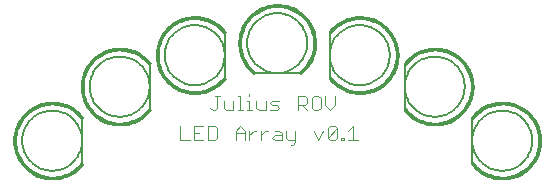
<source format=gto>
G75*
%MOIN*%
%OFA0B0*%
%FSLAX24Y24*%
%IPPOS*%
%LPD*%
%AMOC8*
5,1,8,0,0,1.08239X$1,22.5*
%
%ADD10C,0.0040*%
%ADD11C,0.0080*%
%ADD12C,0.0010*%
%ADD13C,0.0060*%
D10*
X008200Y004700D02*
X008507Y004700D01*
X008660Y004700D02*
X008967Y004700D01*
X009121Y004700D02*
X009351Y004700D01*
X009428Y004777D01*
X009428Y005084D01*
X009351Y005160D01*
X009121Y005160D01*
X009121Y004700D01*
X008814Y004930D02*
X008660Y004930D01*
X008660Y005160D02*
X008660Y004700D01*
X008200Y004700D02*
X008200Y005160D01*
X008660Y005160D02*
X008967Y005160D01*
X010042Y005007D02*
X010042Y004700D01*
X010042Y004930D02*
X010348Y004930D01*
X010348Y005007D02*
X010348Y004700D01*
X010502Y004700D02*
X010502Y005007D01*
X010655Y005007D02*
X010502Y004853D01*
X010655Y005007D02*
X010732Y005007D01*
X010886Y005007D02*
X010886Y004700D01*
X010886Y004853D02*
X011039Y005007D01*
X011116Y005007D01*
X011346Y005007D02*
X011499Y005007D01*
X011576Y004930D01*
X011576Y004700D01*
X011346Y004700D01*
X011269Y004777D01*
X011346Y004853D01*
X011576Y004853D01*
X011730Y004777D02*
X011806Y004700D01*
X012037Y004700D01*
X012037Y004623D02*
X011960Y004547D01*
X011883Y004547D01*
X012037Y004623D02*
X012037Y005007D01*
X011730Y005007D02*
X011730Y004777D01*
X012650Y005007D02*
X012804Y004700D01*
X012957Y005007D01*
X013111Y005084D02*
X013188Y005160D01*
X013341Y005160D01*
X013418Y005084D01*
X013111Y004777D01*
X013188Y004700D01*
X013341Y004700D01*
X013418Y004777D01*
X013418Y005084D01*
X013111Y005084D02*
X013111Y004777D01*
X013571Y004777D02*
X013648Y004777D01*
X013648Y004700D01*
X013571Y004700D01*
X013571Y004777D01*
X013801Y004700D02*
X014108Y004700D01*
X013955Y004700D02*
X013955Y005160D01*
X013801Y005007D01*
X013190Y005700D02*
X013344Y005853D01*
X013344Y006160D01*
X013037Y006160D02*
X013037Y005853D01*
X013190Y005700D01*
X012883Y005777D02*
X012883Y006084D01*
X012806Y006160D01*
X012653Y006160D01*
X012576Y006084D01*
X012576Y005777D01*
X012653Y005700D01*
X012806Y005700D01*
X012883Y005777D01*
X012423Y005700D02*
X012269Y005853D01*
X012346Y005853D02*
X012116Y005853D01*
X012116Y005700D02*
X012116Y006160D01*
X012346Y006160D01*
X012423Y006084D01*
X012423Y005930D01*
X012346Y005853D01*
X011502Y005777D02*
X011425Y005853D01*
X011272Y005853D01*
X011195Y005930D01*
X011272Y006007D01*
X011502Y006007D01*
X011502Y005777D02*
X011425Y005700D01*
X011195Y005700D01*
X011042Y005700D02*
X011042Y006007D01*
X011042Y005700D02*
X010811Y005700D01*
X010735Y005777D01*
X010735Y006007D01*
X010504Y006007D02*
X010504Y005700D01*
X010428Y005700D02*
X010581Y005700D01*
X010274Y005700D02*
X010121Y005700D01*
X010198Y005700D02*
X010198Y006160D01*
X010121Y006160D01*
X009967Y006007D02*
X009967Y005700D01*
X009737Y005700D01*
X009660Y005777D01*
X009660Y006007D01*
X009507Y006160D02*
X009353Y006160D01*
X009430Y006160D02*
X009430Y005777D01*
X009353Y005700D01*
X009277Y005700D01*
X009200Y005777D01*
X010042Y005007D02*
X010195Y005160D01*
X010348Y005007D01*
X010428Y006007D02*
X010504Y006007D01*
X010504Y006160D02*
X010504Y006237D01*
D11*
X004930Y005430D02*
X004930Y003930D01*
X007180Y005730D02*
X007180Y007230D01*
X009680Y006780D02*
X009680Y008280D01*
X010680Y006930D02*
X012180Y006930D01*
X013180Y006780D02*
X013180Y008280D01*
X015680Y007230D02*
X015680Y005730D01*
X017930Y005430D02*
X017930Y003930D01*
D12*
X017898Y003900D02*
X017970Y003954D01*
X017969Y003953D02*
X018012Y003900D01*
X018057Y003849D01*
X018106Y003801D01*
X018157Y003756D01*
X018211Y003713D01*
X018267Y003674D01*
X018325Y003638D01*
X018385Y003605D01*
X018446Y003576D01*
X018510Y003551D01*
X018574Y003529D01*
X018640Y003510D01*
X018707Y003496D01*
X018774Y003485D01*
X018842Y003478D01*
X018910Y003475D01*
X018979Y003476D01*
X019047Y003481D01*
X019115Y003489D01*
X019182Y003502D01*
X019248Y003518D01*
X019313Y003538D01*
X019378Y003561D01*
X019440Y003588D01*
X019501Y003619D01*
X019560Y003653D01*
X019618Y003690D01*
X019673Y003731D01*
X019725Y003775D01*
X019775Y003821D01*
X019822Y003870D01*
X019867Y003922D01*
X019908Y003976D01*
X019947Y004033D01*
X019982Y004092D01*
X020013Y004152D01*
X020041Y004214D01*
X020066Y004278D01*
X020087Y004343D01*
X020104Y004409D01*
X020118Y004476D01*
X020127Y004544D01*
X020133Y004612D01*
X020135Y004680D01*
X020133Y004748D01*
X020127Y004816D01*
X020118Y004884D01*
X020104Y004951D01*
X020087Y005017D01*
X020066Y005082D01*
X020041Y005146D01*
X020013Y005208D01*
X019982Y005268D01*
X019947Y005327D01*
X019908Y005384D01*
X019867Y005438D01*
X019822Y005490D01*
X019775Y005539D01*
X019725Y005585D01*
X019673Y005629D01*
X019618Y005670D01*
X019560Y005707D01*
X019501Y005741D01*
X019440Y005772D01*
X019378Y005799D01*
X019313Y005822D01*
X019248Y005842D01*
X019182Y005858D01*
X019115Y005871D01*
X019047Y005879D01*
X018979Y005884D01*
X018910Y005885D01*
X018842Y005882D01*
X018774Y005875D01*
X018707Y005864D01*
X018640Y005850D01*
X018574Y005831D01*
X018510Y005809D01*
X018446Y005784D01*
X018385Y005755D01*
X018325Y005722D01*
X018267Y005686D01*
X018211Y005647D01*
X018157Y005604D01*
X018106Y005559D01*
X018057Y005511D01*
X018012Y005460D01*
X017969Y005407D01*
X017898Y005460D01*
X017897Y005461D01*
X017941Y005516D01*
X017989Y005569D01*
X018039Y005620D01*
X018092Y005667D01*
X018147Y005711D01*
X018205Y005753D01*
X018265Y005791D01*
X018326Y005826D01*
X018390Y005857D01*
X018455Y005885D01*
X018522Y005909D01*
X018590Y005930D01*
X018659Y005946D01*
X018729Y005959D01*
X018799Y005968D01*
X018870Y005974D01*
X018941Y005975D01*
X019012Y005972D01*
X019083Y005966D01*
X019153Y005956D01*
X019222Y005942D01*
X019291Y005924D01*
X019359Y005902D01*
X019425Y005877D01*
X019490Y005848D01*
X019553Y005815D01*
X019614Y005779D01*
X019673Y005740D01*
X019730Y005698D01*
X019785Y005653D01*
X019837Y005604D01*
X019886Y005553D01*
X019933Y005500D01*
X019976Y005443D01*
X020016Y005385D01*
X020053Y005324D01*
X020087Y005262D01*
X020117Y005198D01*
X020144Y005132D01*
X020167Y005065D01*
X020186Y004996D01*
X020201Y004927D01*
X020213Y004857D01*
X020221Y004786D01*
X020225Y004715D01*
X020225Y004645D01*
X020221Y004574D01*
X020213Y004503D01*
X020201Y004433D01*
X020186Y004364D01*
X020167Y004295D01*
X020144Y004228D01*
X020117Y004162D01*
X020087Y004098D01*
X020053Y004036D01*
X020016Y003975D01*
X019976Y003917D01*
X019933Y003860D01*
X019886Y003807D01*
X019837Y003756D01*
X019785Y003707D01*
X019730Y003662D01*
X019673Y003620D01*
X019614Y003581D01*
X019553Y003545D01*
X019490Y003512D01*
X019425Y003483D01*
X019359Y003458D01*
X019291Y003436D01*
X019222Y003418D01*
X019153Y003404D01*
X019083Y003394D01*
X019012Y003388D01*
X018941Y003385D01*
X018870Y003386D01*
X018799Y003392D01*
X018729Y003401D01*
X018659Y003414D01*
X018590Y003430D01*
X018522Y003451D01*
X018455Y003475D01*
X018390Y003503D01*
X018326Y003534D01*
X018265Y003569D01*
X018205Y003607D01*
X018147Y003649D01*
X018092Y003693D01*
X018039Y003740D01*
X017989Y003791D01*
X017941Y003844D01*
X017897Y003899D01*
X017904Y003904D01*
X017949Y003849D01*
X017996Y003796D01*
X018047Y003745D01*
X018100Y003698D01*
X018156Y003653D01*
X018214Y003612D01*
X018274Y003574D01*
X018336Y003539D01*
X018400Y003508D01*
X018466Y003481D01*
X018533Y003457D01*
X018602Y003437D01*
X018671Y003420D01*
X018741Y003408D01*
X018812Y003399D01*
X018883Y003395D01*
X018954Y003394D01*
X019025Y003398D01*
X019096Y003405D01*
X019167Y003416D01*
X019236Y003431D01*
X019305Y003450D01*
X019373Y003473D01*
X019439Y003499D01*
X019504Y003529D01*
X019566Y003563D01*
X019627Y003599D01*
X019686Y003640D01*
X019743Y003683D01*
X019797Y003730D01*
X019848Y003779D01*
X019896Y003832D01*
X019942Y003886D01*
X019984Y003944D01*
X020023Y004003D01*
X020059Y004065D01*
X020092Y004128D01*
X020120Y004193D01*
X020146Y004260D01*
X020167Y004328D01*
X020185Y004397D01*
X020198Y004467D01*
X020208Y004538D01*
X020214Y004609D01*
X020216Y004680D01*
X020214Y004751D01*
X020208Y004822D01*
X020198Y004893D01*
X020185Y004963D01*
X020167Y005032D01*
X020146Y005100D01*
X020120Y005167D01*
X020092Y005232D01*
X020059Y005295D01*
X020023Y005357D01*
X019984Y005416D01*
X019942Y005474D01*
X019896Y005528D01*
X019848Y005581D01*
X019797Y005630D01*
X019743Y005677D01*
X019686Y005720D01*
X019627Y005761D01*
X019566Y005797D01*
X019504Y005831D01*
X019439Y005861D01*
X019373Y005887D01*
X019305Y005910D01*
X019236Y005929D01*
X019167Y005944D01*
X019096Y005955D01*
X019025Y005962D01*
X018954Y005966D01*
X018883Y005965D01*
X018812Y005961D01*
X018741Y005952D01*
X018671Y005940D01*
X018602Y005923D01*
X018533Y005903D01*
X018466Y005879D01*
X018400Y005852D01*
X018336Y005821D01*
X018274Y005786D01*
X018214Y005748D01*
X018156Y005707D01*
X018100Y005662D01*
X018047Y005615D01*
X017996Y005564D01*
X017949Y005511D01*
X017904Y005456D01*
X017911Y005450D01*
X017956Y005505D01*
X018003Y005558D01*
X018053Y005608D01*
X018106Y005655D01*
X018161Y005699D01*
X018219Y005741D01*
X018278Y005778D01*
X018340Y005813D01*
X018404Y005844D01*
X018469Y005871D01*
X018536Y005895D01*
X018604Y005915D01*
X018673Y005931D01*
X018742Y005943D01*
X018813Y005952D01*
X018883Y005956D01*
X018954Y005957D01*
X019025Y005953D01*
X019095Y005946D01*
X019165Y005935D01*
X019234Y005920D01*
X019302Y005901D01*
X019370Y005879D01*
X019435Y005853D01*
X019500Y005823D01*
X019562Y005790D01*
X019622Y005753D01*
X019681Y005713D01*
X019737Y005670D01*
X019791Y005624D01*
X019841Y005574D01*
X019890Y005523D01*
X019935Y005468D01*
X019977Y005411D01*
X020016Y005352D01*
X020051Y005291D01*
X020084Y005228D01*
X020112Y005163D01*
X020137Y005097D01*
X020158Y005029D01*
X020176Y004961D01*
X020189Y004891D01*
X020199Y004821D01*
X020205Y004751D01*
X020207Y004680D01*
X020205Y004609D01*
X020199Y004539D01*
X020189Y004469D01*
X020176Y004399D01*
X020158Y004331D01*
X020137Y004263D01*
X020112Y004197D01*
X020084Y004132D01*
X020051Y004069D01*
X020016Y004008D01*
X019977Y003949D01*
X019935Y003892D01*
X019890Y003837D01*
X019841Y003786D01*
X019791Y003736D01*
X019737Y003690D01*
X019681Y003647D01*
X019622Y003607D01*
X019562Y003570D01*
X019500Y003537D01*
X019435Y003507D01*
X019370Y003481D01*
X019302Y003459D01*
X019234Y003440D01*
X019165Y003425D01*
X019095Y003414D01*
X019025Y003407D01*
X018954Y003403D01*
X018883Y003404D01*
X018813Y003408D01*
X018742Y003417D01*
X018673Y003429D01*
X018604Y003445D01*
X018536Y003465D01*
X018469Y003489D01*
X018404Y003516D01*
X018340Y003547D01*
X018278Y003582D01*
X018219Y003619D01*
X018161Y003661D01*
X018106Y003705D01*
X018053Y003752D01*
X018003Y003802D01*
X017956Y003855D01*
X017911Y003910D01*
X017919Y003915D01*
X017963Y003860D01*
X018011Y003807D01*
X018061Y003757D01*
X018114Y003709D01*
X018170Y003665D01*
X018228Y003624D01*
X018288Y003587D01*
X018350Y003552D01*
X018414Y003522D01*
X018480Y003495D01*
X018547Y003471D01*
X018615Y003452D01*
X018685Y003436D01*
X018755Y003424D01*
X018825Y003416D01*
X018896Y003412D01*
X018967Y003413D01*
X019038Y003417D01*
X019109Y003425D01*
X019179Y003437D01*
X019248Y003453D01*
X019316Y003472D01*
X019384Y003496D01*
X019449Y003523D01*
X019513Y003554D01*
X019575Y003588D01*
X019635Y003626D01*
X019693Y003668D01*
X019749Y003712D01*
X019802Y003759D01*
X019852Y003810D01*
X019899Y003863D01*
X019944Y003918D01*
X019985Y003976D01*
X020022Y004036D01*
X020057Y004099D01*
X020088Y004163D01*
X020115Y004228D01*
X020138Y004295D01*
X020158Y004364D01*
X020174Y004433D01*
X020186Y004503D01*
X020194Y004574D01*
X020198Y004644D01*
X020198Y004716D01*
X020194Y004786D01*
X020186Y004857D01*
X020174Y004927D01*
X020158Y004996D01*
X020138Y005065D01*
X020115Y005132D01*
X020088Y005197D01*
X020057Y005261D01*
X020022Y005324D01*
X019985Y005384D01*
X019944Y005442D01*
X019899Y005497D01*
X019852Y005550D01*
X019802Y005601D01*
X019749Y005648D01*
X019693Y005692D01*
X019635Y005734D01*
X019575Y005772D01*
X019513Y005806D01*
X019449Y005837D01*
X019384Y005864D01*
X019316Y005888D01*
X019248Y005907D01*
X019179Y005923D01*
X019109Y005935D01*
X019038Y005943D01*
X018967Y005947D01*
X018896Y005948D01*
X018825Y005944D01*
X018755Y005936D01*
X018685Y005924D01*
X018615Y005908D01*
X018547Y005889D01*
X018480Y005865D01*
X018414Y005838D01*
X018350Y005808D01*
X018288Y005773D01*
X018228Y005736D01*
X018170Y005695D01*
X018114Y005651D01*
X018061Y005603D01*
X018011Y005553D01*
X017963Y005500D01*
X017919Y005445D01*
X017926Y005439D01*
X017970Y005494D01*
X018017Y005547D01*
X018067Y005597D01*
X018120Y005644D01*
X018175Y005688D01*
X018233Y005728D01*
X018292Y005766D01*
X018354Y005800D01*
X018418Y005830D01*
X018483Y005857D01*
X018550Y005880D01*
X018618Y005900D01*
X018686Y005915D01*
X018756Y005927D01*
X018826Y005935D01*
X018897Y005939D01*
X018967Y005938D01*
X019038Y005934D01*
X019108Y005926D01*
X019177Y005914D01*
X019246Y005899D01*
X019314Y005879D01*
X019380Y005856D01*
X019445Y005829D01*
X019509Y005798D01*
X019571Y005764D01*
X019630Y005726D01*
X019688Y005685D01*
X019743Y005641D01*
X019796Y005594D01*
X019845Y005544D01*
X019892Y005492D01*
X019936Y005436D01*
X019977Y005379D01*
X020015Y005319D01*
X020049Y005257D01*
X020079Y005194D01*
X020106Y005129D01*
X020130Y005062D01*
X020149Y004994D01*
X020165Y004925D01*
X020177Y004856D01*
X020185Y004786D01*
X020189Y004715D01*
X020189Y004645D01*
X020185Y004574D01*
X020177Y004504D01*
X020165Y004435D01*
X020149Y004366D01*
X020130Y004298D01*
X020106Y004231D01*
X020079Y004166D01*
X020049Y004103D01*
X020015Y004041D01*
X019977Y003981D01*
X019936Y003924D01*
X019892Y003868D01*
X019845Y003816D01*
X019796Y003766D01*
X019743Y003719D01*
X019688Y003675D01*
X019630Y003634D01*
X019571Y003596D01*
X019509Y003562D01*
X019445Y003531D01*
X019380Y003504D01*
X019314Y003481D01*
X019246Y003461D01*
X019177Y003446D01*
X019108Y003434D01*
X019038Y003426D01*
X018967Y003422D01*
X018897Y003421D01*
X018826Y003425D01*
X018756Y003433D01*
X018686Y003445D01*
X018618Y003460D01*
X018550Y003480D01*
X018483Y003503D01*
X018418Y003530D01*
X018354Y003560D01*
X018292Y003594D01*
X018233Y003632D01*
X018175Y003672D01*
X018120Y003716D01*
X018067Y003763D01*
X018017Y003813D01*
X017970Y003866D01*
X017926Y003921D01*
X017933Y003926D01*
X017977Y003871D01*
X018024Y003819D01*
X018073Y003770D01*
X018126Y003723D01*
X018180Y003680D01*
X018238Y003639D01*
X018297Y003602D01*
X018358Y003568D01*
X018422Y003538D01*
X018486Y003511D01*
X018553Y003488D01*
X018620Y003469D01*
X018688Y003454D01*
X018757Y003442D01*
X018827Y003434D01*
X018897Y003430D01*
X018967Y003431D01*
X019037Y003435D01*
X019106Y003443D01*
X019175Y003454D01*
X019244Y003470D01*
X019311Y003489D01*
X019377Y003513D01*
X019442Y003540D01*
X019505Y003570D01*
X019566Y003604D01*
X019625Y003641D01*
X019683Y003682D01*
X019737Y003726D01*
X019789Y003772D01*
X019839Y003822D01*
X019886Y003874D01*
X019929Y003929D01*
X019970Y003986D01*
X020007Y004045D01*
X020041Y004107D01*
X020071Y004170D01*
X020098Y004235D01*
X020121Y004301D01*
X020140Y004368D01*
X020156Y004436D01*
X020168Y004505D01*
X020176Y004575D01*
X020180Y004645D01*
X020180Y004715D01*
X020176Y004785D01*
X020168Y004855D01*
X020156Y004924D01*
X020140Y004992D01*
X020121Y005059D01*
X020098Y005125D01*
X020071Y005190D01*
X020041Y005253D01*
X020007Y005315D01*
X019970Y005374D01*
X019929Y005431D01*
X019886Y005486D01*
X019839Y005538D01*
X019789Y005588D01*
X019737Y005634D01*
X019683Y005678D01*
X019625Y005719D01*
X019566Y005756D01*
X019505Y005790D01*
X019442Y005820D01*
X019377Y005847D01*
X019311Y005871D01*
X019244Y005890D01*
X019175Y005906D01*
X019106Y005917D01*
X019037Y005925D01*
X018967Y005929D01*
X018897Y005930D01*
X018827Y005926D01*
X018757Y005918D01*
X018688Y005906D01*
X018620Y005891D01*
X018553Y005872D01*
X018486Y005849D01*
X018422Y005822D01*
X018358Y005792D01*
X018297Y005758D01*
X018238Y005721D01*
X018180Y005680D01*
X018126Y005637D01*
X018073Y005590D01*
X018024Y005541D01*
X017977Y005489D01*
X017933Y005434D01*
X017940Y005429D01*
X017984Y005483D01*
X018030Y005535D01*
X018079Y005584D01*
X018131Y005630D01*
X018186Y005673D01*
X018243Y005713D01*
X018302Y005750D01*
X018363Y005784D01*
X018425Y005814D01*
X018490Y005840D01*
X018555Y005863D01*
X018622Y005882D01*
X018690Y005898D01*
X018759Y005909D01*
X018828Y005917D01*
X018897Y005921D01*
X018967Y005920D01*
X019036Y005916D01*
X019105Y005909D01*
X019174Y005897D01*
X019241Y005881D01*
X019308Y005862D01*
X019374Y005839D01*
X019438Y005812D01*
X019501Y005782D01*
X019562Y005748D01*
X019620Y005711D01*
X019677Y005671D01*
X019731Y005628D01*
X019783Y005581D01*
X019832Y005532D01*
X019879Y005480D01*
X019922Y005426D01*
X019962Y005369D01*
X019999Y005310D01*
X020033Y005249D01*
X020063Y005186D01*
X020090Y005122D01*
X020113Y005057D01*
X020132Y004990D01*
X020147Y004922D01*
X020159Y004853D01*
X020167Y004784D01*
X020171Y004715D01*
X020171Y004645D01*
X020167Y004576D01*
X020159Y004507D01*
X020147Y004438D01*
X020132Y004370D01*
X020113Y004303D01*
X020090Y004238D01*
X020063Y004174D01*
X020033Y004111D01*
X019999Y004050D01*
X019962Y003991D01*
X019922Y003934D01*
X019879Y003880D01*
X019832Y003828D01*
X019783Y003779D01*
X019731Y003732D01*
X019677Y003689D01*
X019620Y003649D01*
X019562Y003612D01*
X019501Y003578D01*
X019438Y003548D01*
X019374Y003521D01*
X019308Y003498D01*
X019241Y003479D01*
X019174Y003463D01*
X019105Y003451D01*
X019036Y003444D01*
X018967Y003440D01*
X018897Y003439D01*
X018828Y003443D01*
X018759Y003451D01*
X018690Y003462D01*
X018622Y003478D01*
X018555Y003497D01*
X018490Y003520D01*
X018425Y003546D01*
X018363Y003576D01*
X018302Y003610D01*
X018243Y003647D01*
X018186Y003687D01*
X018131Y003730D01*
X018079Y003776D01*
X018030Y003825D01*
X017984Y003877D01*
X017940Y003931D01*
X017947Y003937D01*
X017991Y003883D01*
X018037Y003832D01*
X018086Y003783D01*
X018137Y003737D01*
X018191Y003694D01*
X018248Y003654D01*
X018306Y003618D01*
X018367Y003584D01*
X018429Y003554D01*
X018493Y003528D01*
X018558Y003506D01*
X018624Y003487D01*
X018692Y003471D01*
X018760Y003460D01*
X018828Y003452D01*
X018897Y003448D01*
X018966Y003449D01*
X019035Y003453D01*
X019104Y003460D01*
X019172Y003472D01*
X019239Y003487D01*
X019306Y003507D01*
X019371Y003530D01*
X019434Y003556D01*
X019497Y003586D01*
X019557Y003619D01*
X019615Y003656D01*
X019672Y003696D01*
X019726Y003739D01*
X019777Y003785D01*
X019826Y003834D01*
X019872Y003886D01*
X019915Y003940D01*
X019955Y003996D01*
X019991Y004055D01*
X020025Y004115D01*
X020055Y004177D01*
X020081Y004241D01*
X020104Y004306D01*
X020123Y004373D01*
X020138Y004440D01*
X020150Y004508D01*
X020158Y004577D01*
X020162Y004645D01*
X020162Y004715D01*
X020158Y004783D01*
X020150Y004852D01*
X020138Y004920D01*
X020123Y004987D01*
X020104Y005054D01*
X020081Y005119D01*
X020055Y005183D01*
X020025Y005245D01*
X019991Y005305D01*
X019955Y005364D01*
X019915Y005420D01*
X019872Y005474D01*
X019826Y005526D01*
X019777Y005575D01*
X019726Y005621D01*
X019672Y005664D01*
X019615Y005704D01*
X019557Y005741D01*
X019497Y005774D01*
X019434Y005804D01*
X019371Y005830D01*
X019306Y005853D01*
X019239Y005873D01*
X019172Y005888D01*
X019104Y005900D01*
X019035Y005907D01*
X018966Y005911D01*
X018897Y005912D01*
X018828Y005908D01*
X018760Y005900D01*
X018692Y005889D01*
X018624Y005873D01*
X018558Y005854D01*
X018493Y005832D01*
X018429Y005806D01*
X018367Y005776D01*
X018306Y005742D01*
X018248Y005706D01*
X018191Y005666D01*
X018137Y005623D01*
X018086Y005577D01*
X018037Y005528D01*
X017991Y005477D01*
X017947Y005423D01*
X017955Y005418D01*
X017998Y005472D01*
X018044Y005523D01*
X018094Y005572D01*
X018145Y005618D01*
X018200Y005661D01*
X018257Y005701D01*
X018315Y005737D01*
X018376Y005771D01*
X018439Y005800D01*
X018503Y005826D01*
X018569Y005848D01*
X018636Y005867D01*
X018703Y005882D01*
X018772Y005893D01*
X018841Y005900D01*
X018910Y005903D01*
X018979Y005902D01*
X019049Y005897D01*
X019117Y005889D01*
X019185Y005876D01*
X019253Y005860D01*
X019319Y005839D01*
X019384Y005816D01*
X019448Y005788D01*
X019510Y005757D01*
X019570Y005722D01*
X019628Y005684D01*
X019684Y005643D01*
X019737Y005599D01*
X019788Y005552D01*
X019836Y005502D01*
X019881Y005449D01*
X019923Y005394D01*
X019962Y005337D01*
X019997Y005277D01*
X020029Y005216D01*
X020058Y005153D01*
X020083Y005088D01*
X020104Y005022D01*
X020122Y004955D01*
X020135Y004887D01*
X020145Y004818D01*
X020151Y004749D01*
X020153Y004680D01*
X020151Y004611D01*
X020145Y004542D01*
X020135Y004473D01*
X020122Y004405D01*
X020104Y004338D01*
X020083Y004272D01*
X020058Y004207D01*
X020029Y004144D01*
X019997Y004083D01*
X019962Y004023D01*
X019923Y003966D01*
X019881Y003911D01*
X019836Y003858D01*
X019788Y003808D01*
X019737Y003761D01*
X019684Y003717D01*
X019628Y003676D01*
X019570Y003638D01*
X019510Y003603D01*
X019448Y003572D01*
X019384Y003544D01*
X019319Y003521D01*
X019253Y003500D01*
X019185Y003484D01*
X019117Y003471D01*
X019049Y003463D01*
X018979Y003458D01*
X018910Y003457D01*
X018841Y003460D01*
X018772Y003467D01*
X018703Y003478D01*
X018636Y003493D01*
X018569Y003512D01*
X018503Y003534D01*
X018439Y003560D01*
X018376Y003589D01*
X018315Y003623D01*
X018257Y003659D01*
X018200Y003699D01*
X018145Y003742D01*
X018094Y003788D01*
X018044Y003837D01*
X017998Y003888D01*
X017955Y003942D01*
X017962Y003948D01*
X018005Y003894D01*
X018051Y003843D01*
X018100Y003794D01*
X018151Y003749D01*
X018205Y003706D01*
X018262Y003667D01*
X018320Y003630D01*
X018380Y003597D01*
X018443Y003568D01*
X018506Y003542D01*
X018572Y003520D01*
X018638Y003502D01*
X018705Y003487D01*
X018773Y003476D01*
X018842Y003469D01*
X018910Y003466D01*
X018979Y003467D01*
X019048Y003472D01*
X019116Y003480D01*
X019184Y003493D01*
X019250Y003509D01*
X019316Y003529D01*
X019381Y003553D01*
X019444Y003580D01*
X019505Y003611D01*
X019565Y003645D01*
X019623Y003683D01*
X019678Y003724D01*
X019731Y003768D01*
X019781Y003815D01*
X019829Y003864D01*
X019874Y003916D01*
X019916Y003971D01*
X019954Y004028D01*
X019989Y004087D01*
X020021Y004148D01*
X020050Y004211D01*
X020074Y004275D01*
X020096Y004341D01*
X020113Y004407D01*
X020126Y004475D01*
X020136Y004543D01*
X020142Y004611D01*
X020144Y004680D01*
X020142Y004749D01*
X020136Y004817D01*
X020126Y004885D01*
X020113Y004953D01*
X020096Y005019D01*
X020074Y005085D01*
X020050Y005149D01*
X020021Y005212D01*
X019989Y005273D01*
X019954Y005332D01*
X019916Y005389D01*
X019874Y005444D01*
X019829Y005496D01*
X019781Y005545D01*
X019731Y005592D01*
X019678Y005636D01*
X019623Y005677D01*
X019565Y005715D01*
X019505Y005749D01*
X019444Y005780D01*
X019381Y005807D01*
X019316Y005831D01*
X019250Y005851D01*
X019184Y005867D01*
X019116Y005880D01*
X019048Y005888D01*
X018979Y005893D01*
X018910Y005894D01*
X018842Y005891D01*
X018773Y005884D01*
X018705Y005873D01*
X018638Y005858D01*
X018572Y005840D01*
X018506Y005818D01*
X018443Y005792D01*
X018380Y005763D01*
X018320Y005730D01*
X018262Y005693D01*
X018205Y005654D01*
X018151Y005611D01*
X018100Y005566D01*
X018051Y005517D01*
X018005Y005466D01*
X017962Y005412D01*
X015648Y005700D02*
X015720Y005754D01*
X015719Y005753D02*
X015762Y005700D01*
X015807Y005649D01*
X015856Y005601D01*
X015907Y005556D01*
X015961Y005513D01*
X016017Y005474D01*
X016075Y005438D01*
X016135Y005405D01*
X016196Y005376D01*
X016260Y005351D01*
X016324Y005329D01*
X016390Y005310D01*
X016457Y005296D01*
X016524Y005285D01*
X016592Y005278D01*
X016660Y005275D01*
X016729Y005276D01*
X016797Y005281D01*
X016865Y005289D01*
X016932Y005302D01*
X016998Y005318D01*
X017063Y005338D01*
X017128Y005361D01*
X017190Y005388D01*
X017251Y005419D01*
X017310Y005453D01*
X017368Y005490D01*
X017423Y005531D01*
X017475Y005575D01*
X017525Y005621D01*
X017572Y005670D01*
X017617Y005722D01*
X017658Y005776D01*
X017697Y005833D01*
X017732Y005892D01*
X017763Y005952D01*
X017791Y006014D01*
X017816Y006078D01*
X017837Y006143D01*
X017854Y006209D01*
X017868Y006276D01*
X017877Y006344D01*
X017883Y006412D01*
X017885Y006480D01*
X017883Y006548D01*
X017877Y006616D01*
X017868Y006684D01*
X017854Y006751D01*
X017837Y006817D01*
X017816Y006882D01*
X017791Y006946D01*
X017763Y007008D01*
X017732Y007068D01*
X017697Y007127D01*
X017658Y007184D01*
X017617Y007238D01*
X017572Y007290D01*
X017525Y007339D01*
X017475Y007385D01*
X017423Y007429D01*
X017368Y007470D01*
X017310Y007507D01*
X017251Y007541D01*
X017190Y007572D01*
X017128Y007599D01*
X017063Y007622D01*
X016998Y007642D01*
X016932Y007658D01*
X016865Y007671D01*
X016797Y007679D01*
X016729Y007684D01*
X016660Y007685D01*
X016592Y007682D01*
X016524Y007675D01*
X016457Y007664D01*
X016390Y007650D01*
X016324Y007631D01*
X016260Y007609D01*
X016196Y007584D01*
X016135Y007555D01*
X016075Y007522D01*
X016017Y007486D01*
X015961Y007447D01*
X015907Y007404D01*
X015856Y007359D01*
X015807Y007311D01*
X015762Y007260D01*
X015719Y007207D01*
X015648Y007260D01*
X015647Y007261D01*
X015691Y007316D01*
X015739Y007369D01*
X015789Y007420D01*
X015842Y007467D01*
X015897Y007511D01*
X015955Y007553D01*
X016015Y007591D01*
X016076Y007626D01*
X016140Y007657D01*
X016205Y007685D01*
X016272Y007709D01*
X016340Y007730D01*
X016409Y007746D01*
X016479Y007759D01*
X016549Y007768D01*
X016620Y007774D01*
X016691Y007775D01*
X016762Y007772D01*
X016833Y007766D01*
X016903Y007756D01*
X016972Y007742D01*
X017041Y007724D01*
X017109Y007702D01*
X017175Y007677D01*
X017240Y007648D01*
X017303Y007615D01*
X017364Y007579D01*
X017423Y007540D01*
X017480Y007498D01*
X017535Y007453D01*
X017587Y007404D01*
X017636Y007353D01*
X017683Y007300D01*
X017726Y007243D01*
X017766Y007185D01*
X017803Y007124D01*
X017837Y007062D01*
X017867Y006998D01*
X017894Y006932D01*
X017917Y006865D01*
X017936Y006796D01*
X017951Y006727D01*
X017963Y006657D01*
X017971Y006586D01*
X017975Y006515D01*
X017975Y006445D01*
X017971Y006374D01*
X017963Y006303D01*
X017951Y006233D01*
X017936Y006164D01*
X017917Y006095D01*
X017894Y006028D01*
X017867Y005962D01*
X017837Y005898D01*
X017803Y005836D01*
X017766Y005775D01*
X017726Y005717D01*
X017683Y005660D01*
X017636Y005607D01*
X017587Y005556D01*
X017535Y005507D01*
X017480Y005462D01*
X017423Y005420D01*
X017364Y005381D01*
X017303Y005345D01*
X017240Y005312D01*
X017175Y005283D01*
X017109Y005258D01*
X017041Y005236D01*
X016972Y005218D01*
X016903Y005204D01*
X016833Y005194D01*
X016762Y005188D01*
X016691Y005185D01*
X016620Y005186D01*
X016549Y005192D01*
X016479Y005201D01*
X016409Y005214D01*
X016340Y005230D01*
X016272Y005251D01*
X016205Y005275D01*
X016140Y005303D01*
X016076Y005334D01*
X016015Y005369D01*
X015955Y005407D01*
X015897Y005449D01*
X015842Y005493D01*
X015789Y005540D01*
X015739Y005591D01*
X015691Y005644D01*
X015647Y005699D01*
X015654Y005704D01*
X015699Y005649D01*
X015746Y005596D01*
X015797Y005545D01*
X015850Y005498D01*
X015906Y005453D01*
X015964Y005412D01*
X016024Y005374D01*
X016086Y005339D01*
X016150Y005308D01*
X016216Y005281D01*
X016283Y005257D01*
X016352Y005237D01*
X016421Y005220D01*
X016491Y005208D01*
X016562Y005199D01*
X016633Y005195D01*
X016704Y005194D01*
X016775Y005198D01*
X016846Y005205D01*
X016917Y005216D01*
X016986Y005231D01*
X017055Y005250D01*
X017123Y005273D01*
X017189Y005299D01*
X017254Y005329D01*
X017316Y005363D01*
X017377Y005399D01*
X017436Y005440D01*
X017493Y005483D01*
X017547Y005530D01*
X017598Y005579D01*
X017646Y005632D01*
X017692Y005686D01*
X017734Y005744D01*
X017773Y005803D01*
X017809Y005865D01*
X017842Y005928D01*
X017870Y005993D01*
X017896Y006060D01*
X017917Y006128D01*
X017935Y006197D01*
X017948Y006267D01*
X017958Y006338D01*
X017964Y006409D01*
X017966Y006480D01*
X017964Y006551D01*
X017958Y006622D01*
X017948Y006693D01*
X017935Y006763D01*
X017917Y006832D01*
X017896Y006900D01*
X017870Y006967D01*
X017842Y007032D01*
X017809Y007095D01*
X017773Y007157D01*
X017734Y007216D01*
X017692Y007274D01*
X017646Y007328D01*
X017598Y007381D01*
X017547Y007430D01*
X017493Y007477D01*
X017436Y007520D01*
X017377Y007561D01*
X017316Y007597D01*
X017254Y007631D01*
X017189Y007661D01*
X017123Y007687D01*
X017055Y007710D01*
X016986Y007729D01*
X016917Y007744D01*
X016846Y007755D01*
X016775Y007762D01*
X016704Y007766D01*
X016633Y007765D01*
X016562Y007761D01*
X016491Y007752D01*
X016421Y007740D01*
X016352Y007723D01*
X016283Y007703D01*
X016216Y007679D01*
X016150Y007652D01*
X016086Y007621D01*
X016024Y007586D01*
X015964Y007548D01*
X015906Y007507D01*
X015850Y007462D01*
X015797Y007415D01*
X015746Y007364D01*
X015699Y007311D01*
X015654Y007256D01*
X015661Y007250D01*
X015706Y007305D01*
X015753Y007358D01*
X015803Y007408D01*
X015856Y007455D01*
X015911Y007499D01*
X015969Y007541D01*
X016028Y007578D01*
X016090Y007613D01*
X016154Y007644D01*
X016219Y007671D01*
X016286Y007695D01*
X016354Y007715D01*
X016423Y007731D01*
X016492Y007743D01*
X016563Y007752D01*
X016633Y007756D01*
X016704Y007757D01*
X016775Y007753D01*
X016845Y007746D01*
X016915Y007735D01*
X016984Y007720D01*
X017052Y007701D01*
X017120Y007679D01*
X017185Y007653D01*
X017250Y007623D01*
X017312Y007590D01*
X017372Y007553D01*
X017431Y007513D01*
X017487Y007470D01*
X017541Y007424D01*
X017591Y007374D01*
X017640Y007323D01*
X017685Y007268D01*
X017727Y007211D01*
X017766Y007152D01*
X017801Y007091D01*
X017834Y007028D01*
X017862Y006963D01*
X017887Y006897D01*
X017908Y006829D01*
X017926Y006761D01*
X017939Y006691D01*
X017949Y006621D01*
X017955Y006551D01*
X017957Y006480D01*
X017955Y006409D01*
X017949Y006339D01*
X017939Y006269D01*
X017926Y006199D01*
X017908Y006131D01*
X017887Y006063D01*
X017862Y005997D01*
X017834Y005932D01*
X017801Y005869D01*
X017766Y005808D01*
X017727Y005749D01*
X017685Y005692D01*
X017640Y005637D01*
X017591Y005586D01*
X017541Y005536D01*
X017487Y005490D01*
X017431Y005447D01*
X017372Y005407D01*
X017312Y005370D01*
X017250Y005337D01*
X017185Y005307D01*
X017120Y005281D01*
X017052Y005259D01*
X016984Y005240D01*
X016915Y005225D01*
X016845Y005214D01*
X016775Y005207D01*
X016704Y005203D01*
X016633Y005204D01*
X016563Y005208D01*
X016492Y005217D01*
X016423Y005229D01*
X016354Y005245D01*
X016286Y005265D01*
X016219Y005289D01*
X016154Y005316D01*
X016090Y005347D01*
X016028Y005382D01*
X015969Y005419D01*
X015911Y005461D01*
X015856Y005505D01*
X015803Y005552D01*
X015753Y005602D01*
X015706Y005655D01*
X015661Y005710D01*
X015669Y005715D01*
X015713Y005660D01*
X015761Y005607D01*
X015811Y005557D01*
X015864Y005509D01*
X015920Y005465D01*
X015978Y005424D01*
X016038Y005387D01*
X016100Y005352D01*
X016164Y005322D01*
X016230Y005295D01*
X016297Y005271D01*
X016365Y005252D01*
X016435Y005236D01*
X016505Y005224D01*
X016575Y005216D01*
X016646Y005212D01*
X016717Y005213D01*
X016788Y005217D01*
X016859Y005225D01*
X016929Y005237D01*
X016998Y005253D01*
X017066Y005272D01*
X017134Y005296D01*
X017199Y005323D01*
X017263Y005354D01*
X017325Y005388D01*
X017385Y005426D01*
X017443Y005468D01*
X017499Y005512D01*
X017552Y005559D01*
X017602Y005610D01*
X017649Y005663D01*
X017694Y005718D01*
X017735Y005776D01*
X017772Y005836D01*
X017807Y005899D01*
X017838Y005963D01*
X017865Y006028D01*
X017888Y006095D01*
X017908Y006164D01*
X017924Y006233D01*
X017936Y006303D01*
X017944Y006374D01*
X017948Y006444D01*
X017948Y006516D01*
X017944Y006586D01*
X017936Y006657D01*
X017924Y006727D01*
X017908Y006796D01*
X017888Y006865D01*
X017865Y006932D01*
X017838Y006997D01*
X017807Y007061D01*
X017772Y007124D01*
X017735Y007184D01*
X017694Y007242D01*
X017649Y007297D01*
X017602Y007350D01*
X017552Y007401D01*
X017499Y007448D01*
X017443Y007492D01*
X017385Y007534D01*
X017325Y007572D01*
X017263Y007606D01*
X017199Y007637D01*
X017134Y007664D01*
X017066Y007688D01*
X016998Y007707D01*
X016929Y007723D01*
X016859Y007735D01*
X016788Y007743D01*
X016717Y007747D01*
X016646Y007748D01*
X016575Y007744D01*
X016505Y007736D01*
X016435Y007724D01*
X016365Y007708D01*
X016297Y007689D01*
X016230Y007665D01*
X016164Y007638D01*
X016100Y007608D01*
X016038Y007573D01*
X015978Y007536D01*
X015920Y007495D01*
X015864Y007451D01*
X015811Y007403D01*
X015761Y007353D01*
X015713Y007300D01*
X015669Y007245D01*
X015676Y007239D01*
X015720Y007294D01*
X015767Y007347D01*
X015817Y007397D01*
X015870Y007444D01*
X015925Y007488D01*
X015983Y007528D01*
X016042Y007566D01*
X016104Y007600D01*
X016168Y007630D01*
X016233Y007657D01*
X016300Y007680D01*
X016368Y007700D01*
X016436Y007715D01*
X016506Y007727D01*
X016576Y007735D01*
X016647Y007739D01*
X016717Y007738D01*
X016788Y007734D01*
X016858Y007726D01*
X016927Y007714D01*
X016996Y007699D01*
X017064Y007679D01*
X017130Y007656D01*
X017195Y007629D01*
X017259Y007598D01*
X017321Y007564D01*
X017380Y007526D01*
X017438Y007485D01*
X017493Y007441D01*
X017546Y007394D01*
X017595Y007344D01*
X017642Y007292D01*
X017686Y007236D01*
X017727Y007179D01*
X017765Y007119D01*
X017799Y007057D01*
X017829Y006994D01*
X017856Y006929D01*
X017880Y006862D01*
X017899Y006794D01*
X017915Y006725D01*
X017927Y006656D01*
X017935Y006586D01*
X017939Y006515D01*
X017939Y006445D01*
X017935Y006374D01*
X017927Y006304D01*
X017915Y006235D01*
X017899Y006166D01*
X017880Y006098D01*
X017856Y006031D01*
X017829Y005966D01*
X017799Y005903D01*
X017765Y005841D01*
X017727Y005781D01*
X017686Y005724D01*
X017642Y005668D01*
X017595Y005616D01*
X017546Y005566D01*
X017493Y005519D01*
X017438Y005475D01*
X017380Y005434D01*
X017321Y005396D01*
X017259Y005362D01*
X017195Y005331D01*
X017130Y005304D01*
X017064Y005281D01*
X016996Y005261D01*
X016927Y005246D01*
X016858Y005234D01*
X016788Y005226D01*
X016717Y005222D01*
X016647Y005221D01*
X016576Y005225D01*
X016506Y005233D01*
X016436Y005245D01*
X016368Y005260D01*
X016300Y005280D01*
X016233Y005303D01*
X016168Y005330D01*
X016104Y005360D01*
X016042Y005394D01*
X015983Y005432D01*
X015925Y005472D01*
X015870Y005516D01*
X015817Y005563D01*
X015767Y005613D01*
X015720Y005666D01*
X015676Y005721D01*
X015683Y005726D01*
X015727Y005671D01*
X015774Y005619D01*
X015823Y005570D01*
X015876Y005523D01*
X015930Y005480D01*
X015988Y005439D01*
X016047Y005402D01*
X016108Y005368D01*
X016172Y005338D01*
X016236Y005311D01*
X016303Y005288D01*
X016370Y005269D01*
X016438Y005254D01*
X016507Y005242D01*
X016577Y005234D01*
X016647Y005230D01*
X016717Y005231D01*
X016787Y005235D01*
X016856Y005243D01*
X016925Y005254D01*
X016994Y005270D01*
X017061Y005289D01*
X017127Y005313D01*
X017192Y005340D01*
X017255Y005370D01*
X017316Y005404D01*
X017375Y005441D01*
X017433Y005482D01*
X017487Y005526D01*
X017539Y005572D01*
X017589Y005622D01*
X017636Y005674D01*
X017679Y005729D01*
X017720Y005786D01*
X017757Y005845D01*
X017791Y005907D01*
X017821Y005970D01*
X017848Y006035D01*
X017871Y006101D01*
X017890Y006168D01*
X017906Y006236D01*
X017918Y006305D01*
X017926Y006375D01*
X017930Y006445D01*
X017930Y006515D01*
X017926Y006585D01*
X017918Y006655D01*
X017906Y006724D01*
X017890Y006792D01*
X017871Y006859D01*
X017848Y006925D01*
X017821Y006990D01*
X017791Y007053D01*
X017757Y007115D01*
X017720Y007174D01*
X017679Y007231D01*
X017636Y007286D01*
X017589Y007338D01*
X017539Y007388D01*
X017487Y007434D01*
X017433Y007478D01*
X017375Y007519D01*
X017316Y007556D01*
X017255Y007590D01*
X017192Y007620D01*
X017127Y007647D01*
X017061Y007671D01*
X016994Y007690D01*
X016925Y007706D01*
X016856Y007717D01*
X016787Y007725D01*
X016717Y007729D01*
X016647Y007730D01*
X016577Y007726D01*
X016507Y007718D01*
X016438Y007706D01*
X016370Y007691D01*
X016303Y007672D01*
X016236Y007649D01*
X016172Y007622D01*
X016108Y007592D01*
X016047Y007558D01*
X015988Y007521D01*
X015930Y007480D01*
X015876Y007437D01*
X015823Y007390D01*
X015774Y007341D01*
X015727Y007289D01*
X015683Y007234D01*
X015690Y007229D01*
X015734Y007283D01*
X015780Y007335D01*
X015829Y007384D01*
X015881Y007430D01*
X015936Y007473D01*
X015993Y007513D01*
X016052Y007550D01*
X016113Y007584D01*
X016175Y007614D01*
X016240Y007640D01*
X016305Y007663D01*
X016372Y007682D01*
X016440Y007698D01*
X016509Y007709D01*
X016578Y007717D01*
X016647Y007721D01*
X016717Y007720D01*
X016786Y007716D01*
X016855Y007709D01*
X016924Y007697D01*
X016991Y007681D01*
X017058Y007662D01*
X017124Y007639D01*
X017188Y007612D01*
X017251Y007582D01*
X017312Y007548D01*
X017370Y007511D01*
X017427Y007471D01*
X017481Y007428D01*
X017533Y007381D01*
X017582Y007332D01*
X017629Y007280D01*
X017672Y007226D01*
X017712Y007169D01*
X017749Y007110D01*
X017783Y007049D01*
X017813Y006986D01*
X017840Y006922D01*
X017863Y006857D01*
X017882Y006790D01*
X017897Y006722D01*
X017909Y006653D01*
X017917Y006584D01*
X017921Y006515D01*
X017921Y006445D01*
X017917Y006376D01*
X017909Y006307D01*
X017897Y006238D01*
X017882Y006170D01*
X017863Y006103D01*
X017840Y006038D01*
X017813Y005974D01*
X017783Y005911D01*
X017749Y005850D01*
X017712Y005791D01*
X017672Y005734D01*
X017629Y005680D01*
X017582Y005628D01*
X017533Y005579D01*
X017481Y005532D01*
X017427Y005489D01*
X017370Y005449D01*
X017312Y005412D01*
X017251Y005378D01*
X017188Y005348D01*
X017124Y005321D01*
X017058Y005298D01*
X016991Y005279D01*
X016924Y005263D01*
X016855Y005251D01*
X016786Y005244D01*
X016717Y005240D01*
X016647Y005239D01*
X016578Y005243D01*
X016509Y005251D01*
X016440Y005262D01*
X016372Y005278D01*
X016305Y005297D01*
X016240Y005320D01*
X016175Y005346D01*
X016113Y005376D01*
X016052Y005410D01*
X015993Y005447D01*
X015936Y005487D01*
X015881Y005530D01*
X015829Y005576D01*
X015780Y005625D01*
X015734Y005677D01*
X015690Y005731D01*
X015697Y005737D01*
X015741Y005683D01*
X015787Y005632D01*
X015836Y005583D01*
X015887Y005537D01*
X015941Y005494D01*
X015998Y005454D01*
X016056Y005418D01*
X016117Y005384D01*
X016179Y005354D01*
X016243Y005328D01*
X016308Y005306D01*
X016374Y005287D01*
X016442Y005271D01*
X016510Y005260D01*
X016578Y005252D01*
X016647Y005248D01*
X016716Y005249D01*
X016785Y005253D01*
X016854Y005260D01*
X016922Y005272D01*
X016989Y005287D01*
X017056Y005307D01*
X017121Y005330D01*
X017184Y005356D01*
X017247Y005386D01*
X017307Y005419D01*
X017365Y005456D01*
X017422Y005496D01*
X017476Y005539D01*
X017527Y005585D01*
X017576Y005634D01*
X017622Y005686D01*
X017665Y005740D01*
X017705Y005796D01*
X017741Y005855D01*
X017775Y005915D01*
X017805Y005977D01*
X017831Y006041D01*
X017854Y006106D01*
X017873Y006173D01*
X017888Y006240D01*
X017900Y006308D01*
X017908Y006377D01*
X017912Y006445D01*
X017912Y006515D01*
X017908Y006583D01*
X017900Y006652D01*
X017888Y006720D01*
X017873Y006787D01*
X017854Y006854D01*
X017831Y006919D01*
X017805Y006983D01*
X017775Y007045D01*
X017741Y007105D01*
X017705Y007164D01*
X017665Y007220D01*
X017622Y007274D01*
X017576Y007326D01*
X017527Y007375D01*
X017476Y007421D01*
X017422Y007464D01*
X017365Y007504D01*
X017307Y007541D01*
X017247Y007574D01*
X017184Y007604D01*
X017121Y007630D01*
X017056Y007653D01*
X016989Y007673D01*
X016922Y007688D01*
X016854Y007700D01*
X016785Y007707D01*
X016716Y007711D01*
X016647Y007712D01*
X016578Y007708D01*
X016510Y007700D01*
X016442Y007689D01*
X016374Y007673D01*
X016308Y007654D01*
X016243Y007632D01*
X016179Y007606D01*
X016117Y007576D01*
X016056Y007542D01*
X015998Y007506D01*
X015941Y007466D01*
X015887Y007423D01*
X015836Y007377D01*
X015787Y007328D01*
X015741Y007277D01*
X015697Y007223D01*
X015705Y007218D01*
X015748Y007272D01*
X015794Y007323D01*
X015844Y007372D01*
X015895Y007418D01*
X015950Y007461D01*
X016007Y007501D01*
X016065Y007537D01*
X016126Y007571D01*
X016189Y007600D01*
X016253Y007626D01*
X016319Y007648D01*
X016386Y007667D01*
X016453Y007682D01*
X016522Y007693D01*
X016591Y007700D01*
X016660Y007703D01*
X016729Y007702D01*
X016799Y007697D01*
X016867Y007689D01*
X016935Y007676D01*
X017003Y007660D01*
X017069Y007639D01*
X017134Y007616D01*
X017198Y007588D01*
X017260Y007557D01*
X017320Y007522D01*
X017378Y007484D01*
X017434Y007443D01*
X017487Y007399D01*
X017538Y007352D01*
X017586Y007302D01*
X017631Y007249D01*
X017673Y007194D01*
X017712Y007137D01*
X017747Y007077D01*
X017779Y007016D01*
X017808Y006953D01*
X017833Y006888D01*
X017854Y006822D01*
X017872Y006755D01*
X017885Y006687D01*
X017895Y006618D01*
X017901Y006549D01*
X017903Y006480D01*
X017901Y006411D01*
X017895Y006342D01*
X017885Y006273D01*
X017872Y006205D01*
X017854Y006138D01*
X017833Y006072D01*
X017808Y006007D01*
X017779Y005944D01*
X017747Y005883D01*
X017712Y005823D01*
X017673Y005766D01*
X017631Y005711D01*
X017586Y005658D01*
X017538Y005608D01*
X017487Y005561D01*
X017434Y005517D01*
X017378Y005476D01*
X017320Y005438D01*
X017260Y005403D01*
X017198Y005372D01*
X017134Y005344D01*
X017069Y005321D01*
X017003Y005300D01*
X016935Y005284D01*
X016867Y005271D01*
X016799Y005263D01*
X016729Y005258D01*
X016660Y005257D01*
X016591Y005260D01*
X016522Y005267D01*
X016453Y005278D01*
X016386Y005293D01*
X016319Y005312D01*
X016253Y005334D01*
X016189Y005360D01*
X016126Y005389D01*
X016065Y005423D01*
X016007Y005459D01*
X015950Y005499D01*
X015895Y005542D01*
X015844Y005588D01*
X015794Y005637D01*
X015748Y005688D01*
X015705Y005742D01*
X015712Y005748D01*
X015755Y005694D01*
X015801Y005643D01*
X015850Y005594D01*
X015901Y005549D01*
X015955Y005506D01*
X016012Y005467D01*
X016070Y005430D01*
X016130Y005397D01*
X016193Y005368D01*
X016256Y005342D01*
X016322Y005320D01*
X016388Y005302D01*
X016455Y005287D01*
X016523Y005276D01*
X016592Y005269D01*
X016660Y005266D01*
X016729Y005267D01*
X016798Y005272D01*
X016866Y005280D01*
X016934Y005293D01*
X017000Y005309D01*
X017066Y005329D01*
X017131Y005353D01*
X017194Y005380D01*
X017255Y005411D01*
X017315Y005445D01*
X017373Y005483D01*
X017428Y005524D01*
X017481Y005568D01*
X017531Y005615D01*
X017579Y005664D01*
X017624Y005716D01*
X017666Y005771D01*
X017704Y005828D01*
X017739Y005887D01*
X017771Y005948D01*
X017800Y006011D01*
X017824Y006075D01*
X017846Y006141D01*
X017863Y006207D01*
X017876Y006275D01*
X017886Y006343D01*
X017892Y006411D01*
X017894Y006480D01*
X017892Y006549D01*
X017886Y006617D01*
X017876Y006685D01*
X017863Y006753D01*
X017846Y006819D01*
X017824Y006885D01*
X017800Y006949D01*
X017771Y007012D01*
X017739Y007073D01*
X017704Y007132D01*
X017666Y007189D01*
X017624Y007244D01*
X017579Y007296D01*
X017531Y007345D01*
X017481Y007392D01*
X017428Y007436D01*
X017373Y007477D01*
X017315Y007515D01*
X017255Y007549D01*
X017194Y007580D01*
X017131Y007607D01*
X017066Y007631D01*
X017000Y007651D01*
X016934Y007667D01*
X016866Y007680D01*
X016798Y007688D01*
X016729Y007693D01*
X016660Y007694D01*
X016592Y007691D01*
X016523Y007684D01*
X016455Y007673D01*
X016388Y007658D01*
X016322Y007640D01*
X016256Y007618D01*
X016193Y007592D01*
X016130Y007563D01*
X016070Y007530D01*
X016012Y007493D01*
X015955Y007454D01*
X015901Y007411D01*
X015850Y007366D01*
X015801Y007317D01*
X015755Y007266D01*
X015712Y007212D01*
X013148Y006750D02*
X013220Y006804D01*
X013219Y006803D02*
X013262Y006750D01*
X013307Y006699D01*
X013356Y006651D01*
X013407Y006606D01*
X013461Y006563D01*
X013517Y006524D01*
X013575Y006488D01*
X013635Y006455D01*
X013696Y006426D01*
X013760Y006401D01*
X013824Y006379D01*
X013890Y006360D01*
X013957Y006346D01*
X014024Y006335D01*
X014092Y006328D01*
X014160Y006325D01*
X014229Y006326D01*
X014297Y006331D01*
X014365Y006339D01*
X014432Y006352D01*
X014498Y006368D01*
X014563Y006388D01*
X014628Y006411D01*
X014690Y006438D01*
X014751Y006469D01*
X014810Y006503D01*
X014868Y006540D01*
X014923Y006581D01*
X014975Y006625D01*
X015025Y006671D01*
X015072Y006720D01*
X015117Y006772D01*
X015158Y006826D01*
X015197Y006883D01*
X015232Y006942D01*
X015263Y007002D01*
X015291Y007064D01*
X015316Y007128D01*
X015337Y007193D01*
X015354Y007259D01*
X015368Y007326D01*
X015377Y007394D01*
X015383Y007462D01*
X015385Y007530D01*
X015383Y007598D01*
X015377Y007666D01*
X015368Y007734D01*
X015354Y007801D01*
X015337Y007867D01*
X015316Y007932D01*
X015291Y007996D01*
X015263Y008058D01*
X015232Y008118D01*
X015197Y008177D01*
X015158Y008234D01*
X015117Y008288D01*
X015072Y008340D01*
X015025Y008389D01*
X014975Y008435D01*
X014923Y008479D01*
X014868Y008520D01*
X014810Y008557D01*
X014751Y008591D01*
X014690Y008622D01*
X014628Y008649D01*
X014563Y008672D01*
X014498Y008692D01*
X014432Y008708D01*
X014365Y008721D01*
X014297Y008729D01*
X014229Y008734D01*
X014160Y008735D01*
X014092Y008732D01*
X014024Y008725D01*
X013957Y008714D01*
X013890Y008700D01*
X013824Y008681D01*
X013760Y008659D01*
X013696Y008634D01*
X013635Y008605D01*
X013575Y008572D01*
X013517Y008536D01*
X013461Y008497D01*
X013407Y008454D01*
X013356Y008409D01*
X013307Y008361D01*
X013262Y008310D01*
X013219Y008257D01*
X013148Y008310D01*
X013147Y008311D01*
X013191Y008366D01*
X013239Y008419D01*
X013289Y008470D01*
X013342Y008517D01*
X013397Y008561D01*
X013455Y008603D01*
X013515Y008641D01*
X013576Y008676D01*
X013640Y008707D01*
X013705Y008735D01*
X013772Y008759D01*
X013840Y008780D01*
X013909Y008796D01*
X013979Y008809D01*
X014049Y008818D01*
X014120Y008824D01*
X014191Y008825D01*
X014262Y008822D01*
X014333Y008816D01*
X014403Y008806D01*
X014472Y008792D01*
X014541Y008774D01*
X014609Y008752D01*
X014675Y008727D01*
X014740Y008698D01*
X014803Y008665D01*
X014864Y008629D01*
X014923Y008590D01*
X014980Y008548D01*
X015035Y008503D01*
X015087Y008454D01*
X015136Y008403D01*
X015183Y008350D01*
X015226Y008293D01*
X015266Y008235D01*
X015303Y008174D01*
X015337Y008112D01*
X015367Y008048D01*
X015394Y007982D01*
X015417Y007915D01*
X015436Y007846D01*
X015451Y007777D01*
X015463Y007707D01*
X015471Y007636D01*
X015475Y007565D01*
X015475Y007495D01*
X015471Y007424D01*
X015463Y007353D01*
X015451Y007283D01*
X015436Y007214D01*
X015417Y007145D01*
X015394Y007078D01*
X015367Y007012D01*
X015337Y006948D01*
X015303Y006886D01*
X015266Y006825D01*
X015226Y006767D01*
X015183Y006710D01*
X015136Y006657D01*
X015087Y006606D01*
X015035Y006557D01*
X014980Y006512D01*
X014923Y006470D01*
X014864Y006431D01*
X014803Y006395D01*
X014740Y006362D01*
X014675Y006333D01*
X014609Y006308D01*
X014541Y006286D01*
X014472Y006268D01*
X014403Y006254D01*
X014333Y006244D01*
X014262Y006238D01*
X014191Y006235D01*
X014120Y006236D01*
X014049Y006242D01*
X013979Y006251D01*
X013909Y006264D01*
X013840Y006280D01*
X013772Y006301D01*
X013705Y006325D01*
X013640Y006353D01*
X013576Y006384D01*
X013515Y006419D01*
X013455Y006457D01*
X013397Y006499D01*
X013342Y006543D01*
X013289Y006590D01*
X013239Y006641D01*
X013191Y006694D01*
X013147Y006749D01*
X013154Y006754D01*
X013199Y006699D01*
X013246Y006646D01*
X013297Y006595D01*
X013350Y006548D01*
X013406Y006503D01*
X013464Y006462D01*
X013524Y006424D01*
X013586Y006389D01*
X013650Y006358D01*
X013716Y006331D01*
X013783Y006307D01*
X013852Y006287D01*
X013921Y006270D01*
X013991Y006258D01*
X014062Y006249D01*
X014133Y006245D01*
X014204Y006244D01*
X014275Y006248D01*
X014346Y006255D01*
X014417Y006266D01*
X014486Y006281D01*
X014555Y006300D01*
X014623Y006323D01*
X014689Y006349D01*
X014754Y006379D01*
X014816Y006413D01*
X014877Y006449D01*
X014936Y006490D01*
X014993Y006533D01*
X015047Y006580D01*
X015098Y006629D01*
X015146Y006682D01*
X015192Y006736D01*
X015234Y006794D01*
X015273Y006853D01*
X015309Y006915D01*
X015342Y006978D01*
X015370Y007043D01*
X015396Y007110D01*
X015417Y007178D01*
X015435Y007247D01*
X015448Y007317D01*
X015458Y007388D01*
X015464Y007459D01*
X015466Y007530D01*
X015464Y007601D01*
X015458Y007672D01*
X015448Y007743D01*
X015435Y007813D01*
X015417Y007882D01*
X015396Y007950D01*
X015370Y008017D01*
X015342Y008082D01*
X015309Y008145D01*
X015273Y008207D01*
X015234Y008266D01*
X015192Y008324D01*
X015146Y008378D01*
X015098Y008431D01*
X015047Y008480D01*
X014993Y008527D01*
X014936Y008570D01*
X014877Y008611D01*
X014816Y008647D01*
X014754Y008681D01*
X014689Y008711D01*
X014623Y008737D01*
X014555Y008760D01*
X014486Y008779D01*
X014417Y008794D01*
X014346Y008805D01*
X014275Y008812D01*
X014204Y008816D01*
X014133Y008815D01*
X014062Y008811D01*
X013991Y008802D01*
X013921Y008790D01*
X013852Y008773D01*
X013783Y008753D01*
X013716Y008729D01*
X013650Y008702D01*
X013586Y008671D01*
X013524Y008636D01*
X013464Y008598D01*
X013406Y008557D01*
X013350Y008512D01*
X013297Y008465D01*
X013246Y008414D01*
X013199Y008361D01*
X013154Y008306D01*
X013161Y008300D01*
X013206Y008355D01*
X013253Y008408D01*
X013303Y008458D01*
X013356Y008505D01*
X013411Y008549D01*
X013469Y008591D01*
X013528Y008628D01*
X013590Y008663D01*
X013654Y008694D01*
X013719Y008721D01*
X013786Y008745D01*
X013854Y008765D01*
X013923Y008781D01*
X013992Y008793D01*
X014063Y008802D01*
X014133Y008806D01*
X014204Y008807D01*
X014275Y008803D01*
X014345Y008796D01*
X014415Y008785D01*
X014484Y008770D01*
X014552Y008751D01*
X014620Y008729D01*
X014685Y008703D01*
X014750Y008673D01*
X014812Y008640D01*
X014872Y008603D01*
X014931Y008563D01*
X014987Y008520D01*
X015041Y008474D01*
X015091Y008424D01*
X015140Y008373D01*
X015185Y008318D01*
X015227Y008261D01*
X015266Y008202D01*
X015301Y008141D01*
X015334Y008078D01*
X015362Y008013D01*
X015387Y007947D01*
X015408Y007879D01*
X015426Y007811D01*
X015439Y007741D01*
X015449Y007671D01*
X015455Y007601D01*
X015457Y007530D01*
X015455Y007459D01*
X015449Y007389D01*
X015439Y007319D01*
X015426Y007249D01*
X015408Y007181D01*
X015387Y007113D01*
X015362Y007047D01*
X015334Y006982D01*
X015301Y006919D01*
X015266Y006858D01*
X015227Y006799D01*
X015185Y006742D01*
X015140Y006687D01*
X015091Y006636D01*
X015041Y006586D01*
X014987Y006540D01*
X014931Y006497D01*
X014872Y006457D01*
X014812Y006420D01*
X014750Y006387D01*
X014685Y006357D01*
X014620Y006331D01*
X014552Y006309D01*
X014484Y006290D01*
X014415Y006275D01*
X014345Y006264D01*
X014275Y006257D01*
X014204Y006253D01*
X014133Y006254D01*
X014063Y006258D01*
X013992Y006267D01*
X013923Y006279D01*
X013854Y006295D01*
X013786Y006315D01*
X013719Y006339D01*
X013654Y006366D01*
X013590Y006397D01*
X013528Y006432D01*
X013469Y006469D01*
X013411Y006511D01*
X013356Y006555D01*
X013303Y006602D01*
X013253Y006652D01*
X013206Y006705D01*
X013161Y006760D01*
X013169Y006765D01*
X013213Y006710D01*
X013261Y006657D01*
X013311Y006607D01*
X013364Y006559D01*
X013420Y006515D01*
X013478Y006474D01*
X013538Y006437D01*
X013600Y006402D01*
X013664Y006372D01*
X013730Y006345D01*
X013797Y006321D01*
X013865Y006302D01*
X013935Y006286D01*
X014005Y006274D01*
X014075Y006266D01*
X014146Y006262D01*
X014217Y006263D01*
X014288Y006267D01*
X014359Y006275D01*
X014429Y006287D01*
X014498Y006303D01*
X014566Y006322D01*
X014634Y006346D01*
X014699Y006373D01*
X014763Y006404D01*
X014825Y006438D01*
X014885Y006476D01*
X014943Y006518D01*
X014999Y006562D01*
X015052Y006609D01*
X015102Y006660D01*
X015149Y006713D01*
X015194Y006768D01*
X015235Y006826D01*
X015272Y006886D01*
X015307Y006949D01*
X015338Y007013D01*
X015365Y007078D01*
X015388Y007145D01*
X015408Y007214D01*
X015424Y007283D01*
X015436Y007353D01*
X015444Y007424D01*
X015448Y007494D01*
X015448Y007566D01*
X015444Y007636D01*
X015436Y007707D01*
X015424Y007777D01*
X015408Y007846D01*
X015388Y007915D01*
X015365Y007982D01*
X015338Y008047D01*
X015307Y008111D01*
X015272Y008174D01*
X015235Y008234D01*
X015194Y008292D01*
X015149Y008347D01*
X015102Y008400D01*
X015052Y008451D01*
X014999Y008498D01*
X014943Y008542D01*
X014885Y008584D01*
X014825Y008622D01*
X014763Y008656D01*
X014699Y008687D01*
X014634Y008714D01*
X014566Y008738D01*
X014498Y008757D01*
X014429Y008773D01*
X014359Y008785D01*
X014288Y008793D01*
X014217Y008797D01*
X014146Y008798D01*
X014075Y008794D01*
X014005Y008786D01*
X013935Y008774D01*
X013865Y008758D01*
X013797Y008739D01*
X013730Y008715D01*
X013664Y008688D01*
X013600Y008658D01*
X013538Y008623D01*
X013478Y008586D01*
X013420Y008545D01*
X013364Y008501D01*
X013311Y008453D01*
X013261Y008403D01*
X013213Y008350D01*
X013169Y008295D01*
X013176Y008289D01*
X013220Y008344D01*
X013267Y008397D01*
X013317Y008447D01*
X013370Y008494D01*
X013425Y008538D01*
X013483Y008578D01*
X013542Y008616D01*
X013604Y008650D01*
X013668Y008680D01*
X013733Y008707D01*
X013800Y008730D01*
X013868Y008750D01*
X013936Y008765D01*
X014006Y008777D01*
X014076Y008785D01*
X014147Y008789D01*
X014217Y008788D01*
X014288Y008784D01*
X014358Y008776D01*
X014427Y008764D01*
X014496Y008749D01*
X014564Y008729D01*
X014630Y008706D01*
X014695Y008679D01*
X014759Y008648D01*
X014821Y008614D01*
X014880Y008576D01*
X014938Y008535D01*
X014993Y008491D01*
X015046Y008444D01*
X015095Y008394D01*
X015142Y008342D01*
X015186Y008286D01*
X015227Y008229D01*
X015265Y008169D01*
X015299Y008107D01*
X015329Y008044D01*
X015356Y007979D01*
X015380Y007912D01*
X015399Y007844D01*
X015415Y007775D01*
X015427Y007706D01*
X015435Y007636D01*
X015439Y007565D01*
X015439Y007495D01*
X015435Y007424D01*
X015427Y007354D01*
X015415Y007285D01*
X015399Y007216D01*
X015380Y007148D01*
X015356Y007081D01*
X015329Y007016D01*
X015299Y006953D01*
X015265Y006891D01*
X015227Y006831D01*
X015186Y006774D01*
X015142Y006718D01*
X015095Y006666D01*
X015046Y006616D01*
X014993Y006569D01*
X014938Y006525D01*
X014880Y006484D01*
X014821Y006446D01*
X014759Y006412D01*
X014695Y006381D01*
X014630Y006354D01*
X014564Y006331D01*
X014496Y006311D01*
X014427Y006296D01*
X014358Y006284D01*
X014288Y006276D01*
X014217Y006272D01*
X014147Y006271D01*
X014076Y006275D01*
X014006Y006283D01*
X013936Y006295D01*
X013868Y006310D01*
X013800Y006330D01*
X013733Y006353D01*
X013668Y006380D01*
X013604Y006410D01*
X013542Y006444D01*
X013483Y006482D01*
X013425Y006522D01*
X013370Y006566D01*
X013317Y006613D01*
X013267Y006663D01*
X013220Y006716D01*
X013176Y006771D01*
X013183Y006776D01*
X013227Y006721D01*
X013274Y006669D01*
X013323Y006620D01*
X013376Y006573D01*
X013430Y006530D01*
X013488Y006489D01*
X013547Y006452D01*
X013608Y006418D01*
X013672Y006388D01*
X013736Y006361D01*
X013803Y006338D01*
X013870Y006319D01*
X013938Y006304D01*
X014007Y006292D01*
X014077Y006284D01*
X014147Y006280D01*
X014217Y006281D01*
X014287Y006285D01*
X014356Y006293D01*
X014425Y006304D01*
X014494Y006320D01*
X014561Y006339D01*
X014627Y006363D01*
X014692Y006390D01*
X014755Y006420D01*
X014816Y006454D01*
X014875Y006491D01*
X014933Y006532D01*
X014987Y006576D01*
X015039Y006622D01*
X015089Y006672D01*
X015136Y006724D01*
X015179Y006779D01*
X015220Y006836D01*
X015257Y006895D01*
X015291Y006957D01*
X015321Y007020D01*
X015348Y007085D01*
X015371Y007151D01*
X015390Y007218D01*
X015406Y007286D01*
X015418Y007355D01*
X015426Y007425D01*
X015430Y007495D01*
X015430Y007565D01*
X015426Y007635D01*
X015418Y007705D01*
X015406Y007774D01*
X015390Y007842D01*
X015371Y007909D01*
X015348Y007975D01*
X015321Y008040D01*
X015291Y008103D01*
X015257Y008165D01*
X015220Y008224D01*
X015179Y008281D01*
X015136Y008336D01*
X015089Y008388D01*
X015039Y008438D01*
X014987Y008484D01*
X014933Y008528D01*
X014875Y008569D01*
X014816Y008606D01*
X014755Y008640D01*
X014692Y008670D01*
X014627Y008697D01*
X014561Y008721D01*
X014494Y008740D01*
X014425Y008756D01*
X014356Y008767D01*
X014287Y008775D01*
X014217Y008779D01*
X014147Y008780D01*
X014077Y008776D01*
X014007Y008768D01*
X013938Y008756D01*
X013870Y008741D01*
X013803Y008722D01*
X013736Y008699D01*
X013672Y008672D01*
X013608Y008642D01*
X013547Y008608D01*
X013488Y008571D01*
X013430Y008530D01*
X013376Y008487D01*
X013323Y008440D01*
X013274Y008391D01*
X013227Y008339D01*
X013183Y008284D01*
X013190Y008279D01*
X013234Y008333D01*
X013280Y008385D01*
X013329Y008434D01*
X013381Y008480D01*
X013436Y008523D01*
X013493Y008563D01*
X013552Y008600D01*
X013613Y008634D01*
X013675Y008664D01*
X013740Y008690D01*
X013805Y008713D01*
X013872Y008732D01*
X013940Y008748D01*
X014009Y008759D01*
X014078Y008767D01*
X014147Y008771D01*
X014217Y008770D01*
X014286Y008766D01*
X014355Y008759D01*
X014424Y008747D01*
X014491Y008731D01*
X014558Y008712D01*
X014624Y008689D01*
X014688Y008662D01*
X014751Y008632D01*
X014812Y008598D01*
X014870Y008561D01*
X014927Y008521D01*
X014981Y008478D01*
X015033Y008431D01*
X015082Y008382D01*
X015129Y008330D01*
X015172Y008276D01*
X015212Y008219D01*
X015249Y008160D01*
X015283Y008099D01*
X015313Y008036D01*
X015340Y007972D01*
X015363Y007907D01*
X015382Y007840D01*
X015397Y007772D01*
X015409Y007703D01*
X015417Y007634D01*
X015421Y007565D01*
X015421Y007495D01*
X015417Y007426D01*
X015409Y007357D01*
X015397Y007288D01*
X015382Y007220D01*
X015363Y007153D01*
X015340Y007088D01*
X015313Y007024D01*
X015283Y006961D01*
X015249Y006900D01*
X015212Y006841D01*
X015172Y006784D01*
X015129Y006730D01*
X015082Y006678D01*
X015033Y006629D01*
X014981Y006582D01*
X014927Y006539D01*
X014870Y006499D01*
X014812Y006462D01*
X014751Y006428D01*
X014688Y006398D01*
X014624Y006371D01*
X014558Y006348D01*
X014491Y006329D01*
X014424Y006313D01*
X014355Y006301D01*
X014286Y006294D01*
X014217Y006290D01*
X014147Y006289D01*
X014078Y006293D01*
X014009Y006301D01*
X013940Y006312D01*
X013872Y006328D01*
X013805Y006347D01*
X013740Y006370D01*
X013675Y006396D01*
X013613Y006426D01*
X013552Y006460D01*
X013493Y006497D01*
X013436Y006537D01*
X013381Y006580D01*
X013329Y006626D01*
X013280Y006675D01*
X013234Y006727D01*
X013190Y006781D01*
X013197Y006787D01*
X013241Y006733D01*
X013287Y006682D01*
X013336Y006633D01*
X013387Y006587D01*
X013441Y006544D01*
X013498Y006504D01*
X013556Y006468D01*
X013617Y006434D01*
X013679Y006404D01*
X013743Y006378D01*
X013808Y006356D01*
X013874Y006337D01*
X013942Y006321D01*
X014010Y006310D01*
X014078Y006302D01*
X014147Y006298D01*
X014216Y006299D01*
X014285Y006303D01*
X014354Y006310D01*
X014422Y006322D01*
X014489Y006337D01*
X014556Y006357D01*
X014621Y006380D01*
X014684Y006406D01*
X014747Y006436D01*
X014807Y006469D01*
X014865Y006506D01*
X014922Y006546D01*
X014976Y006589D01*
X015027Y006635D01*
X015076Y006684D01*
X015122Y006736D01*
X015165Y006790D01*
X015205Y006846D01*
X015241Y006905D01*
X015275Y006965D01*
X015305Y007027D01*
X015331Y007091D01*
X015354Y007156D01*
X015373Y007223D01*
X015388Y007290D01*
X015400Y007358D01*
X015408Y007427D01*
X015412Y007495D01*
X015412Y007565D01*
X015408Y007633D01*
X015400Y007702D01*
X015388Y007770D01*
X015373Y007837D01*
X015354Y007904D01*
X015331Y007969D01*
X015305Y008033D01*
X015275Y008095D01*
X015241Y008155D01*
X015205Y008214D01*
X015165Y008270D01*
X015122Y008324D01*
X015076Y008376D01*
X015027Y008425D01*
X014976Y008471D01*
X014922Y008514D01*
X014865Y008554D01*
X014807Y008591D01*
X014747Y008624D01*
X014684Y008654D01*
X014621Y008680D01*
X014556Y008703D01*
X014489Y008723D01*
X014422Y008738D01*
X014354Y008750D01*
X014285Y008757D01*
X014216Y008761D01*
X014147Y008762D01*
X014078Y008758D01*
X014010Y008750D01*
X013942Y008739D01*
X013874Y008723D01*
X013808Y008704D01*
X013743Y008682D01*
X013679Y008656D01*
X013617Y008626D01*
X013556Y008592D01*
X013498Y008556D01*
X013441Y008516D01*
X013387Y008473D01*
X013336Y008427D01*
X013287Y008378D01*
X013241Y008327D01*
X013197Y008273D01*
X013205Y008268D01*
X013248Y008322D01*
X013294Y008373D01*
X013344Y008422D01*
X013395Y008468D01*
X013450Y008511D01*
X013507Y008551D01*
X013565Y008587D01*
X013626Y008621D01*
X013689Y008650D01*
X013753Y008676D01*
X013819Y008698D01*
X013886Y008717D01*
X013953Y008732D01*
X014022Y008743D01*
X014091Y008750D01*
X014160Y008753D01*
X014229Y008752D01*
X014299Y008747D01*
X014367Y008739D01*
X014435Y008726D01*
X014503Y008710D01*
X014569Y008689D01*
X014634Y008666D01*
X014698Y008638D01*
X014760Y008607D01*
X014820Y008572D01*
X014878Y008534D01*
X014934Y008493D01*
X014987Y008449D01*
X015038Y008402D01*
X015086Y008352D01*
X015131Y008299D01*
X015173Y008244D01*
X015212Y008187D01*
X015247Y008127D01*
X015279Y008066D01*
X015308Y008003D01*
X015333Y007938D01*
X015354Y007872D01*
X015372Y007805D01*
X015385Y007737D01*
X015395Y007668D01*
X015401Y007599D01*
X015403Y007530D01*
X015401Y007461D01*
X015395Y007392D01*
X015385Y007323D01*
X015372Y007255D01*
X015354Y007188D01*
X015333Y007122D01*
X015308Y007057D01*
X015279Y006994D01*
X015247Y006933D01*
X015212Y006873D01*
X015173Y006816D01*
X015131Y006761D01*
X015086Y006708D01*
X015038Y006658D01*
X014987Y006611D01*
X014934Y006567D01*
X014878Y006526D01*
X014820Y006488D01*
X014760Y006453D01*
X014698Y006422D01*
X014634Y006394D01*
X014569Y006371D01*
X014503Y006350D01*
X014435Y006334D01*
X014367Y006321D01*
X014299Y006313D01*
X014229Y006308D01*
X014160Y006307D01*
X014091Y006310D01*
X014022Y006317D01*
X013953Y006328D01*
X013886Y006343D01*
X013819Y006362D01*
X013753Y006384D01*
X013689Y006410D01*
X013626Y006439D01*
X013565Y006473D01*
X013507Y006509D01*
X013450Y006549D01*
X013395Y006592D01*
X013344Y006638D01*
X013294Y006687D01*
X013248Y006738D01*
X013205Y006792D01*
X013212Y006798D01*
X013255Y006744D01*
X013301Y006693D01*
X013350Y006644D01*
X013401Y006599D01*
X013455Y006556D01*
X013512Y006517D01*
X013570Y006480D01*
X013630Y006447D01*
X013693Y006418D01*
X013756Y006392D01*
X013822Y006370D01*
X013888Y006352D01*
X013955Y006337D01*
X014023Y006326D01*
X014092Y006319D01*
X014160Y006316D01*
X014229Y006317D01*
X014298Y006322D01*
X014366Y006330D01*
X014434Y006343D01*
X014500Y006359D01*
X014566Y006379D01*
X014631Y006403D01*
X014694Y006430D01*
X014755Y006461D01*
X014815Y006495D01*
X014873Y006533D01*
X014928Y006574D01*
X014981Y006618D01*
X015031Y006665D01*
X015079Y006714D01*
X015124Y006766D01*
X015166Y006821D01*
X015204Y006878D01*
X015239Y006937D01*
X015271Y006998D01*
X015300Y007061D01*
X015324Y007125D01*
X015346Y007191D01*
X015363Y007257D01*
X015376Y007325D01*
X015386Y007393D01*
X015392Y007461D01*
X015394Y007530D01*
X015392Y007599D01*
X015386Y007667D01*
X015376Y007735D01*
X015363Y007803D01*
X015346Y007869D01*
X015324Y007935D01*
X015300Y007999D01*
X015271Y008062D01*
X015239Y008123D01*
X015204Y008182D01*
X015166Y008239D01*
X015124Y008294D01*
X015079Y008346D01*
X015031Y008395D01*
X014981Y008442D01*
X014928Y008486D01*
X014873Y008527D01*
X014815Y008565D01*
X014755Y008599D01*
X014694Y008630D01*
X014631Y008657D01*
X014566Y008681D01*
X014500Y008701D01*
X014434Y008717D01*
X014366Y008730D01*
X014298Y008738D01*
X014229Y008743D01*
X014160Y008744D01*
X014092Y008741D01*
X014023Y008734D01*
X013955Y008723D01*
X013888Y008708D01*
X013822Y008690D01*
X013756Y008668D01*
X013693Y008642D01*
X013630Y008613D01*
X013570Y008580D01*
X013512Y008543D01*
X013455Y008504D01*
X013401Y008461D01*
X013350Y008416D01*
X013301Y008367D01*
X013255Y008316D01*
X013212Y008262D01*
X012210Y006898D02*
X012156Y006970D01*
X012157Y006969D02*
X012210Y007012D01*
X012261Y007057D01*
X012309Y007106D01*
X012354Y007157D01*
X012397Y007211D01*
X012436Y007267D01*
X012472Y007325D01*
X012505Y007385D01*
X012534Y007446D01*
X012559Y007510D01*
X012581Y007574D01*
X012600Y007640D01*
X012614Y007707D01*
X012625Y007774D01*
X012632Y007842D01*
X012635Y007910D01*
X012634Y007979D01*
X012629Y008047D01*
X012621Y008115D01*
X012608Y008182D01*
X012592Y008248D01*
X012572Y008313D01*
X012549Y008378D01*
X012522Y008440D01*
X012491Y008501D01*
X012457Y008560D01*
X012420Y008618D01*
X012379Y008673D01*
X012335Y008725D01*
X012289Y008775D01*
X012240Y008822D01*
X012188Y008867D01*
X012134Y008908D01*
X012077Y008947D01*
X012018Y008982D01*
X011958Y009013D01*
X011896Y009041D01*
X011832Y009066D01*
X011767Y009087D01*
X011701Y009104D01*
X011634Y009118D01*
X011566Y009127D01*
X011498Y009133D01*
X011430Y009135D01*
X011362Y009133D01*
X011294Y009127D01*
X011226Y009118D01*
X011159Y009104D01*
X011093Y009087D01*
X011028Y009066D01*
X010964Y009041D01*
X010902Y009013D01*
X010842Y008982D01*
X010783Y008947D01*
X010726Y008908D01*
X010672Y008867D01*
X010620Y008822D01*
X010571Y008775D01*
X010525Y008725D01*
X010481Y008673D01*
X010440Y008618D01*
X010403Y008560D01*
X010369Y008501D01*
X010338Y008440D01*
X010311Y008378D01*
X010288Y008313D01*
X010268Y008248D01*
X010252Y008182D01*
X010239Y008115D01*
X010231Y008047D01*
X010226Y007979D01*
X010225Y007910D01*
X010228Y007842D01*
X010235Y007774D01*
X010246Y007707D01*
X010260Y007640D01*
X010279Y007574D01*
X010301Y007510D01*
X010326Y007446D01*
X010355Y007385D01*
X010388Y007325D01*
X010424Y007267D01*
X010463Y007211D01*
X010506Y007157D01*
X010551Y007106D01*
X010599Y007057D01*
X010650Y007012D01*
X010703Y006969D01*
X010650Y006898D01*
X010649Y006897D01*
X010594Y006941D01*
X010541Y006989D01*
X010490Y007039D01*
X010443Y007092D01*
X010399Y007147D01*
X010357Y007205D01*
X010319Y007265D01*
X010284Y007326D01*
X010253Y007390D01*
X010225Y007455D01*
X010201Y007522D01*
X010180Y007590D01*
X010164Y007659D01*
X010151Y007729D01*
X010142Y007799D01*
X010136Y007870D01*
X010135Y007941D01*
X010138Y008012D01*
X010144Y008083D01*
X010154Y008153D01*
X010168Y008222D01*
X010186Y008291D01*
X010208Y008359D01*
X010233Y008425D01*
X010262Y008490D01*
X010295Y008553D01*
X010331Y008614D01*
X010370Y008673D01*
X010412Y008730D01*
X010457Y008785D01*
X010506Y008837D01*
X010557Y008886D01*
X010610Y008933D01*
X010667Y008976D01*
X010725Y009016D01*
X010786Y009053D01*
X010848Y009087D01*
X010912Y009117D01*
X010978Y009144D01*
X011045Y009167D01*
X011114Y009186D01*
X011183Y009201D01*
X011253Y009213D01*
X011324Y009221D01*
X011395Y009225D01*
X011465Y009225D01*
X011536Y009221D01*
X011607Y009213D01*
X011677Y009201D01*
X011746Y009186D01*
X011815Y009167D01*
X011882Y009144D01*
X011948Y009117D01*
X012012Y009087D01*
X012074Y009053D01*
X012135Y009016D01*
X012193Y008976D01*
X012250Y008933D01*
X012303Y008886D01*
X012354Y008837D01*
X012403Y008785D01*
X012448Y008730D01*
X012490Y008673D01*
X012529Y008614D01*
X012565Y008553D01*
X012598Y008490D01*
X012627Y008425D01*
X012652Y008359D01*
X012674Y008291D01*
X012692Y008222D01*
X012706Y008153D01*
X012716Y008083D01*
X012722Y008012D01*
X012725Y007941D01*
X012724Y007870D01*
X012718Y007799D01*
X012709Y007729D01*
X012696Y007659D01*
X012680Y007590D01*
X012659Y007522D01*
X012635Y007455D01*
X012607Y007390D01*
X012576Y007326D01*
X012541Y007265D01*
X012503Y007205D01*
X012461Y007147D01*
X012417Y007092D01*
X012370Y007039D01*
X012319Y006989D01*
X012266Y006941D01*
X012211Y006897D01*
X012206Y006904D01*
X012261Y006949D01*
X012314Y006996D01*
X012365Y007047D01*
X012412Y007100D01*
X012457Y007156D01*
X012498Y007214D01*
X012536Y007274D01*
X012571Y007336D01*
X012602Y007400D01*
X012629Y007466D01*
X012653Y007533D01*
X012673Y007602D01*
X012690Y007671D01*
X012702Y007741D01*
X012711Y007812D01*
X012715Y007883D01*
X012716Y007954D01*
X012712Y008025D01*
X012705Y008096D01*
X012694Y008167D01*
X012679Y008236D01*
X012660Y008305D01*
X012637Y008373D01*
X012611Y008439D01*
X012581Y008504D01*
X012547Y008566D01*
X012511Y008627D01*
X012470Y008686D01*
X012427Y008743D01*
X012380Y008797D01*
X012331Y008848D01*
X012278Y008896D01*
X012224Y008942D01*
X012166Y008984D01*
X012107Y009023D01*
X012045Y009059D01*
X011982Y009092D01*
X011917Y009120D01*
X011850Y009146D01*
X011782Y009167D01*
X011713Y009185D01*
X011643Y009198D01*
X011572Y009208D01*
X011501Y009214D01*
X011430Y009216D01*
X011359Y009214D01*
X011288Y009208D01*
X011217Y009198D01*
X011147Y009185D01*
X011078Y009167D01*
X011010Y009146D01*
X010943Y009120D01*
X010878Y009092D01*
X010815Y009059D01*
X010753Y009023D01*
X010694Y008984D01*
X010636Y008942D01*
X010582Y008896D01*
X010529Y008848D01*
X010480Y008797D01*
X010433Y008743D01*
X010390Y008686D01*
X010349Y008627D01*
X010313Y008566D01*
X010279Y008504D01*
X010249Y008439D01*
X010223Y008373D01*
X010200Y008305D01*
X010181Y008236D01*
X010166Y008167D01*
X010155Y008096D01*
X010148Y008025D01*
X010144Y007954D01*
X010145Y007883D01*
X010149Y007812D01*
X010158Y007741D01*
X010170Y007671D01*
X010187Y007602D01*
X010207Y007533D01*
X010231Y007466D01*
X010258Y007400D01*
X010289Y007336D01*
X010324Y007274D01*
X010362Y007214D01*
X010403Y007156D01*
X010448Y007100D01*
X010495Y007047D01*
X010546Y006996D01*
X010599Y006949D01*
X010654Y006904D01*
X010660Y006911D01*
X010605Y006956D01*
X010552Y007003D01*
X010502Y007053D01*
X010455Y007106D01*
X010411Y007161D01*
X010369Y007219D01*
X010332Y007278D01*
X010297Y007340D01*
X010266Y007404D01*
X010239Y007469D01*
X010215Y007536D01*
X010195Y007604D01*
X010179Y007673D01*
X010167Y007742D01*
X010158Y007813D01*
X010154Y007883D01*
X010153Y007954D01*
X010157Y008025D01*
X010164Y008095D01*
X010175Y008165D01*
X010190Y008234D01*
X010209Y008302D01*
X010231Y008370D01*
X010257Y008435D01*
X010287Y008500D01*
X010320Y008562D01*
X010357Y008622D01*
X010397Y008681D01*
X010440Y008737D01*
X010486Y008791D01*
X010536Y008841D01*
X010587Y008890D01*
X010642Y008935D01*
X010699Y008977D01*
X010758Y009016D01*
X010819Y009051D01*
X010882Y009084D01*
X010947Y009112D01*
X011013Y009137D01*
X011081Y009158D01*
X011149Y009176D01*
X011219Y009189D01*
X011289Y009199D01*
X011359Y009205D01*
X011430Y009207D01*
X011501Y009205D01*
X011571Y009199D01*
X011641Y009189D01*
X011711Y009176D01*
X011779Y009158D01*
X011847Y009137D01*
X011913Y009112D01*
X011978Y009084D01*
X012041Y009051D01*
X012102Y009016D01*
X012161Y008977D01*
X012218Y008935D01*
X012273Y008890D01*
X012324Y008841D01*
X012374Y008791D01*
X012420Y008737D01*
X012463Y008681D01*
X012503Y008622D01*
X012540Y008562D01*
X012573Y008500D01*
X012603Y008435D01*
X012629Y008370D01*
X012651Y008302D01*
X012670Y008234D01*
X012685Y008165D01*
X012696Y008095D01*
X012703Y008025D01*
X012707Y007954D01*
X012706Y007883D01*
X012702Y007813D01*
X012693Y007742D01*
X012681Y007673D01*
X012665Y007604D01*
X012645Y007536D01*
X012621Y007469D01*
X012594Y007404D01*
X012563Y007340D01*
X012528Y007278D01*
X012491Y007219D01*
X012449Y007161D01*
X012405Y007106D01*
X012358Y007053D01*
X012308Y007003D01*
X012255Y006956D01*
X012200Y006911D01*
X012195Y006919D01*
X012250Y006963D01*
X012303Y007011D01*
X012353Y007061D01*
X012401Y007114D01*
X012445Y007170D01*
X012486Y007228D01*
X012523Y007288D01*
X012558Y007350D01*
X012588Y007414D01*
X012615Y007480D01*
X012639Y007547D01*
X012658Y007615D01*
X012674Y007685D01*
X012686Y007755D01*
X012694Y007825D01*
X012698Y007896D01*
X012697Y007967D01*
X012693Y008038D01*
X012685Y008109D01*
X012673Y008179D01*
X012657Y008248D01*
X012638Y008316D01*
X012614Y008384D01*
X012587Y008449D01*
X012556Y008513D01*
X012522Y008575D01*
X012484Y008635D01*
X012442Y008693D01*
X012398Y008749D01*
X012351Y008802D01*
X012300Y008852D01*
X012247Y008899D01*
X012192Y008944D01*
X012134Y008985D01*
X012074Y009022D01*
X012011Y009057D01*
X011947Y009088D01*
X011882Y009115D01*
X011815Y009138D01*
X011746Y009158D01*
X011677Y009174D01*
X011607Y009186D01*
X011536Y009194D01*
X011466Y009198D01*
X011394Y009198D01*
X011324Y009194D01*
X011253Y009186D01*
X011183Y009174D01*
X011114Y009158D01*
X011045Y009138D01*
X010978Y009115D01*
X010913Y009088D01*
X010849Y009057D01*
X010786Y009022D01*
X010726Y008985D01*
X010668Y008944D01*
X010613Y008899D01*
X010560Y008852D01*
X010509Y008802D01*
X010462Y008749D01*
X010418Y008693D01*
X010376Y008635D01*
X010338Y008575D01*
X010304Y008513D01*
X010273Y008449D01*
X010246Y008384D01*
X010222Y008316D01*
X010203Y008248D01*
X010187Y008179D01*
X010175Y008109D01*
X010167Y008038D01*
X010163Y007967D01*
X010162Y007896D01*
X010166Y007825D01*
X010174Y007755D01*
X010186Y007685D01*
X010202Y007615D01*
X010221Y007547D01*
X010245Y007480D01*
X010272Y007414D01*
X010302Y007350D01*
X010337Y007288D01*
X010374Y007228D01*
X010415Y007170D01*
X010459Y007114D01*
X010507Y007061D01*
X010557Y007011D01*
X010610Y006963D01*
X010665Y006919D01*
X010671Y006926D01*
X010616Y006970D01*
X010563Y007017D01*
X010513Y007067D01*
X010466Y007120D01*
X010422Y007175D01*
X010382Y007233D01*
X010344Y007292D01*
X010310Y007354D01*
X010280Y007418D01*
X010253Y007483D01*
X010230Y007550D01*
X010210Y007618D01*
X010195Y007686D01*
X010183Y007756D01*
X010175Y007826D01*
X010171Y007897D01*
X010172Y007967D01*
X010176Y008038D01*
X010184Y008108D01*
X010196Y008177D01*
X010211Y008246D01*
X010231Y008314D01*
X010254Y008380D01*
X010281Y008445D01*
X010312Y008509D01*
X010346Y008571D01*
X010384Y008630D01*
X010425Y008688D01*
X010469Y008743D01*
X010516Y008796D01*
X010566Y008845D01*
X010618Y008892D01*
X010674Y008936D01*
X010731Y008977D01*
X010791Y009015D01*
X010853Y009049D01*
X010916Y009079D01*
X010981Y009106D01*
X011048Y009130D01*
X011116Y009149D01*
X011185Y009165D01*
X011254Y009177D01*
X011324Y009185D01*
X011395Y009189D01*
X011465Y009189D01*
X011536Y009185D01*
X011606Y009177D01*
X011675Y009165D01*
X011744Y009149D01*
X011812Y009130D01*
X011879Y009106D01*
X011944Y009079D01*
X012007Y009049D01*
X012069Y009015D01*
X012129Y008977D01*
X012186Y008936D01*
X012242Y008892D01*
X012294Y008845D01*
X012344Y008796D01*
X012391Y008743D01*
X012435Y008688D01*
X012476Y008630D01*
X012514Y008571D01*
X012548Y008509D01*
X012579Y008445D01*
X012606Y008380D01*
X012629Y008314D01*
X012649Y008246D01*
X012664Y008177D01*
X012676Y008108D01*
X012684Y008038D01*
X012688Y007967D01*
X012689Y007897D01*
X012685Y007826D01*
X012677Y007756D01*
X012665Y007686D01*
X012650Y007618D01*
X012630Y007550D01*
X012607Y007483D01*
X012580Y007418D01*
X012550Y007354D01*
X012516Y007292D01*
X012478Y007233D01*
X012438Y007175D01*
X012394Y007120D01*
X012347Y007067D01*
X012297Y007017D01*
X012244Y006970D01*
X012189Y006926D01*
X012184Y006933D01*
X012239Y006977D01*
X012291Y007024D01*
X012340Y007073D01*
X012387Y007126D01*
X012430Y007180D01*
X012471Y007238D01*
X012508Y007297D01*
X012542Y007358D01*
X012572Y007422D01*
X012599Y007486D01*
X012622Y007553D01*
X012641Y007620D01*
X012656Y007688D01*
X012668Y007757D01*
X012676Y007827D01*
X012680Y007897D01*
X012679Y007967D01*
X012675Y008037D01*
X012667Y008106D01*
X012656Y008175D01*
X012640Y008244D01*
X012621Y008311D01*
X012597Y008377D01*
X012570Y008442D01*
X012540Y008505D01*
X012506Y008566D01*
X012469Y008625D01*
X012428Y008683D01*
X012384Y008737D01*
X012338Y008789D01*
X012288Y008839D01*
X012236Y008886D01*
X012181Y008929D01*
X012124Y008970D01*
X012065Y009007D01*
X012003Y009041D01*
X011940Y009071D01*
X011875Y009098D01*
X011809Y009121D01*
X011742Y009140D01*
X011674Y009156D01*
X011605Y009168D01*
X011535Y009176D01*
X011465Y009180D01*
X011395Y009180D01*
X011325Y009176D01*
X011255Y009168D01*
X011186Y009156D01*
X011118Y009140D01*
X011051Y009121D01*
X010985Y009098D01*
X010920Y009071D01*
X010857Y009041D01*
X010795Y009007D01*
X010736Y008970D01*
X010679Y008929D01*
X010624Y008886D01*
X010572Y008839D01*
X010522Y008789D01*
X010476Y008737D01*
X010432Y008683D01*
X010391Y008625D01*
X010354Y008566D01*
X010320Y008505D01*
X010290Y008442D01*
X010263Y008377D01*
X010239Y008311D01*
X010220Y008244D01*
X010204Y008175D01*
X010193Y008106D01*
X010185Y008037D01*
X010181Y007967D01*
X010180Y007897D01*
X010184Y007827D01*
X010192Y007757D01*
X010204Y007688D01*
X010219Y007620D01*
X010238Y007553D01*
X010261Y007486D01*
X010288Y007422D01*
X010318Y007358D01*
X010352Y007297D01*
X010389Y007238D01*
X010430Y007180D01*
X010473Y007126D01*
X010520Y007073D01*
X010569Y007024D01*
X010621Y006977D01*
X010676Y006933D01*
X010681Y006940D01*
X010627Y006984D01*
X010575Y007030D01*
X010526Y007079D01*
X010480Y007131D01*
X010437Y007186D01*
X010397Y007243D01*
X010360Y007302D01*
X010326Y007363D01*
X010296Y007425D01*
X010270Y007490D01*
X010247Y007555D01*
X010228Y007622D01*
X010212Y007690D01*
X010201Y007759D01*
X010193Y007828D01*
X010189Y007897D01*
X010190Y007967D01*
X010194Y008036D01*
X010201Y008105D01*
X010213Y008174D01*
X010229Y008241D01*
X010248Y008308D01*
X010271Y008374D01*
X010298Y008438D01*
X010328Y008501D01*
X010362Y008562D01*
X010399Y008620D01*
X010439Y008677D01*
X010482Y008731D01*
X010529Y008783D01*
X010578Y008832D01*
X010630Y008879D01*
X010684Y008922D01*
X010741Y008962D01*
X010800Y008999D01*
X010861Y009033D01*
X010924Y009063D01*
X010988Y009090D01*
X011053Y009113D01*
X011120Y009132D01*
X011188Y009147D01*
X011257Y009159D01*
X011326Y009167D01*
X011395Y009171D01*
X011465Y009171D01*
X011534Y009167D01*
X011603Y009159D01*
X011672Y009147D01*
X011740Y009132D01*
X011807Y009113D01*
X011872Y009090D01*
X011936Y009063D01*
X011999Y009033D01*
X012060Y008999D01*
X012119Y008962D01*
X012176Y008922D01*
X012230Y008879D01*
X012282Y008832D01*
X012331Y008783D01*
X012378Y008731D01*
X012421Y008677D01*
X012461Y008620D01*
X012498Y008562D01*
X012532Y008501D01*
X012562Y008438D01*
X012589Y008374D01*
X012612Y008308D01*
X012631Y008241D01*
X012647Y008174D01*
X012659Y008105D01*
X012666Y008036D01*
X012670Y007967D01*
X012671Y007897D01*
X012667Y007828D01*
X012659Y007759D01*
X012648Y007690D01*
X012632Y007622D01*
X012613Y007555D01*
X012590Y007490D01*
X012564Y007425D01*
X012534Y007363D01*
X012500Y007302D01*
X012463Y007243D01*
X012423Y007186D01*
X012380Y007131D01*
X012334Y007079D01*
X012285Y007030D01*
X012233Y006984D01*
X012179Y006940D01*
X012173Y006947D01*
X012227Y006991D01*
X012278Y007037D01*
X012327Y007086D01*
X012373Y007137D01*
X012416Y007191D01*
X012456Y007248D01*
X012492Y007306D01*
X012526Y007367D01*
X012556Y007429D01*
X012582Y007493D01*
X012604Y007558D01*
X012623Y007624D01*
X012639Y007692D01*
X012650Y007760D01*
X012658Y007828D01*
X012662Y007897D01*
X012661Y007966D01*
X012657Y008035D01*
X012650Y008104D01*
X012638Y008172D01*
X012623Y008239D01*
X012603Y008306D01*
X012580Y008371D01*
X012554Y008434D01*
X012524Y008497D01*
X012491Y008557D01*
X012454Y008615D01*
X012414Y008672D01*
X012371Y008726D01*
X012325Y008777D01*
X012276Y008826D01*
X012224Y008872D01*
X012170Y008915D01*
X012114Y008955D01*
X012055Y008991D01*
X011995Y009025D01*
X011933Y009055D01*
X011869Y009081D01*
X011804Y009104D01*
X011737Y009123D01*
X011670Y009138D01*
X011602Y009150D01*
X011533Y009158D01*
X011465Y009162D01*
X011395Y009162D01*
X011327Y009158D01*
X011258Y009150D01*
X011190Y009138D01*
X011123Y009123D01*
X011056Y009104D01*
X010991Y009081D01*
X010927Y009055D01*
X010865Y009025D01*
X010805Y008991D01*
X010746Y008955D01*
X010690Y008915D01*
X010636Y008872D01*
X010584Y008826D01*
X010535Y008777D01*
X010489Y008726D01*
X010446Y008672D01*
X010406Y008615D01*
X010369Y008557D01*
X010336Y008497D01*
X010306Y008434D01*
X010280Y008371D01*
X010257Y008306D01*
X010237Y008239D01*
X010222Y008172D01*
X010210Y008104D01*
X010203Y008035D01*
X010199Y007966D01*
X010198Y007897D01*
X010202Y007828D01*
X010210Y007760D01*
X010221Y007692D01*
X010237Y007624D01*
X010256Y007558D01*
X010278Y007493D01*
X010304Y007429D01*
X010334Y007367D01*
X010368Y007306D01*
X010404Y007248D01*
X010444Y007191D01*
X010487Y007137D01*
X010533Y007086D01*
X010582Y007037D01*
X010633Y006991D01*
X010687Y006947D01*
X010692Y006955D01*
X010638Y006998D01*
X010587Y007044D01*
X010538Y007094D01*
X010492Y007145D01*
X010449Y007200D01*
X010409Y007257D01*
X010373Y007315D01*
X010339Y007376D01*
X010310Y007439D01*
X010284Y007503D01*
X010262Y007569D01*
X010243Y007636D01*
X010228Y007703D01*
X010217Y007772D01*
X010210Y007841D01*
X010207Y007910D01*
X010208Y007979D01*
X010213Y008049D01*
X010221Y008117D01*
X010234Y008185D01*
X010250Y008253D01*
X010271Y008319D01*
X010294Y008384D01*
X010322Y008448D01*
X010353Y008510D01*
X010388Y008570D01*
X010426Y008628D01*
X010467Y008684D01*
X010511Y008737D01*
X010558Y008788D01*
X010608Y008836D01*
X010661Y008881D01*
X010716Y008923D01*
X010773Y008962D01*
X010833Y008997D01*
X010894Y009029D01*
X010957Y009058D01*
X011022Y009083D01*
X011088Y009104D01*
X011155Y009122D01*
X011223Y009135D01*
X011292Y009145D01*
X011361Y009151D01*
X011430Y009153D01*
X011499Y009151D01*
X011568Y009145D01*
X011637Y009135D01*
X011705Y009122D01*
X011772Y009104D01*
X011838Y009083D01*
X011903Y009058D01*
X011966Y009029D01*
X012027Y008997D01*
X012087Y008962D01*
X012144Y008923D01*
X012199Y008881D01*
X012252Y008836D01*
X012302Y008788D01*
X012349Y008737D01*
X012393Y008684D01*
X012434Y008628D01*
X012472Y008570D01*
X012507Y008510D01*
X012538Y008448D01*
X012566Y008384D01*
X012589Y008319D01*
X012610Y008253D01*
X012626Y008185D01*
X012639Y008117D01*
X012647Y008049D01*
X012652Y007979D01*
X012653Y007910D01*
X012650Y007841D01*
X012643Y007772D01*
X012632Y007703D01*
X012617Y007636D01*
X012598Y007569D01*
X012576Y007503D01*
X012550Y007439D01*
X012521Y007376D01*
X012487Y007315D01*
X012451Y007257D01*
X012411Y007200D01*
X012368Y007145D01*
X012322Y007094D01*
X012273Y007044D01*
X012222Y006998D01*
X012168Y006955D01*
X012162Y006962D01*
X012216Y007005D01*
X012267Y007051D01*
X012316Y007100D01*
X012361Y007151D01*
X012404Y007205D01*
X012443Y007262D01*
X012480Y007320D01*
X012513Y007380D01*
X012542Y007443D01*
X012568Y007506D01*
X012590Y007572D01*
X012608Y007638D01*
X012623Y007705D01*
X012634Y007773D01*
X012641Y007842D01*
X012644Y007910D01*
X012643Y007979D01*
X012638Y008048D01*
X012630Y008116D01*
X012617Y008184D01*
X012601Y008250D01*
X012581Y008316D01*
X012557Y008381D01*
X012530Y008444D01*
X012499Y008505D01*
X012465Y008565D01*
X012427Y008623D01*
X012386Y008678D01*
X012342Y008731D01*
X012295Y008781D01*
X012246Y008829D01*
X012194Y008874D01*
X012139Y008916D01*
X012082Y008954D01*
X012023Y008989D01*
X011962Y009021D01*
X011899Y009050D01*
X011835Y009074D01*
X011769Y009096D01*
X011703Y009113D01*
X011635Y009126D01*
X011567Y009136D01*
X011499Y009142D01*
X011430Y009144D01*
X011361Y009142D01*
X011293Y009136D01*
X011225Y009126D01*
X011157Y009113D01*
X011091Y009096D01*
X011025Y009074D01*
X010961Y009050D01*
X010898Y009021D01*
X010837Y008989D01*
X010778Y008954D01*
X010721Y008916D01*
X010666Y008874D01*
X010614Y008829D01*
X010565Y008781D01*
X010518Y008731D01*
X010474Y008678D01*
X010433Y008623D01*
X010395Y008565D01*
X010361Y008505D01*
X010330Y008444D01*
X010303Y008381D01*
X010279Y008316D01*
X010259Y008250D01*
X010243Y008184D01*
X010230Y008116D01*
X010222Y008048D01*
X010217Y007979D01*
X010216Y007910D01*
X010219Y007842D01*
X010226Y007773D01*
X010237Y007705D01*
X010252Y007638D01*
X010270Y007572D01*
X010292Y007506D01*
X010318Y007443D01*
X010347Y007380D01*
X010380Y007320D01*
X010417Y007262D01*
X010456Y007205D01*
X010499Y007151D01*
X010544Y007100D01*
X010593Y007051D01*
X010644Y007005D01*
X010698Y006962D01*
X009712Y008310D02*
X009640Y008256D01*
X009641Y008257D02*
X009598Y008310D01*
X009553Y008361D01*
X009504Y008409D01*
X009453Y008454D01*
X009399Y008497D01*
X009343Y008536D01*
X009285Y008572D01*
X009225Y008605D01*
X009164Y008634D01*
X009100Y008659D01*
X009036Y008681D01*
X008970Y008700D01*
X008903Y008714D01*
X008836Y008725D01*
X008768Y008732D01*
X008700Y008735D01*
X008631Y008734D01*
X008563Y008729D01*
X008495Y008721D01*
X008428Y008708D01*
X008362Y008692D01*
X008297Y008672D01*
X008232Y008649D01*
X008170Y008622D01*
X008109Y008591D01*
X008050Y008557D01*
X007992Y008520D01*
X007937Y008479D01*
X007885Y008435D01*
X007835Y008389D01*
X007788Y008340D01*
X007743Y008288D01*
X007702Y008234D01*
X007663Y008177D01*
X007628Y008118D01*
X007597Y008058D01*
X007569Y007996D01*
X007544Y007932D01*
X007523Y007867D01*
X007506Y007801D01*
X007492Y007734D01*
X007483Y007666D01*
X007477Y007598D01*
X007475Y007530D01*
X007477Y007462D01*
X007483Y007394D01*
X007492Y007326D01*
X007506Y007259D01*
X007523Y007193D01*
X007544Y007128D01*
X007569Y007064D01*
X007597Y007002D01*
X007628Y006942D01*
X007663Y006883D01*
X007702Y006826D01*
X007743Y006772D01*
X007788Y006720D01*
X007835Y006671D01*
X007885Y006625D01*
X007937Y006581D01*
X007992Y006540D01*
X008050Y006503D01*
X008109Y006469D01*
X008170Y006438D01*
X008232Y006411D01*
X008297Y006388D01*
X008362Y006368D01*
X008428Y006352D01*
X008495Y006339D01*
X008563Y006331D01*
X008631Y006326D01*
X008700Y006325D01*
X008768Y006328D01*
X008836Y006335D01*
X008903Y006346D01*
X008970Y006360D01*
X009036Y006379D01*
X009100Y006401D01*
X009164Y006426D01*
X009225Y006455D01*
X009285Y006488D01*
X009343Y006524D01*
X009399Y006563D01*
X009453Y006606D01*
X009504Y006651D01*
X009553Y006699D01*
X009598Y006750D01*
X009641Y006803D01*
X009712Y006750D01*
X009713Y006749D01*
X009669Y006694D01*
X009621Y006641D01*
X009571Y006590D01*
X009518Y006543D01*
X009463Y006499D01*
X009405Y006457D01*
X009345Y006419D01*
X009284Y006384D01*
X009220Y006353D01*
X009155Y006325D01*
X009088Y006301D01*
X009020Y006280D01*
X008951Y006264D01*
X008881Y006251D01*
X008811Y006242D01*
X008740Y006236D01*
X008669Y006235D01*
X008598Y006238D01*
X008527Y006244D01*
X008457Y006254D01*
X008388Y006268D01*
X008319Y006286D01*
X008251Y006308D01*
X008185Y006333D01*
X008120Y006362D01*
X008057Y006395D01*
X007996Y006431D01*
X007937Y006470D01*
X007880Y006512D01*
X007825Y006557D01*
X007773Y006606D01*
X007724Y006657D01*
X007677Y006710D01*
X007634Y006767D01*
X007594Y006825D01*
X007557Y006886D01*
X007523Y006948D01*
X007493Y007012D01*
X007466Y007078D01*
X007443Y007145D01*
X007424Y007214D01*
X007409Y007283D01*
X007397Y007353D01*
X007389Y007424D01*
X007385Y007495D01*
X007385Y007565D01*
X007389Y007636D01*
X007397Y007707D01*
X007409Y007777D01*
X007424Y007846D01*
X007443Y007915D01*
X007466Y007982D01*
X007493Y008048D01*
X007523Y008112D01*
X007557Y008174D01*
X007594Y008235D01*
X007634Y008293D01*
X007677Y008350D01*
X007724Y008403D01*
X007773Y008454D01*
X007825Y008503D01*
X007880Y008548D01*
X007937Y008590D01*
X007996Y008629D01*
X008057Y008665D01*
X008120Y008698D01*
X008185Y008727D01*
X008251Y008752D01*
X008319Y008774D01*
X008388Y008792D01*
X008457Y008806D01*
X008527Y008816D01*
X008598Y008822D01*
X008669Y008825D01*
X008740Y008824D01*
X008811Y008818D01*
X008881Y008809D01*
X008951Y008796D01*
X009020Y008780D01*
X009088Y008759D01*
X009155Y008735D01*
X009220Y008707D01*
X009284Y008676D01*
X009345Y008641D01*
X009405Y008603D01*
X009463Y008561D01*
X009518Y008517D01*
X009571Y008470D01*
X009621Y008419D01*
X009669Y008366D01*
X009713Y008311D01*
X009706Y008306D01*
X009661Y008361D01*
X009614Y008414D01*
X009563Y008465D01*
X009510Y008512D01*
X009454Y008557D01*
X009396Y008598D01*
X009336Y008636D01*
X009274Y008671D01*
X009210Y008702D01*
X009144Y008729D01*
X009077Y008753D01*
X009008Y008773D01*
X008939Y008790D01*
X008869Y008802D01*
X008798Y008811D01*
X008727Y008815D01*
X008656Y008816D01*
X008585Y008812D01*
X008514Y008805D01*
X008443Y008794D01*
X008374Y008779D01*
X008305Y008760D01*
X008237Y008737D01*
X008171Y008711D01*
X008106Y008681D01*
X008044Y008647D01*
X007983Y008611D01*
X007924Y008570D01*
X007867Y008527D01*
X007813Y008480D01*
X007762Y008431D01*
X007714Y008378D01*
X007668Y008324D01*
X007626Y008266D01*
X007587Y008207D01*
X007551Y008145D01*
X007518Y008082D01*
X007490Y008017D01*
X007464Y007950D01*
X007443Y007882D01*
X007425Y007813D01*
X007412Y007743D01*
X007402Y007672D01*
X007396Y007601D01*
X007394Y007530D01*
X007396Y007459D01*
X007402Y007388D01*
X007412Y007317D01*
X007425Y007247D01*
X007443Y007178D01*
X007464Y007110D01*
X007490Y007043D01*
X007518Y006978D01*
X007551Y006915D01*
X007587Y006853D01*
X007626Y006794D01*
X007668Y006736D01*
X007714Y006682D01*
X007762Y006629D01*
X007813Y006580D01*
X007867Y006533D01*
X007924Y006490D01*
X007983Y006449D01*
X008044Y006413D01*
X008106Y006379D01*
X008171Y006349D01*
X008237Y006323D01*
X008305Y006300D01*
X008374Y006281D01*
X008443Y006266D01*
X008514Y006255D01*
X008585Y006248D01*
X008656Y006244D01*
X008727Y006245D01*
X008798Y006249D01*
X008869Y006258D01*
X008939Y006270D01*
X009008Y006287D01*
X009077Y006307D01*
X009144Y006331D01*
X009210Y006358D01*
X009274Y006389D01*
X009336Y006424D01*
X009396Y006462D01*
X009454Y006503D01*
X009510Y006548D01*
X009563Y006595D01*
X009614Y006646D01*
X009661Y006699D01*
X009706Y006754D01*
X009699Y006760D01*
X009654Y006705D01*
X009607Y006652D01*
X009557Y006602D01*
X009504Y006555D01*
X009449Y006511D01*
X009391Y006469D01*
X009332Y006432D01*
X009270Y006397D01*
X009206Y006366D01*
X009141Y006339D01*
X009074Y006315D01*
X009006Y006295D01*
X008937Y006279D01*
X008868Y006267D01*
X008797Y006258D01*
X008727Y006254D01*
X008656Y006253D01*
X008585Y006257D01*
X008515Y006264D01*
X008445Y006275D01*
X008376Y006290D01*
X008308Y006309D01*
X008240Y006331D01*
X008175Y006357D01*
X008110Y006387D01*
X008048Y006420D01*
X007988Y006457D01*
X007929Y006497D01*
X007873Y006540D01*
X007819Y006586D01*
X007769Y006636D01*
X007720Y006687D01*
X007675Y006742D01*
X007633Y006799D01*
X007594Y006858D01*
X007559Y006919D01*
X007526Y006982D01*
X007498Y007047D01*
X007473Y007113D01*
X007452Y007181D01*
X007434Y007249D01*
X007421Y007319D01*
X007411Y007389D01*
X007405Y007459D01*
X007403Y007530D01*
X007405Y007601D01*
X007411Y007671D01*
X007421Y007741D01*
X007434Y007811D01*
X007452Y007879D01*
X007473Y007947D01*
X007498Y008013D01*
X007526Y008078D01*
X007559Y008141D01*
X007594Y008202D01*
X007633Y008261D01*
X007675Y008318D01*
X007720Y008373D01*
X007769Y008424D01*
X007819Y008474D01*
X007873Y008520D01*
X007929Y008563D01*
X007988Y008603D01*
X008048Y008640D01*
X008110Y008673D01*
X008175Y008703D01*
X008240Y008729D01*
X008308Y008751D01*
X008376Y008770D01*
X008445Y008785D01*
X008515Y008796D01*
X008585Y008803D01*
X008656Y008807D01*
X008727Y008806D01*
X008797Y008802D01*
X008868Y008793D01*
X008937Y008781D01*
X009006Y008765D01*
X009074Y008745D01*
X009141Y008721D01*
X009206Y008694D01*
X009270Y008663D01*
X009332Y008628D01*
X009391Y008591D01*
X009449Y008549D01*
X009504Y008505D01*
X009557Y008458D01*
X009607Y008408D01*
X009654Y008355D01*
X009699Y008300D01*
X009691Y008295D01*
X009647Y008350D01*
X009599Y008403D01*
X009549Y008453D01*
X009496Y008501D01*
X009440Y008545D01*
X009382Y008586D01*
X009322Y008623D01*
X009260Y008658D01*
X009196Y008688D01*
X009130Y008715D01*
X009063Y008739D01*
X008995Y008758D01*
X008925Y008774D01*
X008855Y008786D01*
X008785Y008794D01*
X008714Y008798D01*
X008643Y008797D01*
X008572Y008793D01*
X008501Y008785D01*
X008431Y008773D01*
X008362Y008757D01*
X008294Y008738D01*
X008226Y008714D01*
X008161Y008687D01*
X008097Y008656D01*
X008035Y008622D01*
X007975Y008584D01*
X007917Y008542D01*
X007861Y008498D01*
X007808Y008451D01*
X007758Y008400D01*
X007711Y008347D01*
X007666Y008292D01*
X007625Y008234D01*
X007588Y008174D01*
X007553Y008111D01*
X007522Y008047D01*
X007495Y007982D01*
X007472Y007915D01*
X007452Y007846D01*
X007436Y007777D01*
X007424Y007707D01*
X007416Y007636D01*
X007412Y007566D01*
X007412Y007494D01*
X007416Y007424D01*
X007424Y007353D01*
X007436Y007283D01*
X007452Y007214D01*
X007472Y007145D01*
X007495Y007078D01*
X007522Y007013D01*
X007553Y006949D01*
X007588Y006886D01*
X007625Y006826D01*
X007666Y006768D01*
X007711Y006713D01*
X007758Y006660D01*
X007808Y006609D01*
X007861Y006562D01*
X007917Y006518D01*
X007975Y006476D01*
X008035Y006438D01*
X008097Y006404D01*
X008161Y006373D01*
X008226Y006346D01*
X008294Y006322D01*
X008362Y006303D01*
X008431Y006287D01*
X008501Y006275D01*
X008572Y006267D01*
X008643Y006263D01*
X008714Y006262D01*
X008785Y006266D01*
X008855Y006274D01*
X008925Y006286D01*
X008995Y006302D01*
X009063Y006321D01*
X009130Y006345D01*
X009196Y006372D01*
X009260Y006402D01*
X009322Y006437D01*
X009382Y006474D01*
X009440Y006515D01*
X009496Y006559D01*
X009549Y006607D01*
X009599Y006657D01*
X009647Y006710D01*
X009691Y006765D01*
X009684Y006771D01*
X009640Y006716D01*
X009593Y006663D01*
X009543Y006613D01*
X009490Y006566D01*
X009435Y006522D01*
X009377Y006482D01*
X009318Y006444D01*
X009256Y006410D01*
X009192Y006380D01*
X009127Y006353D01*
X009060Y006330D01*
X008992Y006310D01*
X008924Y006295D01*
X008854Y006283D01*
X008784Y006275D01*
X008713Y006271D01*
X008643Y006272D01*
X008572Y006276D01*
X008502Y006284D01*
X008433Y006296D01*
X008364Y006311D01*
X008296Y006331D01*
X008230Y006354D01*
X008165Y006381D01*
X008101Y006412D01*
X008039Y006446D01*
X007980Y006484D01*
X007922Y006525D01*
X007867Y006569D01*
X007814Y006616D01*
X007765Y006666D01*
X007718Y006718D01*
X007674Y006774D01*
X007633Y006831D01*
X007595Y006891D01*
X007561Y006953D01*
X007531Y007016D01*
X007504Y007081D01*
X007480Y007148D01*
X007461Y007216D01*
X007445Y007285D01*
X007433Y007354D01*
X007425Y007424D01*
X007421Y007495D01*
X007421Y007565D01*
X007425Y007636D01*
X007433Y007706D01*
X007445Y007775D01*
X007461Y007844D01*
X007480Y007912D01*
X007504Y007979D01*
X007531Y008044D01*
X007561Y008107D01*
X007595Y008169D01*
X007633Y008229D01*
X007674Y008286D01*
X007718Y008342D01*
X007765Y008394D01*
X007814Y008444D01*
X007867Y008491D01*
X007922Y008535D01*
X007980Y008576D01*
X008039Y008614D01*
X008101Y008648D01*
X008165Y008679D01*
X008230Y008706D01*
X008296Y008729D01*
X008364Y008749D01*
X008433Y008764D01*
X008502Y008776D01*
X008572Y008784D01*
X008643Y008788D01*
X008713Y008789D01*
X008784Y008785D01*
X008854Y008777D01*
X008924Y008765D01*
X008992Y008750D01*
X009060Y008730D01*
X009127Y008707D01*
X009192Y008680D01*
X009256Y008650D01*
X009318Y008616D01*
X009377Y008578D01*
X009435Y008538D01*
X009490Y008494D01*
X009543Y008447D01*
X009593Y008397D01*
X009640Y008344D01*
X009684Y008289D01*
X009677Y008284D01*
X009633Y008339D01*
X009586Y008391D01*
X009537Y008440D01*
X009484Y008487D01*
X009430Y008530D01*
X009372Y008571D01*
X009313Y008608D01*
X009252Y008642D01*
X009188Y008672D01*
X009124Y008699D01*
X009057Y008722D01*
X008990Y008741D01*
X008922Y008756D01*
X008853Y008768D01*
X008783Y008776D01*
X008713Y008780D01*
X008643Y008779D01*
X008573Y008775D01*
X008504Y008767D01*
X008435Y008756D01*
X008366Y008740D01*
X008299Y008721D01*
X008233Y008697D01*
X008168Y008670D01*
X008105Y008640D01*
X008044Y008606D01*
X007985Y008569D01*
X007927Y008528D01*
X007873Y008484D01*
X007821Y008438D01*
X007771Y008388D01*
X007724Y008336D01*
X007681Y008281D01*
X007640Y008224D01*
X007603Y008165D01*
X007569Y008103D01*
X007539Y008040D01*
X007512Y007975D01*
X007489Y007909D01*
X007470Y007842D01*
X007454Y007774D01*
X007442Y007705D01*
X007434Y007635D01*
X007430Y007565D01*
X007430Y007495D01*
X007434Y007425D01*
X007442Y007355D01*
X007454Y007286D01*
X007470Y007218D01*
X007489Y007151D01*
X007512Y007085D01*
X007539Y007020D01*
X007569Y006957D01*
X007603Y006895D01*
X007640Y006836D01*
X007681Y006779D01*
X007724Y006724D01*
X007771Y006672D01*
X007821Y006622D01*
X007873Y006576D01*
X007927Y006532D01*
X007985Y006491D01*
X008044Y006454D01*
X008105Y006420D01*
X008168Y006390D01*
X008233Y006363D01*
X008299Y006339D01*
X008366Y006320D01*
X008435Y006304D01*
X008504Y006293D01*
X008573Y006285D01*
X008643Y006281D01*
X008713Y006280D01*
X008783Y006284D01*
X008853Y006292D01*
X008922Y006304D01*
X008990Y006319D01*
X009057Y006338D01*
X009124Y006361D01*
X009188Y006388D01*
X009252Y006418D01*
X009313Y006452D01*
X009372Y006489D01*
X009430Y006530D01*
X009484Y006573D01*
X009537Y006620D01*
X009586Y006669D01*
X009633Y006721D01*
X009677Y006776D01*
X009670Y006781D01*
X009626Y006727D01*
X009580Y006675D01*
X009531Y006626D01*
X009479Y006580D01*
X009424Y006537D01*
X009367Y006497D01*
X009308Y006460D01*
X009247Y006426D01*
X009185Y006396D01*
X009120Y006370D01*
X009055Y006347D01*
X008988Y006328D01*
X008920Y006312D01*
X008851Y006301D01*
X008782Y006293D01*
X008713Y006289D01*
X008643Y006290D01*
X008574Y006294D01*
X008505Y006301D01*
X008436Y006313D01*
X008369Y006329D01*
X008302Y006348D01*
X008236Y006371D01*
X008172Y006398D01*
X008109Y006428D01*
X008048Y006462D01*
X007990Y006499D01*
X007933Y006539D01*
X007879Y006582D01*
X007827Y006629D01*
X007778Y006678D01*
X007731Y006730D01*
X007688Y006784D01*
X007648Y006841D01*
X007611Y006900D01*
X007577Y006961D01*
X007547Y007024D01*
X007520Y007088D01*
X007497Y007153D01*
X007478Y007220D01*
X007463Y007288D01*
X007451Y007357D01*
X007443Y007426D01*
X007439Y007495D01*
X007439Y007565D01*
X007443Y007634D01*
X007451Y007703D01*
X007463Y007772D01*
X007478Y007840D01*
X007497Y007907D01*
X007520Y007972D01*
X007547Y008036D01*
X007577Y008099D01*
X007611Y008160D01*
X007648Y008219D01*
X007688Y008276D01*
X007731Y008330D01*
X007778Y008382D01*
X007827Y008431D01*
X007879Y008478D01*
X007933Y008521D01*
X007990Y008561D01*
X008048Y008598D01*
X008109Y008632D01*
X008172Y008662D01*
X008236Y008689D01*
X008302Y008712D01*
X008369Y008731D01*
X008436Y008747D01*
X008505Y008759D01*
X008574Y008766D01*
X008643Y008770D01*
X008713Y008771D01*
X008782Y008767D01*
X008851Y008759D01*
X008920Y008748D01*
X008988Y008732D01*
X009055Y008713D01*
X009120Y008690D01*
X009185Y008664D01*
X009247Y008634D01*
X009308Y008600D01*
X009367Y008563D01*
X009424Y008523D01*
X009479Y008480D01*
X009531Y008434D01*
X009580Y008385D01*
X009626Y008333D01*
X009670Y008279D01*
X009663Y008273D01*
X009619Y008327D01*
X009573Y008378D01*
X009524Y008427D01*
X009473Y008473D01*
X009419Y008516D01*
X009362Y008556D01*
X009304Y008592D01*
X009243Y008626D01*
X009181Y008656D01*
X009117Y008682D01*
X009052Y008704D01*
X008986Y008723D01*
X008918Y008739D01*
X008850Y008750D01*
X008782Y008758D01*
X008713Y008762D01*
X008644Y008761D01*
X008575Y008757D01*
X008506Y008750D01*
X008438Y008738D01*
X008371Y008723D01*
X008304Y008703D01*
X008239Y008680D01*
X008176Y008654D01*
X008113Y008624D01*
X008053Y008591D01*
X007995Y008554D01*
X007938Y008514D01*
X007884Y008471D01*
X007833Y008425D01*
X007784Y008376D01*
X007738Y008324D01*
X007695Y008270D01*
X007655Y008214D01*
X007619Y008155D01*
X007585Y008095D01*
X007555Y008033D01*
X007529Y007969D01*
X007506Y007904D01*
X007487Y007837D01*
X007472Y007770D01*
X007460Y007702D01*
X007452Y007633D01*
X007448Y007565D01*
X007448Y007495D01*
X007452Y007427D01*
X007460Y007358D01*
X007472Y007290D01*
X007487Y007223D01*
X007506Y007156D01*
X007529Y007091D01*
X007555Y007027D01*
X007585Y006965D01*
X007619Y006905D01*
X007655Y006846D01*
X007695Y006790D01*
X007738Y006736D01*
X007784Y006684D01*
X007833Y006635D01*
X007884Y006589D01*
X007938Y006546D01*
X007995Y006506D01*
X008053Y006469D01*
X008113Y006436D01*
X008176Y006406D01*
X008239Y006380D01*
X008304Y006357D01*
X008371Y006337D01*
X008438Y006322D01*
X008506Y006310D01*
X008575Y006303D01*
X008644Y006299D01*
X008713Y006298D01*
X008782Y006302D01*
X008850Y006310D01*
X008918Y006321D01*
X008986Y006337D01*
X009052Y006356D01*
X009117Y006378D01*
X009181Y006404D01*
X009243Y006434D01*
X009304Y006468D01*
X009362Y006504D01*
X009419Y006544D01*
X009473Y006587D01*
X009524Y006633D01*
X009573Y006682D01*
X009619Y006733D01*
X009663Y006787D01*
X009655Y006792D01*
X009612Y006738D01*
X009566Y006687D01*
X009516Y006638D01*
X009465Y006592D01*
X009410Y006549D01*
X009353Y006509D01*
X009295Y006473D01*
X009234Y006439D01*
X009171Y006410D01*
X009107Y006384D01*
X009041Y006362D01*
X008974Y006343D01*
X008907Y006328D01*
X008838Y006317D01*
X008769Y006310D01*
X008700Y006307D01*
X008631Y006308D01*
X008561Y006313D01*
X008493Y006321D01*
X008425Y006334D01*
X008357Y006350D01*
X008291Y006371D01*
X008226Y006394D01*
X008162Y006422D01*
X008100Y006453D01*
X008040Y006488D01*
X007982Y006526D01*
X007926Y006567D01*
X007873Y006611D01*
X007822Y006658D01*
X007774Y006708D01*
X007729Y006761D01*
X007687Y006816D01*
X007648Y006873D01*
X007613Y006933D01*
X007581Y006994D01*
X007552Y007057D01*
X007527Y007122D01*
X007506Y007188D01*
X007488Y007255D01*
X007475Y007323D01*
X007465Y007392D01*
X007459Y007461D01*
X007457Y007530D01*
X007459Y007599D01*
X007465Y007668D01*
X007475Y007737D01*
X007488Y007805D01*
X007506Y007872D01*
X007527Y007938D01*
X007552Y008003D01*
X007581Y008066D01*
X007613Y008127D01*
X007648Y008187D01*
X007687Y008244D01*
X007729Y008299D01*
X007774Y008352D01*
X007822Y008402D01*
X007873Y008449D01*
X007926Y008493D01*
X007982Y008534D01*
X008040Y008572D01*
X008100Y008607D01*
X008162Y008638D01*
X008226Y008666D01*
X008291Y008689D01*
X008357Y008710D01*
X008425Y008726D01*
X008493Y008739D01*
X008561Y008747D01*
X008631Y008752D01*
X008700Y008753D01*
X008769Y008750D01*
X008838Y008743D01*
X008907Y008732D01*
X008974Y008717D01*
X009041Y008698D01*
X009107Y008676D01*
X009171Y008650D01*
X009234Y008621D01*
X009295Y008587D01*
X009353Y008551D01*
X009410Y008511D01*
X009465Y008468D01*
X009516Y008422D01*
X009566Y008373D01*
X009612Y008322D01*
X009655Y008268D01*
X009648Y008262D01*
X009605Y008316D01*
X009559Y008367D01*
X009510Y008416D01*
X009459Y008461D01*
X009405Y008504D01*
X009348Y008543D01*
X009290Y008580D01*
X009230Y008613D01*
X009167Y008642D01*
X009104Y008668D01*
X009038Y008690D01*
X008972Y008708D01*
X008905Y008723D01*
X008837Y008734D01*
X008768Y008741D01*
X008700Y008744D01*
X008631Y008743D01*
X008562Y008738D01*
X008494Y008730D01*
X008426Y008717D01*
X008360Y008701D01*
X008294Y008681D01*
X008229Y008657D01*
X008166Y008630D01*
X008105Y008599D01*
X008045Y008565D01*
X007987Y008527D01*
X007932Y008486D01*
X007879Y008442D01*
X007829Y008395D01*
X007781Y008346D01*
X007736Y008294D01*
X007694Y008239D01*
X007656Y008182D01*
X007621Y008123D01*
X007589Y008062D01*
X007560Y007999D01*
X007536Y007935D01*
X007514Y007869D01*
X007497Y007803D01*
X007484Y007735D01*
X007474Y007667D01*
X007468Y007599D01*
X007466Y007530D01*
X007468Y007461D01*
X007474Y007393D01*
X007484Y007325D01*
X007497Y007257D01*
X007514Y007191D01*
X007536Y007125D01*
X007560Y007061D01*
X007589Y006998D01*
X007621Y006937D01*
X007656Y006878D01*
X007694Y006821D01*
X007736Y006766D01*
X007781Y006714D01*
X007829Y006665D01*
X007879Y006618D01*
X007932Y006574D01*
X007987Y006533D01*
X008045Y006495D01*
X008105Y006461D01*
X008166Y006430D01*
X008229Y006403D01*
X008294Y006379D01*
X008360Y006359D01*
X008426Y006343D01*
X008494Y006330D01*
X008562Y006322D01*
X008631Y006317D01*
X008700Y006316D01*
X008768Y006319D01*
X008837Y006326D01*
X008905Y006337D01*
X008972Y006352D01*
X009038Y006370D01*
X009104Y006392D01*
X009167Y006418D01*
X009230Y006447D01*
X009290Y006480D01*
X009348Y006517D01*
X009405Y006556D01*
X009459Y006599D01*
X009510Y006644D01*
X009559Y006693D01*
X009605Y006744D01*
X009648Y006798D01*
X007212Y007260D02*
X007140Y007206D01*
X007141Y007207D02*
X007098Y007260D01*
X007053Y007311D01*
X007004Y007359D01*
X006953Y007404D01*
X006899Y007447D01*
X006843Y007486D01*
X006785Y007522D01*
X006725Y007555D01*
X006664Y007584D01*
X006600Y007609D01*
X006536Y007631D01*
X006470Y007650D01*
X006403Y007664D01*
X006336Y007675D01*
X006268Y007682D01*
X006200Y007685D01*
X006131Y007684D01*
X006063Y007679D01*
X005995Y007671D01*
X005928Y007658D01*
X005862Y007642D01*
X005797Y007622D01*
X005732Y007599D01*
X005670Y007572D01*
X005609Y007541D01*
X005550Y007507D01*
X005492Y007470D01*
X005437Y007429D01*
X005385Y007385D01*
X005335Y007339D01*
X005288Y007290D01*
X005243Y007238D01*
X005202Y007184D01*
X005163Y007127D01*
X005128Y007068D01*
X005097Y007008D01*
X005069Y006946D01*
X005044Y006882D01*
X005023Y006817D01*
X005006Y006751D01*
X004992Y006684D01*
X004983Y006616D01*
X004977Y006548D01*
X004975Y006480D01*
X004977Y006412D01*
X004983Y006344D01*
X004992Y006276D01*
X005006Y006209D01*
X005023Y006143D01*
X005044Y006078D01*
X005069Y006014D01*
X005097Y005952D01*
X005128Y005892D01*
X005163Y005833D01*
X005202Y005776D01*
X005243Y005722D01*
X005288Y005670D01*
X005335Y005621D01*
X005385Y005575D01*
X005437Y005531D01*
X005492Y005490D01*
X005550Y005453D01*
X005609Y005419D01*
X005670Y005388D01*
X005732Y005361D01*
X005797Y005338D01*
X005862Y005318D01*
X005928Y005302D01*
X005995Y005289D01*
X006063Y005281D01*
X006131Y005276D01*
X006200Y005275D01*
X006268Y005278D01*
X006336Y005285D01*
X006403Y005296D01*
X006470Y005310D01*
X006536Y005329D01*
X006600Y005351D01*
X006664Y005376D01*
X006725Y005405D01*
X006785Y005438D01*
X006843Y005474D01*
X006899Y005513D01*
X006953Y005556D01*
X007004Y005601D01*
X007053Y005649D01*
X007098Y005700D01*
X007141Y005753D01*
X007212Y005700D01*
X007213Y005699D01*
X007169Y005644D01*
X007121Y005591D01*
X007071Y005540D01*
X007018Y005493D01*
X006963Y005449D01*
X006905Y005407D01*
X006845Y005369D01*
X006784Y005334D01*
X006720Y005303D01*
X006655Y005275D01*
X006588Y005251D01*
X006520Y005230D01*
X006451Y005214D01*
X006381Y005201D01*
X006311Y005192D01*
X006240Y005186D01*
X006169Y005185D01*
X006098Y005188D01*
X006027Y005194D01*
X005957Y005204D01*
X005888Y005218D01*
X005819Y005236D01*
X005751Y005258D01*
X005685Y005283D01*
X005620Y005312D01*
X005557Y005345D01*
X005496Y005381D01*
X005437Y005420D01*
X005380Y005462D01*
X005325Y005507D01*
X005273Y005556D01*
X005224Y005607D01*
X005177Y005660D01*
X005134Y005717D01*
X005094Y005775D01*
X005057Y005836D01*
X005023Y005898D01*
X004993Y005962D01*
X004966Y006028D01*
X004943Y006095D01*
X004924Y006164D01*
X004909Y006233D01*
X004897Y006303D01*
X004889Y006374D01*
X004885Y006445D01*
X004885Y006515D01*
X004889Y006586D01*
X004897Y006657D01*
X004909Y006727D01*
X004924Y006796D01*
X004943Y006865D01*
X004966Y006932D01*
X004993Y006998D01*
X005023Y007062D01*
X005057Y007124D01*
X005094Y007185D01*
X005134Y007243D01*
X005177Y007300D01*
X005224Y007353D01*
X005273Y007404D01*
X005325Y007453D01*
X005380Y007498D01*
X005437Y007540D01*
X005496Y007579D01*
X005557Y007615D01*
X005620Y007648D01*
X005685Y007677D01*
X005751Y007702D01*
X005819Y007724D01*
X005888Y007742D01*
X005957Y007756D01*
X006027Y007766D01*
X006098Y007772D01*
X006169Y007775D01*
X006240Y007774D01*
X006311Y007768D01*
X006381Y007759D01*
X006451Y007746D01*
X006520Y007730D01*
X006588Y007709D01*
X006655Y007685D01*
X006720Y007657D01*
X006784Y007626D01*
X006845Y007591D01*
X006905Y007553D01*
X006963Y007511D01*
X007018Y007467D01*
X007071Y007420D01*
X007121Y007369D01*
X007169Y007316D01*
X007213Y007261D01*
X007206Y007256D01*
X007161Y007311D01*
X007114Y007364D01*
X007063Y007415D01*
X007010Y007462D01*
X006954Y007507D01*
X006896Y007548D01*
X006836Y007586D01*
X006774Y007621D01*
X006710Y007652D01*
X006644Y007679D01*
X006577Y007703D01*
X006508Y007723D01*
X006439Y007740D01*
X006369Y007752D01*
X006298Y007761D01*
X006227Y007765D01*
X006156Y007766D01*
X006085Y007762D01*
X006014Y007755D01*
X005943Y007744D01*
X005874Y007729D01*
X005805Y007710D01*
X005737Y007687D01*
X005671Y007661D01*
X005606Y007631D01*
X005544Y007597D01*
X005483Y007561D01*
X005424Y007520D01*
X005367Y007477D01*
X005313Y007430D01*
X005262Y007381D01*
X005214Y007328D01*
X005168Y007274D01*
X005126Y007216D01*
X005087Y007157D01*
X005051Y007095D01*
X005018Y007032D01*
X004990Y006967D01*
X004964Y006900D01*
X004943Y006832D01*
X004925Y006763D01*
X004912Y006693D01*
X004902Y006622D01*
X004896Y006551D01*
X004894Y006480D01*
X004896Y006409D01*
X004902Y006338D01*
X004912Y006267D01*
X004925Y006197D01*
X004943Y006128D01*
X004964Y006060D01*
X004990Y005993D01*
X005018Y005928D01*
X005051Y005865D01*
X005087Y005803D01*
X005126Y005744D01*
X005168Y005686D01*
X005214Y005632D01*
X005262Y005579D01*
X005313Y005530D01*
X005367Y005483D01*
X005424Y005440D01*
X005483Y005399D01*
X005544Y005363D01*
X005606Y005329D01*
X005671Y005299D01*
X005737Y005273D01*
X005805Y005250D01*
X005874Y005231D01*
X005943Y005216D01*
X006014Y005205D01*
X006085Y005198D01*
X006156Y005194D01*
X006227Y005195D01*
X006298Y005199D01*
X006369Y005208D01*
X006439Y005220D01*
X006508Y005237D01*
X006577Y005257D01*
X006644Y005281D01*
X006710Y005308D01*
X006774Y005339D01*
X006836Y005374D01*
X006896Y005412D01*
X006954Y005453D01*
X007010Y005498D01*
X007063Y005545D01*
X007114Y005596D01*
X007161Y005649D01*
X007206Y005704D01*
X007199Y005710D01*
X007154Y005655D01*
X007107Y005602D01*
X007057Y005552D01*
X007004Y005505D01*
X006949Y005461D01*
X006891Y005419D01*
X006832Y005382D01*
X006770Y005347D01*
X006706Y005316D01*
X006641Y005289D01*
X006574Y005265D01*
X006506Y005245D01*
X006437Y005229D01*
X006368Y005217D01*
X006297Y005208D01*
X006227Y005204D01*
X006156Y005203D01*
X006085Y005207D01*
X006015Y005214D01*
X005945Y005225D01*
X005876Y005240D01*
X005808Y005259D01*
X005740Y005281D01*
X005675Y005307D01*
X005610Y005337D01*
X005548Y005370D01*
X005488Y005407D01*
X005429Y005447D01*
X005373Y005490D01*
X005319Y005536D01*
X005269Y005586D01*
X005220Y005637D01*
X005175Y005692D01*
X005133Y005749D01*
X005094Y005808D01*
X005059Y005869D01*
X005026Y005932D01*
X004998Y005997D01*
X004973Y006063D01*
X004952Y006131D01*
X004934Y006199D01*
X004921Y006269D01*
X004911Y006339D01*
X004905Y006409D01*
X004903Y006480D01*
X004905Y006551D01*
X004911Y006621D01*
X004921Y006691D01*
X004934Y006761D01*
X004952Y006829D01*
X004973Y006897D01*
X004998Y006963D01*
X005026Y007028D01*
X005059Y007091D01*
X005094Y007152D01*
X005133Y007211D01*
X005175Y007268D01*
X005220Y007323D01*
X005269Y007374D01*
X005319Y007424D01*
X005373Y007470D01*
X005429Y007513D01*
X005488Y007553D01*
X005548Y007590D01*
X005610Y007623D01*
X005675Y007653D01*
X005740Y007679D01*
X005808Y007701D01*
X005876Y007720D01*
X005945Y007735D01*
X006015Y007746D01*
X006085Y007753D01*
X006156Y007757D01*
X006227Y007756D01*
X006297Y007752D01*
X006368Y007743D01*
X006437Y007731D01*
X006506Y007715D01*
X006574Y007695D01*
X006641Y007671D01*
X006706Y007644D01*
X006770Y007613D01*
X006832Y007578D01*
X006891Y007541D01*
X006949Y007499D01*
X007004Y007455D01*
X007057Y007408D01*
X007107Y007358D01*
X007154Y007305D01*
X007199Y007250D01*
X007191Y007245D01*
X007147Y007300D01*
X007099Y007353D01*
X007049Y007403D01*
X006996Y007451D01*
X006940Y007495D01*
X006882Y007536D01*
X006822Y007573D01*
X006760Y007608D01*
X006696Y007638D01*
X006630Y007665D01*
X006563Y007689D01*
X006495Y007708D01*
X006425Y007724D01*
X006355Y007736D01*
X006285Y007744D01*
X006214Y007748D01*
X006143Y007747D01*
X006072Y007743D01*
X006001Y007735D01*
X005931Y007723D01*
X005862Y007707D01*
X005794Y007688D01*
X005726Y007664D01*
X005661Y007637D01*
X005597Y007606D01*
X005535Y007572D01*
X005475Y007534D01*
X005417Y007492D01*
X005361Y007448D01*
X005308Y007401D01*
X005258Y007350D01*
X005211Y007297D01*
X005166Y007242D01*
X005125Y007184D01*
X005088Y007124D01*
X005053Y007061D01*
X005022Y006997D01*
X004995Y006932D01*
X004972Y006865D01*
X004952Y006796D01*
X004936Y006727D01*
X004924Y006657D01*
X004916Y006586D01*
X004912Y006516D01*
X004912Y006444D01*
X004916Y006374D01*
X004924Y006303D01*
X004936Y006233D01*
X004952Y006164D01*
X004972Y006095D01*
X004995Y006028D01*
X005022Y005963D01*
X005053Y005899D01*
X005088Y005836D01*
X005125Y005776D01*
X005166Y005718D01*
X005211Y005663D01*
X005258Y005610D01*
X005308Y005559D01*
X005361Y005512D01*
X005417Y005468D01*
X005475Y005426D01*
X005535Y005388D01*
X005597Y005354D01*
X005661Y005323D01*
X005726Y005296D01*
X005794Y005272D01*
X005862Y005253D01*
X005931Y005237D01*
X006001Y005225D01*
X006072Y005217D01*
X006143Y005213D01*
X006214Y005212D01*
X006285Y005216D01*
X006355Y005224D01*
X006425Y005236D01*
X006495Y005252D01*
X006563Y005271D01*
X006630Y005295D01*
X006696Y005322D01*
X006760Y005352D01*
X006822Y005387D01*
X006882Y005424D01*
X006940Y005465D01*
X006996Y005509D01*
X007049Y005557D01*
X007099Y005607D01*
X007147Y005660D01*
X007191Y005715D01*
X007184Y005721D01*
X007140Y005666D01*
X007093Y005613D01*
X007043Y005563D01*
X006990Y005516D01*
X006935Y005472D01*
X006877Y005432D01*
X006818Y005394D01*
X006756Y005360D01*
X006692Y005330D01*
X006627Y005303D01*
X006560Y005280D01*
X006492Y005260D01*
X006424Y005245D01*
X006354Y005233D01*
X006284Y005225D01*
X006213Y005221D01*
X006143Y005222D01*
X006072Y005226D01*
X006002Y005234D01*
X005933Y005246D01*
X005864Y005261D01*
X005796Y005281D01*
X005730Y005304D01*
X005665Y005331D01*
X005601Y005362D01*
X005539Y005396D01*
X005480Y005434D01*
X005422Y005475D01*
X005367Y005519D01*
X005314Y005566D01*
X005265Y005616D01*
X005218Y005668D01*
X005174Y005724D01*
X005133Y005781D01*
X005095Y005841D01*
X005061Y005903D01*
X005031Y005966D01*
X005004Y006031D01*
X004980Y006098D01*
X004961Y006166D01*
X004945Y006235D01*
X004933Y006304D01*
X004925Y006374D01*
X004921Y006445D01*
X004921Y006515D01*
X004925Y006586D01*
X004933Y006656D01*
X004945Y006725D01*
X004961Y006794D01*
X004980Y006862D01*
X005004Y006929D01*
X005031Y006994D01*
X005061Y007057D01*
X005095Y007119D01*
X005133Y007179D01*
X005174Y007236D01*
X005218Y007292D01*
X005265Y007344D01*
X005314Y007394D01*
X005367Y007441D01*
X005422Y007485D01*
X005480Y007526D01*
X005539Y007564D01*
X005601Y007598D01*
X005665Y007629D01*
X005730Y007656D01*
X005796Y007679D01*
X005864Y007699D01*
X005933Y007714D01*
X006002Y007726D01*
X006072Y007734D01*
X006143Y007738D01*
X006213Y007739D01*
X006284Y007735D01*
X006354Y007727D01*
X006424Y007715D01*
X006492Y007700D01*
X006560Y007680D01*
X006627Y007657D01*
X006692Y007630D01*
X006756Y007600D01*
X006818Y007566D01*
X006877Y007528D01*
X006935Y007488D01*
X006990Y007444D01*
X007043Y007397D01*
X007093Y007347D01*
X007140Y007294D01*
X007184Y007239D01*
X007177Y007234D01*
X007133Y007289D01*
X007086Y007341D01*
X007037Y007390D01*
X006984Y007437D01*
X006930Y007480D01*
X006872Y007521D01*
X006813Y007558D01*
X006752Y007592D01*
X006688Y007622D01*
X006624Y007649D01*
X006557Y007672D01*
X006490Y007691D01*
X006422Y007706D01*
X006353Y007718D01*
X006283Y007726D01*
X006213Y007730D01*
X006143Y007729D01*
X006073Y007725D01*
X006004Y007717D01*
X005935Y007706D01*
X005866Y007690D01*
X005799Y007671D01*
X005733Y007647D01*
X005668Y007620D01*
X005605Y007590D01*
X005544Y007556D01*
X005485Y007519D01*
X005427Y007478D01*
X005373Y007434D01*
X005321Y007388D01*
X005271Y007338D01*
X005224Y007286D01*
X005181Y007231D01*
X005140Y007174D01*
X005103Y007115D01*
X005069Y007053D01*
X005039Y006990D01*
X005012Y006925D01*
X004989Y006859D01*
X004970Y006792D01*
X004954Y006724D01*
X004942Y006655D01*
X004934Y006585D01*
X004930Y006515D01*
X004930Y006445D01*
X004934Y006375D01*
X004942Y006305D01*
X004954Y006236D01*
X004970Y006168D01*
X004989Y006101D01*
X005012Y006035D01*
X005039Y005970D01*
X005069Y005907D01*
X005103Y005845D01*
X005140Y005786D01*
X005181Y005729D01*
X005224Y005674D01*
X005271Y005622D01*
X005321Y005572D01*
X005373Y005526D01*
X005427Y005482D01*
X005485Y005441D01*
X005544Y005404D01*
X005605Y005370D01*
X005668Y005340D01*
X005733Y005313D01*
X005799Y005289D01*
X005866Y005270D01*
X005935Y005254D01*
X006004Y005243D01*
X006073Y005235D01*
X006143Y005231D01*
X006213Y005230D01*
X006283Y005234D01*
X006353Y005242D01*
X006422Y005254D01*
X006490Y005269D01*
X006557Y005288D01*
X006624Y005311D01*
X006688Y005338D01*
X006752Y005368D01*
X006813Y005402D01*
X006872Y005439D01*
X006930Y005480D01*
X006984Y005523D01*
X007037Y005570D01*
X007086Y005619D01*
X007133Y005671D01*
X007177Y005726D01*
X007170Y005731D01*
X007126Y005677D01*
X007080Y005625D01*
X007031Y005576D01*
X006979Y005530D01*
X006924Y005487D01*
X006867Y005447D01*
X006808Y005410D01*
X006747Y005376D01*
X006685Y005346D01*
X006620Y005320D01*
X006555Y005297D01*
X006488Y005278D01*
X006420Y005262D01*
X006351Y005251D01*
X006282Y005243D01*
X006213Y005239D01*
X006143Y005240D01*
X006074Y005244D01*
X006005Y005251D01*
X005936Y005263D01*
X005869Y005279D01*
X005802Y005298D01*
X005736Y005321D01*
X005672Y005348D01*
X005609Y005378D01*
X005548Y005412D01*
X005490Y005449D01*
X005433Y005489D01*
X005379Y005532D01*
X005327Y005579D01*
X005278Y005628D01*
X005231Y005680D01*
X005188Y005734D01*
X005148Y005791D01*
X005111Y005850D01*
X005077Y005911D01*
X005047Y005974D01*
X005020Y006038D01*
X004997Y006103D01*
X004978Y006170D01*
X004963Y006238D01*
X004951Y006307D01*
X004943Y006376D01*
X004939Y006445D01*
X004939Y006515D01*
X004943Y006584D01*
X004951Y006653D01*
X004963Y006722D01*
X004978Y006790D01*
X004997Y006857D01*
X005020Y006922D01*
X005047Y006986D01*
X005077Y007049D01*
X005111Y007110D01*
X005148Y007169D01*
X005188Y007226D01*
X005231Y007280D01*
X005278Y007332D01*
X005327Y007381D01*
X005379Y007428D01*
X005433Y007471D01*
X005490Y007511D01*
X005548Y007548D01*
X005609Y007582D01*
X005672Y007612D01*
X005736Y007639D01*
X005802Y007662D01*
X005869Y007681D01*
X005936Y007697D01*
X006005Y007709D01*
X006074Y007716D01*
X006143Y007720D01*
X006213Y007721D01*
X006282Y007717D01*
X006351Y007709D01*
X006420Y007698D01*
X006488Y007682D01*
X006555Y007663D01*
X006620Y007640D01*
X006685Y007614D01*
X006747Y007584D01*
X006808Y007550D01*
X006867Y007513D01*
X006924Y007473D01*
X006979Y007430D01*
X007031Y007384D01*
X007080Y007335D01*
X007126Y007283D01*
X007170Y007229D01*
X007163Y007223D01*
X007119Y007277D01*
X007073Y007328D01*
X007024Y007377D01*
X006973Y007423D01*
X006919Y007466D01*
X006862Y007506D01*
X006804Y007542D01*
X006743Y007576D01*
X006681Y007606D01*
X006617Y007632D01*
X006552Y007654D01*
X006486Y007673D01*
X006418Y007689D01*
X006350Y007700D01*
X006282Y007708D01*
X006213Y007712D01*
X006144Y007711D01*
X006075Y007707D01*
X006006Y007700D01*
X005938Y007688D01*
X005871Y007673D01*
X005804Y007653D01*
X005739Y007630D01*
X005676Y007604D01*
X005613Y007574D01*
X005553Y007541D01*
X005495Y007504D01*
X005438Y007464D01*
X005384Y007421D01*
X005333Y007375D01*
X005284Y007326D01*
X005238Y007274D01*
X005195Y007220D01*
X005155Y007164D01*
X005119Y007105D01*
X005085Y007045D01*
X005055Y006983D01*
X005029Y006919D01*
X005006Y006854D01*
X004987Y006787D01*
X004972Y006720D01*
X004960Y006652D01*
X004952Y006583D01*
X004948Y006515D01*
X004948Y006445D01*
X004952Y006377D01*
X004960Y006308D01*
X004972Y006240D01*
X004987Y006173D01*
X005006Y006106D01*
X005029Y006041D01*
X005055Y005977D01*
X005085Y005915D01*
X005119Y005855D01*
X005155Y005796D01*
X005195Y005740D01*
X005238Y005686D01*
X005284Y005634D01*
X005333Y005585D01*
X005384Y005539D01*
X005438Y005496D01*
X005495Y005456D01*
X005553Y005419D01*
X005613Y005386D01*
X005676Y005356D01*
X005739Y005330D01*
X005804Y005307D01*
X005871Y005287D01*
X005938Y005272D01*
X006006Y005260D01*
X006075Y005253D01*
X006144Y005249D01*
X006213Y005248D01*
X006282Y005252D01*
X006350Y005260D01*
X006418Y005271D01*
X006486Y005287D01*
X006552Y005306D01*
X006617Y005328D01*
X006681Y005354D01*
X006743Y005384D01*
X006804Y005418D01*
X006862Y005454D01*
X006919Y005494D01*
X006973Y005537D01*
X007024Y005583D01*
X007073Y005632D01*
X007119Y005683D01*
X007163Y005737D01*
X007155Y005742D01*
X007112Y005688D01*
X007066Y005637D01*
X007016Y005588D01*
X006965Y005542D01*
X006910Y005499D01*
X006853Y005459D01*
X006795Y005423D01*
X006734Y005389D01*
X006671Y005360D01*
X006607Y005334D01*
X006541Y005312D01*
X006474Y005293D01*
X006407Y005278D01*
X006338Y005267D01*
X006269Y005260D01*
X006200Y005257D01*
X006131Y005258D01*
X006061Y005263D01*
X005993Y005271D01*
X005925Y005284D01*
X005857Y005300D01*
X005791Y005321D01*
X005726Y005344D01*
X005662Y005372D01*
X005600Y005403D01*
X005540Y005438D01*
X005482Y005476D01*
X005426Y005517D01*
X005373Y005561D01*
X005322Y005608D01*
X005274Y005658D01*
X005229Y005711D01*
X005187Y005766D01*
X005148Y005823D01*
X005113Y005883D01*
X005081Y005944D01*
X005052Y006007D01*
X005027Y006072D01*
X005006Y006138D01*
X004988Y006205D01*
X004975Y006273D01*
X004965Y006342D01*
X004959Y006411D01*
X004957Y006480D01*
X004959Y006549D01*
X004965Y006618D01*
X004975Y006687D01*
X004988Y006755D01*
X005006Y006822D01*
X005027Y006888D01*
X005052Y006953D01*
X005081Y007016D01*
X005113Y007077D01*
X005148Y007137D01*
X005187Y007194D01*
X005229Y007249D01*
X005274Y007302D01*
X005322Y007352D01*
X005373Y007399D01*
X005426Y007443D01*
X005482Y007484D01*
X005540Y007522D01*
X005600Y007557D01*
X005662Y007588D01*
X005726Y007616D01*
X005791Y007639D01*
X005857Y007660D01*
X005925Y007676D01*
X005993Y007689D01*
X006061Y007697D01*
X006131Y007702D01*
X006200Y007703D01*
X006269Y007700D01*
X006338Y007693D01*
X006407Y007682D01*
X006474Y007667D01*
X006541Y007648D01*
X006607Y007626D01*
X006671Y007600D01*
X006734Y007571D01*
X006795Y007537D01*
X006853Y007501D01*
X006910Y007461D01*
X006965Y007418D01*
X007016Y007372D01*
X007066Y007323D01*
X007112Y007272D01*
X007155Y007218D01*
X007148Y007212D01*
X007105Y007266D01*
X007059Y007317D01*
X007010Y007366D01*
X006959Y007411D01*
X006905Y007454D01*
X006848Y007493D01*
X006790Y007530D01*
X006730Y007563D01*
X006667Y007592D01*
X006604Y007618D01*
X006538Y007640D01*
X006472Y007658D01*
X006405Y007673D01*
X006337Y007684D01*
X006268Y007691D01*
X006200Y007694D01*
X006131Y007693D01*
X006062Y007688D01*
X005994Y007680D01*
X005926Y007667D01*
X005860Y007651D01*
X005794Y007631D01*
X005729Y007607D01*
X005666Y007580D01*
X005605Y007549D01*
X005545Y007515D01*
X005487Y007477D01*
X005432Y007436D01*
X005379Y007392D01*
X005329Y007345D01*
X005281Y007296D01*
X005236Y007244D01*
X005194Y007189D01*
X005156Y007132D01*
X005121Y007073D01*
X005089Y007012D01*
X005060Y006949D01*
X005036Y006885D01*
X005014Y006819D01*
X004997Y006753D01*
X004984Y006685D01*
X004974Y006617D01*
X004968Y006549D01*
X004966Y006480D01*
X004968Y006411D01*
X004974Y006343D01*
X004984Y006275D01*
X004997Y006207D01*
X005014Y006141D01*
X005036Y006075D01*
X005060Y006011D01*
X005089Y005948D01*
X005121Y005887D01*
X005156Y005828D01*
X005194Y005771D01*
X005236Y005716D01*
X005281Y005664D01*
X005329Y005615D01*
X005379Y005568D01*
X005432Y005524D01*
X005487Y005483D01*
X005545Y005445D01*
X005605Y005411D01*
X005666Y005380D01*
X005729Y005353D01*
X005794Y005329D01*
X005860Y005309D01*
X005926Y005293D01*
X005994Y005280D01*
X006062Y005272D01*
X006131Y005267D01*
X006200Y005266D01*
X006268Y005269D01*
X006337Y005276D01*
X006405Y005287D01*
X006472Y005302D01*
X006538Y005320D01*
X006604Y005342D01*
X006667Y005368D01*
X006730Y005397D01*
X006790Y005430D01*
X006848Y005467D01*
X006905Y005506D01*
X006959Y005549D01*
X007010Y005594D01*
X007059Y005643D01*
X007105Y005694D01*
X007148Y005748D01*
X004962Y005460D02*
X004890Y005406D01*
X004891Y005407D02*
X004848Y005460D01*
X004803Y005511D01*
X004754Y005559D01*
X004703Y005604D01*
X004649Y005647D01*
X004593Y005686D01*
X004535Y005722D01*
X004475Y005755D01*
X004414Y005784D01*
X004350Y005809D01*
X004286Y005831D01*
X004220Y005850D01*
X004153Y005864D01*
X004086Y005875D01*
X004018Y005882D01*
X003950Y005885D01*
X003881Y005884D01*
X003813Y005879D01*
X003745Y005871D01*
X003678Y005858D01*
X003612Y005842D01*
X003547Y005822D01*
X003482Y005799D01*
X003420Y005772D01*
X003359Y005741D01*
X003300Y005707D01*
X003242Y005670D01*
X003187Y005629D01*
X003135Y005585D01*
X003085Y005539D01*
X003038Y005490D01*
X002993Y005438D01*
X002952Y005384D01*
X002913Y005327D01*
X002878Y005268D01*
X002847Y005208D01*
X002819Y005146D01*
X002794Y005082D01*
X002773Y005017D01*
X002756Y004951D01*
X002742Y004884D01*
X002733Y004816D01*
X002727Y004748D01*
X002725Y004680D01*
X002727Y004612D01*
X002733Y004544D01*
X002742Y004476D01*
X002756Y004409D01*
X002773Y004343D01*
X002794Y004278D01*
X002819Y004214D01*
X002847Y004152D01*
X002878Y004092D01*
X002913Y004033D01*
X002952Y003976D01*
X002993Y003922D01*
X003038Y003870D01*
X003085Y003821D01*
X003135Y003775D01*
X003187Y003731D01*
X003242Y003690D01*
X003300Y003653D01*
X003359Y003619D01*
X003420Y003588D01*
X003482Y003561D01*
X003547Y003538D01*
X003612Y003518D01*
X003678Y003502D01*
X003745Y003489D01*
X003813Y003481D01*
X003881Y003476D01*
X003950Y003475D01*
X004018Y003478D01*
X004086Y003485D01*
X004153Y003496D01*
X004220Y003510D01*
X004286Y003529D01*
X004350Y003551D01*
X004414Y003576D01*
X004475Y003605D01*
X004535Y003638D01*
X004593Y003674D01*
X004649Y003713D01*
X004703Y003756D01*
X004754Y003801D01*
X004803Y003849D01*
X004848Y003900D01*
X004891Y003953D01*
X004962Y003900D01*
X004963Y003899D01*
X004919Y003844D01*
X004871Y003791D01*
X004821Y003740D01*
X004768Y003693D01*
X004713Y003649D01*
X004655Y003607D01*
X004595Y003569D01*
X004534Y003534D01*
X004470Y003503D01*
X004405Y003475D01*
X004338Y003451D01*
X004270Y003430D01*
X004201Y003414D01*
X004131Y003401D01*
X004061Y003392D01*
X003990Y003386D01*
X003919Y003385D01*
X003848Y003388D01*
X003777Y003394D01*
X003707Y003404D01*
X003638Y003418D01*
X003569Y003436D01*
X003501Y003458D01*
X003435Y003483D01*
X003370Y003512D01*
X003307Y003545D01*
X003246Y003581D01*
X003187Y003620D01*
X003130Y003662D01*
X003075Y003707D01*
X003023Y003756D01*
X002974Y003807D01*
X002927Y003860D01*
X002884Y003917D01*
X002844Y003975D01*
X002807Y004036D01*
X002773Y004098D01*
X002743Y004162D01*
X002716Y004228D01*
X002693Y004295D01*
X002674Y004364D01*
X002659Y004433D01*
X002647Y004503D01*
X002639Y004574D01*
X002635Y004645D01*
X002635Y004715D01*
X002639Y004786D01*
X002647Y004857D01*
X002659Y004927D01*
X002674Y004996D01*
X002693Y005065D01*
X002716Y005132D01*
X002743Y005198D01*
X002773Y005262D01*
X002807Y005324D01*
X002844Y005385D01*
X002884Y005443D01*
X002927Y005500D01*
X002974Y005553D01*
X003023Y005604D01*
X003075Y005653D01*
X003130Y005698D01*
X003187Y005740D01*
X003246Y005779D01*
X003307Y005815D01*
X003370Y005848D01*
X003435Y005877D01*
X003501Y005902D01*
X003569Y005924D01*
X003638Y005942D01*
X003707Y005956D01*
X003777Y005966D01*
X003848Y005972D01*
X003919Y005975D01*
X003990Y005974D01*
X004061Y005968D01*
X004131Y005959D01*
X004201Y005946D01*
X004270Y005930D01*
X004338Y005909D01*
X004405Y005885D01*
X004470Y005857D01*
X004534Y005826D01*
X004595Y005791D01*
X004655Y005753D01*
X004713Y005711D01*
X004768Y005667D01*
X004821Y005620D01*
X004871Y005569D01*
X004919Y005516D01*
X004963Y005461D01*
X004956Y005456D01*
X004911Y005511D01*
X004864Y005564D01*
X004813Y005615D01*
X004760Y005662D01*
X004704Y005707D01*
X004646Y005748D01*
X004586Y005786D01*
X004524Y005821D01*
X004460Y005852D01*
X004394Y005879D01*
X004327Y005903D01*
X004258Y005923D01*
X004189Y005940D01*
X004119Y005952D01*
X004048Y005961D01*
X003977Y005965D01*
X003906Y005966D01*
X003835Y005962D01*
X003764Y005955D01*
X003693Y005944D01*
X003624Y005929D01*
X003555Y005910D01*
X003487Y005887D01*
X003421Y005861D01*
X003356Y005831D01*
X003294Y005797D01*
X003233Y005761D01*
X003174Y005720D01*
X003117Y005677D01*
X003063Y005630D01*
X003012Y005581D01*
X002964Y005528D01*
X002918Y005474D01*
X002876Y005416D01*
X002837Y005357D01*
X002801Y005295D01*
X002768Y005232D01*
X002740Y005167D01*
X002714Y005100D01*
X002693Y005032D01*
X002675Y004963D01*
X002662Y004893D01*
X002652Y004822D01*
X002646Y004751D01*
X002644Y004680D01*
X002646Y004609D01*
X002652Y004538D01*
X002662Y004467D01*
X002675Y004397D01*
X002693Y004328D01*
X002714Y004260D01*
X002740Y004193D01*
X002768Y004128D01*
X002801Y004065D01*
X002837Y004003D01*
X002876Y003944D01*
X002918Y003886D01*
X002964Y003832D01*
X003012Y003779D01*
X003063Y003730D01*
X003117Y003683D01*
X003174Y003640D01*
X003233Y003599D01*
X003294Y003563D01*
X003356Y003529D01*
X003421Y003499D01*
X003487Y003473D01*
X003555Y003450D01*
X003624Y003431D01*
X003693Y003416D01*
X003764Y003405D01*
X003835Y003398D01*
X003906Y003394D01*
X003977Y003395D01*
X004048Y003399D01*
X004119Y003408D01*
X004189Y003420D01*
X004258Y003437D01*
X004327Y003457D01*
X004394Y003481D01*
X004460Y003508D01*
X004524Y003539D01*
X004586Y003574D01*
X004646Y003612D01*
X004704Y003653D01*
X004760Y003698D01*
X004813Y003745D01*
X004864Y003796D01*
X004911Y003849D01*
X004956Y003904D01*
X004949Y003910D01*
X004904Y003855D01*
X004857Y003802D01*
X004807Y003752D01*
X004754Y003705D01*
X004699Y003661D01*
X004641Y003619D01*
X004582Y003582D01*
X004520Y003547D01*
X004456Y003516D01*
X004391Y003489D01*
X004324Y003465D01*
X004256Y003445D01*
X004187Y003429D01*
X004118Y003417D01*
X004047Y003408D01*
X003977Y003404D01*
X003906Y003403D01*
X003835Y003407D01*
X003765Y003414D01*
X003695Y003425D01*
X003626Y003440D01*
X003558Y003459D01*
X003490Y003481D01*
X003425Y003507D01*
X003360Y003537D01*
X003298Y003570D01*
X003238Y003607D01*
X003179Y003647D01*
X003123Y003690D01*
X003069Y003736D01*
X003019Y003786D01*
X002970Y003837D01*
X002925Y003892D01*
X002883Y003949D01*
X002844Y004008D01*
X002809Y004069D01*
X002776Y004132D01*
X002748Y004197D01*
X002723Y004263D01*
X002702Y004331D01*
X002684Y004399D01*
X002671Y004469D01*
X002661Y004539D01*
X002655Y004609D01*
X002653Y004680D01*
X002655Y004751D01*
X002661Y004821D01*
X002671Y004891D01*
X002684Y004961D01*
X002702Y005029D01*
X002723Y005097D01*
X002748Y005163D01*
X002776Y005228D01*
X002809Y005291D01*
X002844Y005352D01*
X002883Y005411D01*
X002925Y005468D01*
X002970Y005523D01*
X003019Y005574D01*
X003069Y005624D01*
X003123Y005670D01*
X003179Y005713D01*
X003238Y005753D01*
X003298Y005790D01*
X003360Y005823D01*
X003425Y005853D01*
X003490Y005879D01*
X003558Y005901D01*
X003626Y005920D01*
X003695Y005935D01*
X003765Y005946D01*
X003835Y005953D01*
X003906Y005957D01*
X003977Y005956D01*
X004047Y005952D01*
X004118Y005943D01*
X004187Y005931D01*
X004256Y005915D01*
X004324Y005895D01*
X004391Y005871D01*
X004456Y005844D01*
X004520Y005813D01*
X004582Y005778D01*
X004641Y005741D01*
X004699Y005699D01*
X004754Y005655D01*
X004807Y005608D01*
X004857Y005558D01*
X004904Y005505D01*
X004949Y005450D01*
X004941Y005445D01*
X004897Y005500D01*
X004849Y005553D01*
X004799Y005603D01*
X004746Y005651D01*
X004690Y005695D01*
X004632Y005736D01*
X004572Y005773D01*
X004510Y005808D01*
X004446Y005838D01*
X004380Y005865D01*
X004313Y005889D01*
X004245Y005908D01*
X004175Y005924D01*
X004105Y005936D01*
X004035Y005944D01*
X003964Y005948D01*
X003893Y005947D01*
X003822Y005943D01*
X003751Y005935D01*
X003681Y005923D01*
X003612Y005907D01*
X003544Y005888D01*
X003476Y005864D01*
X003411Y005837D01*
X003347Y005806D01*
X003285Y005772D01*
X003225Y005734D01*
X003167Y005692D01*
X003111Y005648D01*
X003058Y005601D01*
X003008Y005550D01*
X002961Y005497D01*
X002916Y005442D01*
X002875Y005384D01*
X002838Y005324D01*
X002803Y005261D01*
X002772Y005197D01*
X002745Y005132D01*
X002722Y005065D01*
X002702Y004996D01*
X002686Y004927D01*
X002674Y004857D01*
X002666Y004786D01*
X002662Y004716D01*
X002662Y004644D01*
X002666Y004574D01*
X002674Y004503D01*
X002686Y004433D01*
X002702Y004364D01*
X002722Y004295D01*
X002745Y004228D01*
X002772Y004163D01*
X002803Y004099D01*
X002838Y004036D01*
X002875Y003976D01*
X002916Y003918D01*
X002961Y003863D01*
X003008Y003810D01*
X003058Y003759D01*
X003111Y003712D01*
X003167Y003668D01*
X003225Y003626D01*
X003285Y003588D01*
X003347Y003554D01*
X003411Y003523D01*
X003476Y003496D01*
X003544Y003472D01*
X003612Y003453D01*
X003681Y003437D01*
X003751Y003425D01*
X003822Y003417D01*
X003893Y003413D01*
X003964Y003412D01*
X004035Y003416D01*
X004105Y003424D01*
X004175Y003436D01*
X004245Y003452D01*
X004313Y003471D01*
X004380Y003495D01*
X004446Y003522D01*
X004510Y003552D01*
X004572Y003587D01*
X004632Y003624D01*
X004690Y003665D01*
X004746Y003709D01*
X004799Y003757D01*
X004849Y003807D01*
X004897Y003860D01*
X004941Y003915D01*
X004934Y003921D01*
X004890Y003866D01*
X004843Y003813D01*
X004793Y003763D01*
X004740Y003716D01*
X004685Y003672D01*
X004627Y003632D01*
X004568Y003594D01*
X004506Y003560D01*
X004442Y003530D01*
X004377Y003503D01*
X004310Y003480D01*
X004242Y003460D01*
X004174Y003445D01*
X004104Y003433D01*
X004034Y003425D01*
X003963Y003421D01*
X003893Y003422D01*
X003822Y003426D01*
X003752Y003434D01*
X003683Y003446D01*
X003614Y003461D01*
X003546Y003481D01*
X003480Y003504D01*
X003415Y003531D01*
X003351Y003562D01*
X003289Y003596D01*
X003230Y003634D01*
X003172Y003675D01*
X003117Y003719D01*
X003064Y003766D01*
X003015Y003816D01*
X002968Y003868D01*
X002924Y003924D01*
X002883Y003981D01*
X002845Y004041D01*
X002811Y004103D01*
X002781Y004166D01*
X002754Y004231D01*
X002730Y004298D01*
X002711Y004366D01*
X002695Y004435D01*
X002683Y004504D01*
X002675Y004574D01*
X002671Y004645D01*
X002671Y004715D01*
X002675Y004786D01*
X002683Y004856D01*
X002695Y004925D01*
X002711Y004994D01*
X002730Y005062D01*
X002754Y005129D01*
X002781Y005194D01*
X002811Y005257D01*
X002845Y005319D01*
X002883Y005379D01*
X002924Y005436D01*
X002968Y005492D01*
X003015Y005544D01*
X003064Y005594D01*
X003117Y005641D01*
X003172Y005685D01*
X003230Y005726D01*
X003289Y005764D01*
X003351Y005798D01*
X003415Y005829D01*
X003480Y005856D01*
X003546Y005879D01*
X003614Y005899D01*
X003683Y005914D01*
X003752Y005926D01*
X003822Y005934D01*
X003893Y005938D01*
X003963Y005939D01*
X004034Y005935D01*
X004104Y005927D01*
X004174Y005915D01*
X004242Y005900D01*
X004310Y005880D01*
X004377Y005857D01*
X004442Y005830D01*
X004506Y005800D01*
X004568Y005766D01*
X004627Y005728D01*
X004685Y005688D01*
X004740Y005644D01*
X004793Y005597D01*
X004843Y005547D01*
X004890Y005494D01*
X004934Y005439D01*
X004927Y005434D01*
X004883Y005489D01*
X004836Y005541D01*
X004787Y005590D01*
X004734Y005637D01*
X004680Y005680D01*
X004622Y005721D01*
X004563Y005758D01*
X004502Y005792D01*
X004438Y005822D01*
X004374Y005849D01*
X004307Y005872D01*
X004240Y005891D01*
X004172Y005906D01*
X004103Y005918D01*
X004033Y005926D01*
X003963Y005930D01*
X003893Y005929D01*
X003823Y005925D01*
X003754Y005917D01*
X003685Y005906D01*
X003616Y005890D01*
X003549Y005871D01*
X003483Y005847D01*
X003418Y005820D01*
X003355Y005790D01*
X003294Y005756D01*
X003235Y005719D01*
X003177Y005678D01*
X003123Y005634D01*
X003071Y005588D01*
X003021Y005538D01*
X002974Y005486D01*
X002931Y005431D01*
X002890Y005374D01*
X002853Y005315D01*
X002819Y005253D01*
X002789Y005190D01*
X002762Y005125D01*
X002739Y005059D01*
X002720Y004992D01*
X002704Y004924D01*
X002692Y004855D01*
X002684Y004785D01*
X002680Y004715D01*
X002680Y004645D01*
X002684Y004575D01*
X002692Y004505D01*
X002704Y004436D01*
X002720Y004368D01*
X002739Y004301D01*
X002762Y004235D01*
X002789Y004170D01*
X002819Y004107D01*
X002853Y004045D01*
X002890Y003986D01*
X002931Y003929D01*
X002974Y003874D01*
X003021Y003822D01*
X003071Y003772D01*
X003123Y003726D01*
X003177Y003682D01*
X003235Y003641D01*
X003294Y003604D01*
X003355Y003570D01*
X003418Y003540D01*
X003483Y003513D01*
X003549Y003489D01*
X003616Y003470D01*
X003685Y003454D01*
X003754Y003443D01*
X003823Y003435D01*
X003893Y003431D01*
X003963Y003430D01*
X004033Y003434D01*
X004103Y003442D01*
X004172Y003454D01*
X004240Y003469D01*
X004307Y003488D01*
X004374Y003511D01*
X004438Y003538D01*
X004502Y003568D01*
X004563Y003602D01*
X004622Y003639D01*
X004680Y003680D01*
X004734Y003723D01*
X004787Y003770D01*
X004836Y003819D01*
X004883Y003871D01*
X004927Y003926D01*
X004920Y003931D01*
X004876Y003877D01*
X004830Y003825D01*
X004781Y003776D01*
X004729Y003730D01*
X004674Y003687D01*
X004617Y003647D01*
X004558Y003610D01*
X004497Y003576D01*
X004435Y003546D01*
X004370Y003520D01*
X004305Y003497D01*
X004238Y003478D01*
X004170Y003462D01*
X004101Y003451D01*
X004032Y003443D01*
X003963Y003439D01*
X003893Y003440D01*
X003824Y003444D01*
X003755Y003451D01*
X003686Y003463D01*
X003619Y003479D01*
X003552Y003498D01*
X003486Y003521D01*
X003422Y003548D01*
X003359Y003578D01*
X003298Y003612D01*
X003240Y003649D01*
X003183Y003689D01*
X003129Y003732D01*
X003077Y003779D01*
X003028Y003828D01*
X002981Y003880D01*
X002938Y003934D01*
X002898Y003991D01*
X002861Y004050D01*
X002827Y004111D01*
X002797Y004174D01*
X002770Y004238D01*
X002747Y004303D01*
X002728Y004370D01*
X002713Y004438D01*
X002701Y004507D01*
X002693Y004576D01*
X002689Y004645D01*
X002689Y004715D01*
X002693Y004784D01*
X002701Y004853D01*
X002713Y004922D01*
X002728Y004990D01*
X002747Y005057D01*
X002770Y005122D01*
X002797Y005186D01*
X002827Y005249D01*
X002861Y005310D01*
X002898Y005369D01*
X002938Y005426D01*
X002981Y005480D01*
X003028Y005532D01*
X003077Y005581D01*
X003129Y005628D01*
X003183Y005671D01*
X003240Y005711D01*
X003298Y005748D01*
X003359Y005782D01*
X003422Y005812D01*
X003486Y005839D01*
X003552Y005862D01*
X003619Y005881D01*
X003686Y005897D01*
X003755Y005909D01*
X003824Y005916D01*
X003893Y005920D01*
X003963Y005921D01*
X004032Y005917D01*
X004101Y005909D01*
X004170Y005898D01*
X004238Y005882D01*
X004305Y005863D01*
X004370Y005840D01*
X004435Y005814D01*
X004497Y005784D01*
X004558Y005750D01*
X004617Y005713D01*
X004674Y005673D01*
X004729Y005630D01*
X004781Y005584D01*
X004830Y005535D01*
X004876Y005483D01*
X004920Y005429D01*
X004913Y005423D01*
X004869Y005477D01*
X004823Y005528D01*
X004774Y005577D01*
X004723Y005623D01*
X004669Y005666D01*
X004612Y005706D01*
X004554Y005742D01*
X004493Y005776D01*
X004431Y005806D01*
X004367Y005832D01*
X004302Y005854D01*
X004236Y005873D01*
X004168Y005889D01*
X004100Y005900D01*
X004032Y005908D01*
X003963Y005912D01*
X003894Y005911D01*
X003825Y005907D01*
X003756Y005900D01*
X003688Y005888D01*
X003621Y005873D01*
X003554Y005853D01*
X003489Y005830D01*
X003426Y005804D01*
X003363Y005774D01*
X003303Y005741D01*
X003245Y005704D01*
X003188Y005664D01*
X003134Y005621D01*
X003083Y005575D01*
X003034Y005526D01*
X002988Y005474D01*
X002945Y005420D01*
X002905Y005364D01*
X002869Y005305D01*
X002835Y005245D01*
X002805Y005183D01*
X002779Y005119D01*
X002756Y005054D01*
X002737Y004987D01*
X002722Y004920D01*
X002710Y004852D01*
X002702Y004783D01*
X002698Y004715D01*
X002698Y004645D01*
X002702Y004577D01*
X002710Y004508D01*
X002722Y004440D01*
X002737Y004373D01*
X002756Y004306D01*
X002779Y004241D01*
X002805Y004177D01*
X002835Y004115D01*
X002869Y004055D01*
X002905Y003996D01*
X002945Y003940D01*
X002988Y003886D01*
X003034Y003834D01*
X003083Y003785D01*
X003134Y003739D01*
X003188Y003696D01*
X003245Y003656D01*
X003303Y003619D01*
X003363Y003586D01*
X003426Y003556D01*
X003489Y003530D01*
X003554Y003507D01*
X003621Y003487D01*
X003688Y003472D01*
X003756Y003460D01*
X003825Y003453D01*
X003894Y003449D01*
X003963Y003448D01*
X004032Y003452D01*
X004100Y003460D01*
X004168Y003471D01*
X004236Y003487D01*
X004302Y003506D01*
X004367Y003528D01*
X004431Y003554D01*
X004493Y003584D01*
X004554Y003618D01*
X004612Y003654D01*
X004669Y003694D01*
X004723Y003737D01*
X004774Y003783D01*
X004823Y003832D01*
X004869Y003883D01*
X004913Y003937D01*
X004905Y003942D01*
X004862Y003888D01*
X004816Y003837D01*
X004766Y003788D01*
X004715Y003742D01*
X004660Y003699D01*
X004603Y003659D01*
X004545Y003623D01*
X004484Y003589D01*
X004421Y003560D01*
X004357Y003534D01*
X004291Y003512D01*
X004224Y003493D01*
X004157Y003478D01*
X004088Y003467D01*
X004019Y003460D01*
X003950Y003457D01*
X003881Y003458D01*
X003811Y003463D01*
X003743Y003471D01*
X003675Y003484D01*
X003607Y003500D01*
X003541Y003521D01*
X003476Y003544D01*
X003412Y003572D01*
X003350Y003603D01*
X003290Y003638D01*
X003232Y003676D01*
X003176Y003717D01*
X003123Y003761D01*
X003072Y003808D01*
X003024Y003858D01*
X002979Y003911D01*
X002937Y003966D01*
X002898Y004023D01*
X002863Y004083D01*
X002831Y004144D01*
X002802Y004207D01*
X002777Y004272D01*
X002756Y004338D01*
X002738Y004405D01*
X002725Y004473D01*
X002715Y004542D01*
X002709Y004611D01*
X002707Y004680D01*
X002709Y004749D01*
X002715Y004818D01*
X002725Y004887D01*
X002738Y004955D01*
X002756Y005022D01*
X002777Y005088D01*
X002802Y005153D01*
X002831Y005216D01*
X002863Y005277D01*
X002898Y005337D01*
X002937Y005394D01*
X002979Y005449D01*
X003024Y005502D01*
X003072Y005552D01*
X003123Y005599D01*
X003176Y005643D01*
X003232Y005684D01*
X003290Y005722D01*
X003350Y005757D01*
X003412Y005788D01*
X003476Y005816D01*
X003541Y005839D01*
X003607Y005860D01*
X003675Y005876D01*
X003743Y005889D01*
X003811Y005897D01*
X003881Y005902D01*
X003950Y005903D01*
X004019Y005900D01*
X004088Y005893D01*
X004157Y005882D01*
X004224Y005867D01*
X004291Y005848D01*
X004357Y005826D01*
X004421Y005800D01*
X004484Y005771D01*
X004545Y005737D01*
X004603Y005701D01*
X004660Y005661D01*
X004715Y005618D01*
X004766Y005572D01*
X004816Y005523D01*
X004862Y005472D01*
X004905Y005418D01*
X004898Y005412D01*
X004855Y005466D01*
X004809Y005517D01*
X004760Y005566D01*
X004709Y005611D01*
X004655Y005654D01*
X004598Y005693D01*
X004540Y005730D01*
X004480Y005763D01*
X004417Y005792D01*
X004354Y005818D01*
X004288Y005840D01*
X004222Y005858D01*
X004155Y005873D01*
X004087Y005884D01*
X004018Y005891D01*
X003950Y005894D01*
X003881Y005893D01*
X003812Y005888D01*
X003744Y005880D01*
X003676Y005867D01*
X003610Y005851D01*
X003544Y005831D01*
X003479Y005807D01*
X003416Y005780D01*
X003355Y005749D01*
X003295Y005715D01*
X003237Y005677D01*
X003182Y005636D01*
X003129Y005592D01*
X003079Y005545D01*
X003031Y005496D01*
X002986Y005444D01*
X002944Y005389D01*
X002906Y005332D01*
X002871Y005273D01*
X002839Y005212D01*
X002810Y005149D01*
X002786Y005085D01*
X002764Y005019D01*
X002747Y004953D01*
X002734Y004885D01*
X002724Y004817D01*
X002718Y004749D01*
X002716Y004680D01*
X002718Y004611D01*
X002724Y004543D01*
X002734Y004475D01*
X002747Y004407D01*
X002764Y004341D01*
X002786Y004275D01*
X002810Y004211D01*
X002839Y004148D01*
X002871Y004087D01*
X002906Y004028D01*
X002944Y003971D01*
X002986Y003916D01*
X003031Y003864D01*
X003079Y003815D01*
X003129Y003768D01*
X003182Y003724D01*
X003237Y003683D01*
X003295Y003645D01*
X003355Y003611D01*
X003416Y003580D01*
X003479Y003553D01*
X003544Y003529D01*
X003610Y003509D01*
X003676Y003493D01*
X003744Y003480D01*
X003812Y003472D01*
X003881Y003467D01*
X003950Y003466D01*
X004018Y003469D01*
X004087Y003476D01*
X004155Y003487D01*
X004222Y003502D01*
X004288Y003520D01*
X004354Y003542D01*
X004417Y003568D01*
X004480Y003597D01*
X004540Y003630D01*
X004598Y003667D01*
X004655Y003706D01*
X004709Y003749D01*
X004760Y003794D01*
X004809Y003843D01*
X004855Y003894D01*
X004898Y003948D01*
D13*
X002930Y004680D02*
X002932Y004743D01*
X002938Y004805D01*
X002948Y004867D01*
X002961Y004929D01*
X002979Y004989D01*
X003000Y005048D01*
X003025Y005106D01*
X003054Y005162D01*
X003086Y005216D01*
X003121Y005268D01*
X003159Y005317D01*
X003201Y005365D01*
X003245Y005409D01*
X003293Y005451D01*
X003342Y005489D01*
X003394Y005524D01*
X003448Y005556D01*
X003504Y005585D01*
X003562Y005610D01*
X003621Y005631D01*
X003681Y005649D01*
X003743Y005662D01*
X003805Y005672D01*
X003867Y005678D01*
X003930Y005680D01*
X003993Y005678D01*
X004055Y005672D01*
X004117Y005662D01*
X004179Y005649D01*
X004239Y005631D01*
X004298Y005610D01*
X004356Y005585D01*
X004412Y005556D01*
X004466Y005524D01*
X004518Y005489D01*
X004567Y005451D01*
X004615Y005409D01*
X004659Y005365D01*
X004701Y005317D01*
X004739Y005268D01*
X004774Y005216D01*
X004806Y005162D01*
X004835Y005106D01*
X004860Y005048D01*
X004881Y004989D01*
X004899Y004929D01*
X004912Y004867D01*
X004922Y004805D01*
X004928Y004743D01*
X004930Y004680D01*
X004928Y004617D01*
X004922Y004555D01*
X004912Y004493D01*
X004899Y004431D01*
X004881Y004371D01*
X004860Y004312D01*
X004835Y004254D01*
X004806Y004198D01*
X004774Y004144D01*
X004739Y004092D01*
X004701Y004043D01*
X004659Y003995D01*
X004615Y003951D01*
X004567Y003909D01*
X004518Y003871D01*
X004466Y003836D01*
X004412Y003804D01*
X004356Y003775D01*
X004298Y003750D01*
X004239Y003729D01*
X004179Y003711D01*
X004117Y003698D01*
X004055Y003688D01*
X003993Y003682D01*
X003930Y003680D01*
X003867Y003682D01*
X003805Y003688D01*
X003743Y003698D01*
X003681Y003711D01*
X003621Y003729D01*
X003562Y003750D01*
X003504Y003775D01*
X003448Y003804D01*
X003394Y003836D01*
X003342Y003871D01*
X003293Y003909D01*
X003245Y003951D01*
X003201Y003995D01*
X003159Y004043D01*
X003121Y004092D01*
X003086Y004144D01*
X003054Y004198D01*
X003025Y004254D01*
X003000Y004312D01*
X002979Y004371D01*
X002961Y004431D01*
X002948Y004493D01*
X002938Y004555D01*
X002932Y004617D01*
X002930Y004680D01*
X005180Y006480D02*
X005182Y006543D01*
X005188Y006605D01*
X005198Y006667D01*
X005211Y006729D01*
X005229Y006789D01*
X005250Y006848D01*
X005275Y006906D01*
X005304Y006962D01*
X005336Y007016D01*
X005371Y007068D01*
X005409Y007117D01*
X005451Y007165D01*
X005495Y007209D01*
X005543Y007251D01*
X005592Y007289D01*
X005644Y007324D01*
X005698Y007356D01*
X005754Y007385D01*
X005812Y007410D01*
X005871Y007431D01*
X005931Y007449D01*
X005993Y007462D01*
X006055Y007472D01*
X006117Y007478D01*
X006180Y007480D01*
X006243Y007478D01*
X006305Y007472D01*
X006367Y007462D01*
X006429Y007449D01*
X006489Y007431D01*
X006548Y007410D01*
X006606Y007385D01*
X006662Y007356D01*
X006716Y007324D01*
X006768Y007289D01*
X006817Y007251D01*
X006865Y007209D01*
X006909Y007165D01*
X006951Y007117D01*
X006989Y007068D01*
X007024Y007016D01*
X007056Y006962D01*
X007085Y006906D01*
X007110Y006848D01*
X007131Y006789D01*
X007149Y006729D01*
X007162Y006667D01*
X007172Y006605D01*
X007178Y006543D01*
X007180Y006480D01*
X007178Y006417D01*
X007172Y006355D01*
X007162Y006293D01*
X007149Y006231D01*
X007131Y006171D01*
X007110Y006112D01*
X007085Y006054D01*
X007056Y005998D01*
X007024Y005944D01*
X006989Y005892D01*
X006951Y005843D01*
X006909Y005795D01*
X006865Y005751D01*
X006817Y005709D01*
X006768Y005671D01*
X006716Y005636D01*
X006662Y005604D01*
X006606Y005575D01*
X006548Y005550D01*
X006489Y005529D01*
X006429Y005511D01*
X006367Y005498D01*
X006305Y005488D01*
X006243Y005482D01*
X006180Y005480D01*
X006117Y005482D01*
X006055Y005488D01*
X005993Y005498D01*
X005931Y005511D01*
X005871Y005529D01*
X005812Y005550D01*
X005754Y005575D01*
X005698Y005604D01*
X005644Y005636D01*
X005592Y005671D01*
X005543Y005709D01*
X005495Y005751D01*
X005451Y005795D01*
X005409Y005843D01*
X005371Y005892D01*
X005336Y005944D01*
X005304Y005998D01*
X005275Y006054D01*
X005250Y006112D01*
X005229Y006171D01*
X005211Y006231D01*
X005198Y006293D01*
X005188Y006355D01*
X005182Y006417D01*
X005180Y006480D01*
X007680Y007530D02*
X007682Y007593D01*
X007688Y007655D01*
X007698Y007717D01*
X007711Y007779D01*
X007729Y007839D01*
X007750Y007898D01*
X007775Y007956D01*
X007804Y008012D01*
X007836Y008066D01*
X007871Y008118D01*
X007909Y008167D01*
X007951Y008215D01*
X007995Y008259D01*
X008043Y008301D01*
X008092Y008339D01*
X008144Y008374D01*
X008198Y008406D01*
X008254Y008435D01*
X008312Y008460D01*
X008371Y008481D01*
X008431Y008499D01*
X008493Y008512D01*
X008555Y008522D01*
X008617Y008528D01*
X008680Y008530D01*
X008743Y008528D01*
X008805Y008522D01*
X008867Y008512D01*
X008929Y008499D01*
X008989Y008481D01*
X009048Y008460D01*
X009106Y008435D01*
X009162Y008406D01*
X009216Y008374D01*
X009268Y008339D01*
X009317Y008301D01*
X009365Y008259D01*
X009409Y008215D01*
X009451Y008167D01*
X009489Y008118D01*
X009524Y008066D01*
X009556Y008012D01*
X009585Y007956D01*
X009610Y007898D01*
X009631Y007839D01*
X009649Y007779D01*
X009662Y007717D01*
X009672Y007655D01*
X009678Y007593D01*
X009680Y007530D01*
X009678Y007467D01*
X009672Y007405D01*
X009662Y007343D01*
X009649Y007281D01*
X009631Y007221D01*
X009610Y007162D01*
X009585Y007104D01*
X009556Y007048D01*
X009524Y006994D01*
X009489Y006942D01*
X009451Y006893D01*
X009409Y006845D01*
X009365Y006801D01*
X009317Y006759D01*
X009268Y006721D01*
X009216Y006686D01*
X009162Y006654D01*
X009106Y006625D01*
X009048Y006600D01*
X008989Y006579D01*
X008929Y006561D01*
X008867Y006548D01*
X008805Y006538D01*
X008743Y006532D01*
X008680Y006530D01*
X008617Y006532D01*
X008555Y006538D01*
X008493Y006548D01*
X008431Y006561D01*
X008371Y006579D01*
X008312Y006600D01*
X008254Y006625D01*
X008198Y006654D01*
X008144Y006686D01*
X008092Y006721D01*
X008043Y006759D01*
X007995Y006801D01*
X007951Y006845D01*
X007909Y006893D01*
X007871Y006942D01*
X007836Y006994D01*
X007804Y007048D01*
X007775Y007104D01*
X007750Y007162D01*
X007729Y007221D01*
X007711Y007281D01*
X007698Y007343D01*
X007688Y007405D01*
X007682Y007467D01*
X007680Y007530D01*
X010430Y007930D02*
X010432Y007993D01*
X010438Y008055D01*
X010448Y008117D01*
X010461Y008179D01*
X010479Y008239D01*
X010500Y008298D01*
X010525Y008356D01*
X010554Y008412D01*
X010586Y008466D01*
X010621Y008518D01*
X010659Y008567D01*
X010701Y008615D01*
X010745Y008659D01*
X010793Y008701D01*
X010842Y008739D01*
X010894Y008774D01*
X010948Y008806D01*
X011004Y008835D01*
X011062Y008860D01*
X011121Y008881D01*
X011181Y008899D01*
X011243Y008912D01*
X011305Y008922D01*
X011367Y008928D01*
X011430Y008930D01*
X011493Y008928D01*
X011555Y008922D01*
X011617Y008912D01*
X011679Y008899D01*
X011739Y008881D01*
X011798Y008860D01*
X011856Y008835D01*
X011912Y008806D01*
X011966Y008774D01*
X012018Y008739D01*
X012067Y008701D01*
X012115Y008659D01*
X012159Y008615D01*
X012201Y008567D01*
X012239Y008518D01*
X012274Y008466D01*
X012306Y008412D01*
X012335Y008356D01*
X012360Y008298D01*
X012381Y008239D01*
X012399Y008179D01*
X012412Y008117D01*
X012422Y008055D01*
X012428Y007993D01*
X012430Y007930D01*
X012428Y007867D01*
X012422Y007805D01*
X012412Y007743D01*
X012399Y007681D01*
X012381Y007621D01*
X012360Y007562D01*
X012335Y007504D01*
X012306Y007448D01*
X012274Y007394D01*
X012239Y007342D01*
X012201Y007293D01*
X012159Y007245D01*
X012115Y007201D01*
X012067Y007159D01*
X012018Y007121D01*
X011966Y007086D01*
X011912Y007054D01*
X011856Y007025D01*
X011798Y007000D01*
X011739Y006979D01*
X011679Y006961D01*
X011617Y006948D01*
X011555Y006938D01*
X011493Y006932D01*
X011430Y006930D01*
X011367Y006932D01*
X011305Y006938D01*
X011243Y006948D01*
X011181Y006961D01*
X011121Y006979D01*
X011062Y007000D01*
X011004Y007025D01*
X010948Y007054D01*
X010894Y007086D01*
X010842Y007121D01*
X010793Y007159D01*
X010745Y007201D01*
X010701Y007245D01*
X010659Y007293D01*
X010621Y007342D01*
X010586Y007394D01*
X010554Y007448D01*
X010525Y007504D01*
X010500Y007562D01*
X010479Y007621D01*
X010461Y007681D01*
X010448Y007743D01*
X010438Y007805D01*
X010432Y007867D01*
X010430Y007930D01*
X013180Y007530D02*
X013182Y007593D01*
X013188Y007655D01*
X013198Y007717D01*
X013211Y007779D01*
X013229Y007839D01*
X013250Y007898D01*
X013275Y007956D01*
X013304Y008012D01*
X013336Y008066D01*
X013371Y008118D01*
X013409Y008167D01*
X013451Y008215D01*
X013495Y008259D01*
X013543Y008301D01*
X013592Y008339D01*
X013644Y008374D01*
X013698Y008406D01*
X013754Y008435D01*
X013812Y008460D01*
X013871Y008481D01*
X013931Y008499D01*
X013993Y008512D01*
X014055Y008522D01*
X014117Y008528D01*
X014180Y008530D01*
X014243Y008528D01*
X014305Y008522D01*
X014367Y008512D01*
X014429Y008499D01*
X014489Y008481D01*
X014548Y008460D01*
X014606Y008435D01*
X014662Y008406D01*
X014716Y008374D01*
X014768Y008339D01*
X014817Y008301D01*
X014865Y008259D01*
X014909Y008215D01*
X014951Y008167D01*
X014989Y008118D01*
X015024Y008066D01*
X015056Y008012D01*
X015085Y007956D01*
X015110Y007898D01*
X015131Y007839D01*
X015149Y007779D01*
X015162Y007717D01*
X015172Y007655D01*
X015178Y007593D01*
X015180Y007530D01*
X015178Y007467D01*
X015172Y007405D01*
X015162Y007343D01*
X015149Y007281D01*
X015131Y007221D01*
X015110Y007162D01*
X015085Y007104D01*
X015056Y007048D01*
X015024Y006994D01*
X014989Y006942D01*
X014951Y006893D01*
X014909Y006845D01*
X014865Y006801D01*
X014817Y006759D01*
X014768Y006721D01*
X014716Y006686D01*
X014662Y006654D01*
X014606Y006625D01*
X014548Y006600D01*
X014489Y006579D01*
X014429Y006561D01*
X014367Y006548D01*
X014305Y006538D01*
X014243Y006532D01*
X014180Y006530D01*
X014117Y006532D01*
X014055Y006538D01*
X013993Y006548D01*
X013931Y006561D01*
X013871Y006579D01*
X013812Y006600D01*
X013754Y006625D01*
X013698Y006654D01*
X013644Y006686D01*
X013592Y006721D01*
X013543Y006759D01*
X013495Y006801D01*
X013451Y006845D01*
X013409Y006893D01*
X013371Y006942D01*
X013336Y006994D01*
X013304Y007048D01*
X013275Y007104D01*
X013250Y007162D01*
X013229Y007221D01*
X013211Y007281D01*
X013198Y007343D01*
X013188Y007405D01*
X013182Y007467D01*
X013180Y007530D01*
X015680Y006480D02*
X015682Y006543D01*
X015688Y006605D01*
X015698Y006667D01*
X015711Y006729D01*
X015729Y006789D01*
X015750Y006848D01*
X015775Y006906D01*
X015804Y006962D01*
X015836Y007016D01*
X015871Y007068D01*
X015909Y007117D01*
X015951Y007165D01*
X015995Y007209D01*
X016043Y007251D01*
X016092Y007289D01*
X016144Y007324D01*
X016198Y007356D01*
X016254Y007385D01*
X016312Y007410D01*
X016371Y007431D01*
X016431Y007449D01*
X016493Y007462D01*
X016555Y007472D01*
X016617Y007478D01*
X016680Y007480D01*
X016743Y007478D01*
X016805Y007472D01*
X016867Y007462D01*
X016929Y007449D01*
X016989Y007431D01*
X017048Y007410D01*
X017106Y007385D01*
X017162Y007356D01*
X017216Y007324D01*
X017268Y007289D01*
X017317Y007251D01*
X017365Y007209D01*
X017409Y007165D01*
X017451Y007117D01*
X017489Y007068D01*
X017524Y007016D01*
X017556Y006962D01*
X017585Y006906D01*
X017610Y006848D01*
X017631Y006789D01*
X017649Y006729D01*
X017662Y006667D01*
X017672Y006605D01*
X017678Y006543D01*
X017680Y006480D01*
X017678Y006417D01*
X017672Y006355D01*
X017662Y006293D01*
X017649Y006231D01*
X017631Y006171D01*
X017610Y006112D01*
X017585Y006054D01*
X017556Y005998D01*
X017524Y005944D01*
X017489Y005892D01*
X017451Y005843D01*
X017409Y005795D01*
X017365Y005751D01*
X017317Y005709D01*
X017268Y005671D01*
X017216Y005636D01*
X017162Y005604D01*
X017106Y005575D01*
X017048Y005550D01*
X016989Y005529D01*
X016929Y005511D01*
X016867Y005498D01*
X016805Y005488D01*
X016743Y005482D01*
X016680Y005480D01*
X016617Y005482D01*
X016555Y005488D01*
X016493Y005498D01*
X016431Y005511D01*
X016371Y005529D01*
X016312Y005550D01*
X016254Y005575D01*
X016198Y005604D01*
X016144Y005636D01*
X016092Y005671D01*
X016043Y005709D01*
X015995Y005751D01*
X015951Y005795D01*
X015909Y005843D01*
X015871Y005892D01*
X015836Y005944D01*
X015804Y005998D01*
X015775Y006054D01*
X015750Y006112D01*
X015729Y006171D01*
X015711Y006231D01*
X015698Y006293D01*
X015688Y006355D01*
X015682Y006417D01*
X015680Y006480D01*
X017930Y004680D02*
X017932Y004743D01*
X017938Y004805D01*
X017948Y004867D01*
X017961Y004929D01*
X017979Y004989D01*
X018000Y005048D01*
X018025Y005106D01*
X018054Y005162D01*
X018086Y005216D01*
X018121Y005268D01*
X018159Y005317D01*
X018201Y005365D01*
X018245Y005409D01*
X018293Y005451D01*
X018342Y005489D01*
X018394Y005524D01*
X018448Y005556D01*
X018504Y005585D01*
X018562Y005610D01*
X018621Y005631D01*
X018681Y005649D01*
X018743Y005662D01*
X018805Y005672D01*
X018867Y005678D01*
X018930Y005680D01*
X018993Y005678D01*
X019055Y005672D01*
X019117Y005662D01*
X019179Y005649D01*
X019239Y005631D01*
X019298Y005610D01*
X019356Y005585D01*
X019412Y005556D01*
X019466Y005524D01*
X019518Y005489D01*
X019567Y005451D01*
X019615Y005409D01*
X019659Y005365D01*
X019701Y005317D01*
X019739Y005268D01*
X019774Y005216D01*
X019806Y005162D01*
X019835Y005106D01*
X019860Y005048D01*
X019881Y004989D01*
X019899Y004929D01*
X019912Y004867D01*
X019922Y004805D01*
X019928Y004743D01*
X019930Y004680D01*
X019928Y004617D01*
X019922Y004555D01*
X019912Y004493D01*
X019899Y004431D01*
X019881Y004371D01*
X019860Y004312D01*
X019835Y004254D01*
X019806Y004198D01*
X019774Y004144D01*
X019739Y004092D01*
X019701Y004043D01*
X019659Y003995D01*
X019615Y003951D01*
X019567Y003909D01*
X019518Y003871D01*
X019466Y003836D01*
X019412Y003804D01*
X019356Y003775D01*
X019298Y003750D01*
X019239Y003729D01*
X019179Y003711D01*
X019117Y003698D01*
X019055Y003688D01*
X018993Y003682D01*
X018930Y003680D01*
X018867Y003682D01*
X018805Y003688D01*
X018743Y003698D01*
X018681Y003711D01*
X018621Y003729D01*
X018562Y003750D01*
X018504Y003775D01*
X018448Y003804D01*
X018394Y003836D01*
X018342Y003871D01*
X018293Y003909D01*
X018245Y003951D01*
X018201Y003995D01*
X018159Y004043D01*
X018121Y004092D01*
X018086Y004144D01*
X018054Y004198D01*
X018025Y004254D01*
X018000Y004312D01*
X017979Y004371D01*
X017961Y004431D01*
X017948Y004493D01*
X017938Y004555D01*
X017932Y004617D01*
X017930Y004680D01*
M02*

</source>
